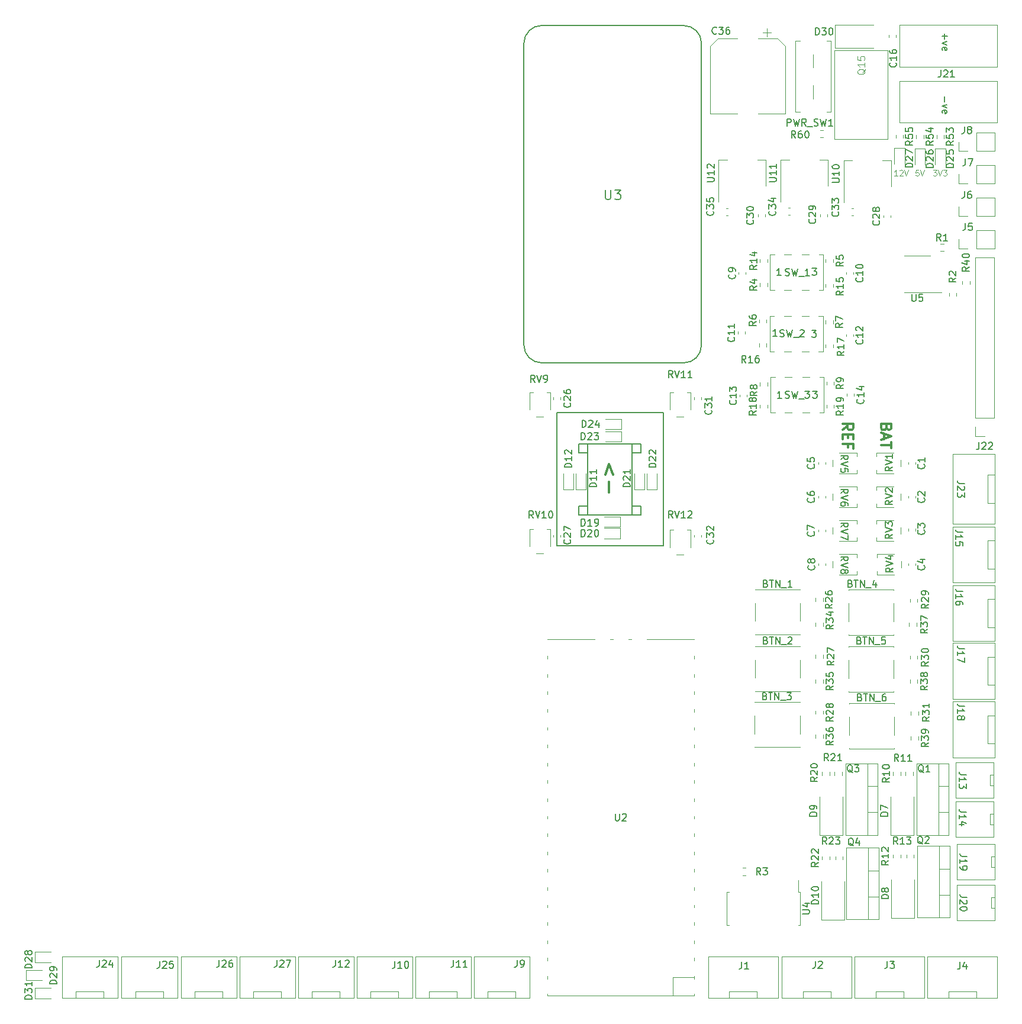
<source format=gbr>
%TF.GenerationSoftware,KiCad,Pcbnew,7.0.1-0*%
%TF.CreationDate,2023-04-25T11:16:22+01:00*%
%TF.ProjectId,Main-Craft-PCB,4d61696e-2d43-4726-9166-742d5043422e,rev?*%
%TF.SameCoordinates,Original*%
%TF.FileFunction,Legend,Top*%
%TF.FilePolarity,Positive*%
%FSLAX46Y46*%
G04 Gerber Fmt 4.6, Leading zero omitted, Abs format (unit mm)*
G04 Created by KiCad (PCBNEW 7.0.1-0) date 2023-04-25 11:16:22*
%MOMM*%
%LPD*%
G01*
G04 APERTURE LIST*
%ADD10C,0.200000*%
%ADD11C,0.300000*%
%ADD12C,0.125000*%
%ADD13C,0.150000*%
%ADD14C,0.100000*%
%ADD15C,0.120000*%
%ADD16C,0.127000*%
G04 APERTURE END LIST*
D10*
X140843000Y-74676000D02*
X156083000Y-74676000D01*
X156083000Y-93726000D01*
X140843000Y-93726000D01*
X140843000Y-74676000D01*
X144018000Y-79121000D02*
X145288000Y-79121000D01*
X145288000Y-80391000D01*
X144018000Y-80391000D01*
X144018000Y-79121000D01*
X145288000Y-79121000D02*
X151638000Y-79121000D01*
X151638000Y-89281000D01*
X145288000Y-89281000D01*
X145288000Y-79121000D01*
X144018000Y-88011000D02*
X145288000Y-88011000D01*
X145288000Y-89281000D01*
X144018000Y-89281000D01*
X144018000Y-88011000D01*
X151638000Y-88011000D02*
X152908000Y-88011000D01*
X152908000Y-89281000D01*
X151638000Y-89281000D01*
X151638000Y-88011000D01*
X151638000Y-79121000D02*
X152908000Y-79121000D01*
X152908000Y-80391000D01*
X151638000Y-80391000D01*
X151638000Y-79121000D01*
D11*
X188017285Y-76800142D02*
X187945857Y-77014428D01*
X187945857Y-77014428D02*
X187874428Y-77085857D01*
X187874428Y-77085857D02*
X187731571Y-77157285D01*
X187731571Y-77157285D02*
X187517285Y-77157285D01*
X187517285Y-77157285D02*
X187374428Y-77085857D01*
X187374428Y-77085857D02*
X187303000Y-77014428D01*
X187303000Y-77014428D02*
X187231571Y-76871571D01*
X187231571Y-76871571D02*
X187231571Y-76300142D01*
X187231571Y-76300142D02*
X188731571Y-76300142D01*
X188731571Y-76300142D02*
X188731571Y-76800142D01*
X188731571Y-76800142D02*
X188660142Y-76943000D01*
X188660142Y-76943000D02*
X188588714Y-77014428D01*
X188588714Y-77014428D02*
X188445857Y-77085857D01*
X188445857Y-77085857D02*
X188303000Y-77085857D01*
X188303000Y-77085857D02*
X188160142Y-77014428D01*
X188160142Y-77014428D02*
X188088714Y-76943000D01*
X188088714Y-76943000D02*
X188017285Y-76800142D01*
X188017285Y-76800142D02*
X188017285Y-76300142D01*
X187660142Y-77728714D02*
X187660142Y-78443000D01*
X187231571Y-77585857D02*
X188731571Y-78085857D01*
X188731571Y-78085857D02*
X187231571Y-78585857D01*
X188731571Y-78871571D02*
X188731571Y-79728714D01*
X187231571Y-79300142D02*
X188731571Y-79300142D01*
X148345333Y-86073999D02*
X148345333Y-84550190D01*
X147773904Y-83597809D02*
X148345333Y-82074000D01*
X148345333Y-82074000D02*
X148916761Y-83597809D01*
D12*
X194678285Y-39996095D02*
X195173523Y-39996095D01*
X195173523Y-39996095D02*
X194906857Y-40300857D01*
X194906857Y-40300857D02*
X195021142Y-40300857D01*
X195021142Y-40300857D02*
X195097333Y-40338952D01*
X195097333Y-40338952D02*
X195135428Y-40377047D01*
X195135428Y-40377047D02*
X195173523Y-40453238D01*
X195173523Y-40453238D02*
X195173523Y-40643714D01*
X195173523Y-40643714D02*
X195135428Y-40719904D01*
X195135428Y-40719904D02*
X195097333Y-40758000D01*
X195097333Y-40758000D02*
X195021142Y-40796095D01*
X195021142Y-40796095D02*
X194792571Y-40796095D01*
X194792571Y-40796095D02*
X194716380Y-40758000D01*
X194716380Y-40758000D02*
X194678285Y-40719904D01*
X195402095Y-39996095D02*
X195668762Y-40796095D01*
X195668762Y-40796095D02*
X195935428Y-39996095D01*
X196125904Y-39996095D02*
X196621142Y-39996095D01*
X196621142Y-39996095D02*
X196354476Y-40300857D01*
X196354476Y-40300857D02*
X196468761Y-40300857D01*
X196468761Y-40300857D02*
X196544952Y-40338952D01*
X196544952Y-40338952D02*
X196583047Y-40377047D01*
X196583047Y-40377047D02*
X196621142Y-40453238D01*
X196621142Y-40453238D02*
X196621142Y-40643714D01*
X196621142Y-40643714D02*
X196583047Y-40719904D01*
X196583047Y-40719904D02*
X196544952Y-40758000D01*
X196544952Y-40758000D02*
X196468761Y-40796095D01*
X196468761Y-40796095D02*
X196240190Y-40796095D01*
X196240190Y-40796095D02*
X196163999Y-40758000D01*
X196163999Y-40758000D02*
X196125904Y-40719904D01*
X192595428Y-39996095D02*
X192214476Y-39996095D01*
X192214476Y-39996095D02*
X192176380Y-40377047D01*
X192176380Y-40377047D02*
X192214476Y-40338952D01*
X192214476Y-40338952D02*
X192290666Y-40300857D01*
X192290666Y-40300857D02*
X192481142Y-40300857D01*
X192481142Y-40300857D02*
X192557333Y-40338952D01*
X192557333Y-40338952D02*
X192595428Y-40377047D01*
X192595428Y-40377047D02*
X192633523Y-40453238D01*
X192633523Y-40453238D02*
X192633523Y-40643714D01*
X192633523Y-40643714D02*
X192595428Y-40719904D01*
X192595428Y-40719904D02*
X192557333Y-40758000D01*
X192557333Y-40758000D02*
X192481142Y-40796095D01*
X192481142Y-40796095D02*
X192290666Y-40796095D01*
X192290666Y-40796095D02*
X192214476Y-40758000D01*
X192214476Y-40758000D02*
X192176380Y-40719904D01*
X192862095Y-39996095D02*
X193128762Y-40796095D01*
X193128762Y-40796095D02*
X193395428Y-39996095D01*
D11*
X181741571Y-77157285D02*
X182455857Y-76657285D01*
X181741571Y-76300142D02*
X183241571Y-76300142D01*
X183241571Y-76300142D02*
X183241571Y-76871571D01*
X183241571Y-76871571D02*
X183170142Y-77014428D01*
X183170142Y-77014428D02*
X183098714Y-77085857D01*
X183098714Y-77085857D02*
X182955857Y-77157285D01*
X182955857Y-77157285D02*
X182741571Y-77157285D01*
X182741571Y-77157285D02*
X182598714Y-77085857D01*
X182598714Y-77085857D02*
X182527285Y-77014428D01*
X182527285Y-77014428D02*
X182455857Y-76871571D01*
X182455857Y-76871571D02*
X182455857Y-76300142D01*
X182527285Y-77800142D02*
X182527285Y-78300142D01*
X181741571Y-78514428D02*
X181741571Y-77800142D01*
X181741571Y-77800142D02*
X183241571Y-77800142D01*
X183241571Y-77800142D02*
X183241571Y-78514428D01*
X182527285Y-79657285D02*
X182527285Y-79157285D01*
X181741571Y-79157285D02*
X183241571Y-79157285D01*
X183241571Y-79157285D02*
X183241571Y-79871571D01*
D12*
X189585523Y-40796095D02*
X189128380Y-40796095D01*
X189356952Y-40796095D02*
X189356952Y-39996095D01*
X189356952Y-39996095D02*
X189280761Y-40110380D01*
X189280761Y-40110380D02*
X189204571Y-40186571D01*
X189204571Y-40186571D02*
X189128380Y-40224666D01*
X189890285Y-40072285D02*
X189928381Y-40034190D01*
X189928381Y-40034190D02*
X190004571Y-39996095D01*
X190004571Y-39996095D02*
X190195047Y-39996095D01*
X190195047Y-39996095D02*
X190271238Y-40034190D01*
X190271238Y-40034190D02*
X190309333Y-40072285D01*
X190309333Y-40072285D02*
X190347428Y-40148476D01*
X190347428Y-40148476D02*
X190347428Y-40224666D01*
X190347428Y-40224666D02*
X190309333Y-40338952D01*
X190309333Y-40338952D02*
X189852190Y-40796095D01*
X189852190Y-40796095D02*
X190347428Y-40796095D01*
X190576000Y-39996095D02*
X190842667Y-40796095D01*
X190842667Y-40796095D02*
X191109333Y-39996095D01*
D13*
%TO.C,RV8*%
X181482380Y-95871261D02*
X181958571Y-95537928D01*
X181482380Y-95299833D02*
X182482380Y-95299833D01*
X182482380Y-95299833D02*
X182482380Y-95680785D01*
X182482380Y-95680785D02*
X182434761Y-95776023D01*
X182434761Y-95776023D02*
X182387142Y-95823642D01*
X182387142Y-95823642D02*
X182291904Y-95871261D01*
X182291904Y-95871261D02*
X182149047Y-95871261D01*
X182149047Y-95871261D02*
X182053809Y-95823642D01*
X182053809Y-95823642D02*
X182006190Y-95776023D01*
X182006190Y-95776023D02*
X181958571Y-95680785D01*
X181958571Y-95680785D02*
X181958571Y-95299833D01*
X182482380Y-96156976D02*
X181482380Y-96490309D01*
X181482380Y-96490309D02*
X182482380Y-96823642D01*
X182053809Y-97299833D02*
X182101428Y-97204595D01*
X182101428Y-97204595D02*
X182149047Y-97156976D01*
X182149047Y-97156976D02*
X182244285Y-97109357D01*
X182244285Y-97109357D02*
X182291904Y-97109357D01*
X182291904Y-97109357D02*
X182387142Y-97156976D01*
X182387142Y-97156976D02*
X182434761Y-97204595D01*
X182434761Y-97204595D02*
X182482380Y-97299833D01*
X182482380Y-97299833D02*
X182482380Y-97490309D01*
X182482380Y-97490309D02*
X182434761Y-97585547D01*
X182434761Y-97585547D02*
X182387142Y-97633166D01*
X182387142Y-97633166D02*
X182291904Y-97680785D01*
X182291904Y-97680785D02*
X182244285Y-97680785D01*
X182244285Y-97680785D02*
X182149047Y-97633166D01*
X182149047Y-97633166D02*
X182101428Y-97585547D01*
X182101428Y-97585547D02*
X182053809Y-97490309D01*
X182053809Y-97490309D02*
X182053809Y-97299833D01*
X182053809Y-97299833D02*
X182006190Y-97204595D01*
X182006190Y-97204595D02*
X181958571Y-97156976D01*
X181958571Y-97156976D02*
X181863333Y-97109357D01*
X181863333Y-97109357D02*
X181672857Y-97109357D01*
X181672857Y-97109357D02*
X181577619Y-97156976D01*
X181577619Y-97156976D02*
X181530000Y-97204595D01*
X181530000Y-97204595D02*
X181482380Y-97299833D01*
X181482380Y-97299833D02*
X181482380Y-97490309D01*
X181482380Y-97490309D02*
X181530000Y-97585547D01*
X181530000Y-97585547D02*
X181577619Y-97633166D01*
X181577619Y-97633166D02*
X181672857Y-97680785D01*
X181672857Y-97680785D02*
X181863333Y-97680785D01*
X181863333Y-97680785D02*
X181958571Y-97633166D01*
X181958571Y-97633166D02*
X182006190Y-97585547D01*
X182006190Y-97585547D02*
X182053809Y-97490309D01*
%TO.C,D20*%
X144327714Y-92410619D02*
X144327714Y-91410619D01*
X144327714Y-91410619D02*
X144565809Y-91410619D01*
X144565809Y-91410619D02*
X144708666Y-91458238D01*
X144708666Y-91458238D02*
X144803904Y-91553476D01*
X144803904Y-91553476D02*
X144851523Y-91648714D01*
X144851523Y-91648714D02*
X144899142Y-91839190D01*
X144899142Y-91839190D02*
X144899142Y-91982047D01*
X144899142Y-91982047D02*
X144851523Y-92172523D01*
X144851523Y-92172523D02*
X144803904Y-92267761D01*
X144803904Y-92267761D02*
X144708666Y-92363000D01*
X144708666Y-92363000D02*
X144565809Y-92410619D01*
X144565809Y-92410619D02*
X144327714Y-92410619D01*
X145280095Y-91505857D02*
X145327714Y-91458238D01*
X145327714Y-91458238D02*
X145422952Y-91410619D01*
X145422952Y-91410619D02*
X145661047Y-91410619D01*
X145661047Y-91410619D02*
X145756285Y-91458238D01*
X145756285Y-91458238D02*
X145803904Y-91505857D01*
X145803904Y-91505857D02*
X145851523Y-91601095D01*
X145851523Y-91601095D02*
X145851523Y-91696333D01*
X145851523Y-91696333D02*
X145803904Y-91839190D01*
X145803904Y-91839190D02*
X145232476Y-92410619D01*
X145232476Y-92410619D02*
X145851523Y-92410619D01*
X146470571Y-91410619D02*
X146565809Y-91410619D01*
X146565809Y-91410619D02*
X146661047Y-91458238D01*
X146661047Y-91458238D02*
X146708666Y-91505857D01*
X146708666Y-91505857D02*
X146756285Y-91601095D01*
X146756285Y-91601095D02*
X146803904Y-91791571D01*
X146803904Y-91791571D02*
X146803904Y-92029666D01*
X146803904Y-92029666D02*
X146756285Y-92220142D01*
X146756285Y-92220142D02*
X146708666Y-92315380D01*
X146708666Y-92315380D02*
X146661047Y-92363000D01*
X146661047Y-92363000D02*
X146565809Y-92410619D01*
X146565809Y-92410619D02*
X146470571Y-92410619D01*
X146470571Y-92410619D02*
X146375333Y-92363000D01*
X146375333Y-92363000D02*
X146327714Y-92315380D01*
X146327714Y-92315380D02*
X146280095Y-92220142D01*
X146280095Y-92220142D02*
X146232476Y-92029666D01*
X146232476Y-92029666D02*
X146232476Y-91791571D01*
X146232476Y-91791571D02*
X146280095Y-91601095D01*
X146280095Y-91601095D02*
X146327714Y-91505857D01*
X146327714Y-91505857D02*
X146375333Y-91458238D01*
X146375333Y-91458238D02*
X146470571Y-91410619D01*
%TO.C,R30*%
X194010619Y-110334857D02*
X193534428Y-110668190D01*
X194010619Y-110906285D02*
X193010619Y-110906285D01*
X193010619Y-110906285D02*
X193010619Y-110525333D01*
X193010619Y-110525333D02*
X193058238Y-110430095D01*
X193058238Y-110430095D02*
X193105857Y-110382476D01*
X193105857Y-110382476D02*
X193201095Y-110334857D01*
X193201095Y-110334857D02*
X193343952Y-110334857D01*
X193343952Y-110334857D02*
X193439190Y-110382476D01*
X193439190Y-110382476D02*
X193486809Y-110430095D01*
X193486809Y-110430095D02*
X193534428Y-110525333D01*
X193534428Y-110525333D02*
X193534428Y-110906285D01*
X193010619Y-110001523D02*
X193010619Y-109382476D01*
X193010619Y-109382476D02*
X193391571Y-109715809D01*
X193391571Y-109715809D02*
X193391571Y-109572952D01*
X193391571Y-109572952D02*
X193439190Y-109477714D01*
X193439190Y-109477714D02*
X193486809Y-109430095D01*
X193486809Y-109430095D02*
X193582047Y-109382476D01*
X193582047Y-109382476D02*
X193820142Y-109382476D01*
X193820142Y-109382476D02*
X193915380Y-109430095D01*
X193915380Y-109430095D02*
X193963000Y-109477714D01*
X193963000Y-109477714D02*
X194010619Y-109572952D01*
X194010619Y-109572952D02*
X194010619Y-109858666D01*
X194010619Y-109858666D02*
X193963000Y-109953904D01*
X193963000Y-109953904D02*
X193915380Y-110001523D01*
X193010619Y-108763428D02*
X193010619Y-108668190D01*
X193010619Y-108668190D02*
X193058238Y-108572952D01*
X193058238Y-108572952D02*
X193105857Y-108525333D01*
X193105857Y-108525333D02*
X193201095Y-108477714D01*
X193201095Y-108477714D02*
X193391571Y-108430095D01*
X193391571Y-108430095D02*
X193629666Y-108430095D01*
X193629666Y-108430095D02*
X193820142Y-108477714D01*
X193820142Y-108477714D02*
X193915380Y-108525333D01*
X193915380Y-108525333D02*
X193963000Y-108572952D01*
X193963000Y-108572952D02*
X194010619Y-108668190D01*
X194010619Y-108668190D02*
X194010619Y-108763428D01*
X194010619Y-108763428D02*
X193963000Y-108858666D01*
X193963000Y-108858666D02*
X193915380Y-108906285D01*
X193915380Y-108906285D02*
X193820142Y-108953904D01*
X193820142Y-108953904D02*
X193629666Y-109001523D01*
X193629666Y-109001523D02*
X193391571Y-109001523D01*
X193391571Y-109001523D02*
X193201095Y-108953904D01*
X193201095Y-108953904D02*
X193105857Y-108906285D01*
X193105857Y-108906285D02*
X193058238Y-108858666D01*
X193058238Y-108858666D02*
X193010619Y-108763428D01*
%TO.C,D9*%
X178048619Y-132373094D02*
X177048619Y-132373094D01*
X177048619Y-132373094D02*
X177048619Y-132134999D01*
X177048619Y-132134999D02*
X177096238Y-131992142D01*
X177096238Y-131992142D02*
X177191476Y-131896904D01*
X177191476Y-131896904D02*
X177286714Y-131849285D01*
X177286714Y-131849285D02*
X177477190Y-131801666D01*
X177477190Y-131801666D02*
X177620047Y-131801666D01*
X177620047Y-131801666D02*
X177810523Y-131849285D01*
X177810523Y-131849285D02*
X177905761Y-131896904D01*
X177905761Y-131896904D02*
X178001000Y-131992142D01*
X178001000Y-131992142D02*
X178048619Y-132134999D01*
X178048619Y-132134999D02*
X178048619Y-132373094D01*
X178048619Y-131325475D02*
X178048619Y-131134999D01*
X178048619Y-131134999D02*
X178001000Y-131039761D01*
X178001000Y-131039761D02*
X177953380Y-130992142D01*
X177953380Y-130992142D02*
X177810523Y-130896904D01*
X177810523Y-130896904D02*
X177620047Y-130849285D01*
X177620047Y-130849285D02*
X177239095Y-130849285D01*
X177239095Y-130849285D02*
X177143857Y-130896904D01*
X177143857Y-130896904D02*
X177096238Y-130944523D01*
X177096238Y-130944523D02*
X177048619Y-131039761D01*
X177048619Y-131039761D02*
X177048619Y-131230237D01*
X177048619Y-131230237D02*
X177096238Y-131325475D01*
X177096238Y-131325475D02*
X177143857Y-131373094D01*
X177143857Y-131373094D02*
X177239095Y-131420713D01*
X177239095Y-131420713D02*
X177477190Y-131420713D01*
X177477190Y-131420713D02*
X177572428Y-131373094D01*
X177572428Y-131373094D02*
X177620047Y-131325475D01*
X177620047Y-131325475D02*
X177667666Y-131230237D01*
X177667666Y-131230237D02*
X177667666Y-131039761D01*
X177667666Y-131039761D02*
X177620047Y-130944523D01*
X177620047Y-130944523D02*
X177572428Y-130896904D01*
X177572428Y-130896904D02*
X177477190Y-130849285D01*
%TO.C,C6*%
X177607380Y-86904666D02*
X177655000Y-86952285D01*
X177655000Y-86952285D02*
X177702619Y-87095142D01*
X177702619Y-87095142D02*
X177702619Y-87190380D01*
X177702619Y-87190380D02*
X177655000Y-87333237D01*
X177655000Y-87333237D02*
X177559761Y-87428475D01*
X177559761Y-87428475D02*
X177464523Y-87476094D01*
X177464523Y-87476094D02*
X177274047Y-87523713D01*
X177274047Y-87523713D02*
X177131190Y-87523713D01*
X177131190Y-87523713D02*
X176940714Y-87476094D01*
X176940714Y-87476094D02*
X176845476Y-87428475D01*
X176845476Y-87428475D02*
X176750238Y-87333237D01*
X176750238Y-87333237D02*
X176702619Y-87190380D01*
X176702619Y-87190380D02*
X176702619Y-87095142D01*
X176702619Y-87095142D02*
X176750238Y-86952285D01*
X176750238Y-86952285D02*
X176797857Y-86904666D01*
X176702619Y-86047523D02*
X176702619Y-86237999D01*
X176702619Y-86237999D02*
X176750238Y-86333237D01*
X176750238Y-86333237D02*
X176797857Y-86380856D01*
X176797857Y-86380856D02*
X176940714Y-86476094D01*
X176940714Y-86476094D02*
X177131190Y-86523713D01*
X177131190Y-86523713D02*
X177512142Y-86523713D01*
X177512142Y-86523713D02*
X177607380Y-86476094D01*
X177607380Y-86476094D02*
X177655000Y-86428475D01*
X177655000Y-86428475D02*
X177702619Y-86333237D01*
X177702619Y-86333237D02*
X177702619Y-86142761D01*
X177702619Y-86142761D02*
X177655000Y-86047523D01*
X177655000Y-86047523D02*
X177607380Y-85999904D01*
X177607380Y-85999904D02*
X177512142Y-85952285D01*
X177512142Y-85952285D02*
X177274047Y-85952285D01*
X177274047Y-85952285D02*
X177178809Y-85999904D01*
X177178809Y-85999904D02*
X177131190Y-86047523D01*
X177131190Y-86047523D02*
X177083571Y-86142761D01*
X177083571Y-86142761D02*
X177083571Y-86333237D01*
X177083571Y-86333237D02*
X177131190Y-86428475D01*
X177131190Y-86428475D02*
X177178809Y-86476094D01*
X177178809Y-86476094D02*
X177274047Y-86523713D01*
%TO.C,D22*%
X155021619Y-82494285D02*
X154021619Y-82494285D01*
X154021619Y-82494285D02*
X154021619Y-82256190D01*
X154021619Y-82256190D02*
X154069238Y-82113333D01*
X154069238Y-82113333D02*
X154164476Y-82018095D01*
X154164476Y-82018095D02*
X154259714Y-81970476D01*
X154259714Y-81970476D02*
X154450190Y-81922857D01*
X154450190Y-81922857D02*
X154593047Y-81922857D01*
X154593047Y-81922857D02*
X154783523Y-81970476D01*
X154783523Y-81970476D02*
X154878761Y-82018095D01*
X154878761Y-82018095D02*
X154974000Y-82113333D01*
X154974000Y-82113333D02*
X155021619Y-82256190D01*
X155021619Y-82256190D02*
X155021619Y-82494285D01*
X154116857Y-81541904D02*
X154069238Y-81494285D01*
X154069238Y-81494285D02*
X154021619Y-81399047D01*
X154021619Y-81399047D02*
X154021619Y-81160952D01*
X154021619Y-81160952D02*
X154069238Y-81065714D01*
X154069238Y-81065714D02*
X154116857Y-81018095D01*
X154116857Y-81018095D02*
X154212095Y-80970476D01*
X154212095Y-80970476D02*
X154307333Y-80970476D01*
X154307333Y-80970476D02*
X154450190Y-81018095D01*
X154450190Y-81018095D02*
X155021619Y-81589523D01*
X155021619Y-81589523D02*
X155021619Y-80970476D01*
X154116857Y-80589523D02*
X154069238Y-80541904D01*
X154069238Y-80541904D02*
X154021619Y-80446666D01*
X154021619Y-80446666D02*
X154021619Y-80208571D01*
X154021619Y-80208571D02*
X154069238Y-80113333D01*
X154069238Y-80113333D02*
X154116857Y-80065714D01*
X154116857Y-80065714D02*
X154212095Y-80018095D01*
X154212095Y-80018095D02*
X154307333Y-80018095D01*
X154307333Y-80018095D02*
X154450190Y-80065714D01*
X154450190Y-80065714D02*
X155021619Y-80637142D01*
X155021619Y-80637142D02*
X155021619Y-80018095D01*
%TO.C,C33*%
X181102380Y-45956857D02*
X181150000Y-46004476D01*
X181150000Y-46004476D02*
X181197619Y-46147333D01*
X181197619Y-46147333D02*
X181197619Y-46242571D01*
X181197619Y-46242571D02*
X181150000Y-46385428D01*
X181150000Y-46385428D02*
X181054761Y-46480666D01*
X181054761Y-46480666D02*
X180959523Y-46528285D01*
X180959523Y-46528285D02*
X180769047Y-46575904D01*
X180769047Y-46575904D02*
X180626190Y-46575904D01*
X180626190Y-46575904D02*
X180435714Y-46528285D01*
X180435714Y-46528285D02*
X180340476Y-46480666D01*
X180340476Y-46480666D02*
X180245238Y-46385428D01*
X180245238Y-46385428D02*
X180197619Y-46242571D01*
X180197619Y-46242571D02*
X180197619Y-46147333D01*
X180197619Y-46147333D02*
X180245238Y-46004476D01*
X180245238Y-46004476D02*
X180292857Y-45956857D01*
X180197619Y-45623523D02*
X180197619Y-45004476D01*
X180197619Y-45004476D02*
X180578571Y-45337809D01*
X180578571Y-45337809D02*
X180578571Y-45194952D01*
X180578571Y-45194952D02*
X180626190Y-45099714D01*
X180626190Y-45099714D02*
X180673809Y-45052095D01*
X180673809Y-45052095D02*
X180769047Y-45004476D01*
X180769047Y-45004476D02*
X181007142Y-45004476D01*
X181007142Y-45004476D02*
X181102380Y-45052095D01*
X181102380Y-45052095D02*
X181150000Y-45099714D01*
X181150000Y-45099714D02*
X181197619Y-45194952D01*
X181197619Y-45194952D02*
X181197619Y-45480666D01*
X181197619Y-45480666D02*
X181150000Y-45575904D01*
X181150000Y-45575904D02*
X181102380Y-45623523D01*
X180197619Y-44671142D02*
X180197619Y-44052095D01*
X180197619Y-44052095D02*
X180578571Y-44385428D01*
X180578571Y-44385428D02*
X180578571Y-44242571D01*
X180578571Y-44242571D02*
X180626190Y-44147333D01*
X180626190Y-44147333D02*
X180673809Y-44099714D01*
X180673809Y-44099714D02*
X180769047Y-44052095D01*
X180769047Y-44052095D02*
X181007142Y-44052095D01*
X181007142Y-44052095D02*
X181102380Y-44099714D01*
X181102380Y-44099714D02*
X181150000Y-44147333D01*
X181150000Y-44147333D02*
X181197619Y-44242571D01*
X181197619Y-44242571D02*
X181197619Y-44528285D01*
X181197619Y-44528285D02*
X181150000Y-44623523D01*
X181150000Y-44623523D02*
X181102380Y-44671142D01*
%TO.C,J7*%
X199305666Y-38324619D02*
X199305666Y-39038904D01*
X199305666Y-39038904D02*
X199258047Y-39181761D01*
X199258047Y-39181761D02*
X199162809Y-39277000D01*
X199162809Y-39277000D02*
X199019952Y-39324619D01*
X199019952Y-39324619D02*
X198924714Y-39324619D01*
X199686619Y-38324619D02*
X200353285Y-38324619D01*
X200353285Y-38324619D02*
X199924714Y-39324619D01*
%TO.C,C5*%
X177607380Y-82078666D02*
X177655000Y-82126285D01*
X177655000Y-82126285D02*
X177702619Y-82269142D01*
X177702619Y-82269142D02*
X177702619Y-82364380D01*
X177702619Y-82364380D02*
X177655000Y-82507237D01*
X177655000Y-82507237D02*
X177559761Y-82602475D01*
X177559761Y-82602475D02*
X177464523Y-82650094D01*
X177464523Y-82650094D02*
X177274047Y-82697713D01*
X177274047Y-82697713D02*
X177131190Y-82697713D01*
X177131190Y-82697713D02*
X176940714Y-82650094D01*
X176940714Y-82650094D02*
X176845476Y-82602475D01*
X176845476Y-82602475D02*
X176750238Y-82507237D01*
X176750238Y-82507237D02*
X176702619Y-82364380D01*
X176702619Y-82364380D02*
X176702619Y-82269142D01*
X176702619Y-82269142D02*
X176750238Y-82126285D01*
X176750238Y-82126285D02*
X176797857Y-82078666D01*
X176702619Y-81173904D02*
X176702619Y-81650094D01*
X176702619Y-81650094D02*
X177178809Y-81697713D01*
X177178809Y-81697713D02*
X177131190Y-81650094D01*
X177131190Y-81650094D02*
X177083571Y-81554856D01*
X177083571Y-81554856D02*
X177083571Y-81316761D01*
X177083571Y-81316761D02*
X177131190Y-81221523D01*
X177131190Y-81221523D02*
X177178809Y-81173904D01*
X177178809Y-81173904D02*
X177274047Y-81126285D01*
X177274047Y-81126285D02*
X177512142Y-81126285D01*
X177512142Y-81126285D02*
X177607380Y-81173904D01*
X177607380Y-81173904D02*
X177655000Y-81221523D01*
X177655000Y-81221523D02*
X177702619Y-81316761D01*
X177702619Y-81316761D02*
X177702619Y-81554856D01*
X177702619Y-81554856D02*
X177655000Y-81650094D01*
X177655000Y-81650094D02*
X177607380Y-81697713D01*
%TO.C,R54*%
X194678619Y-35847357D02*
X194202428Y-36180690D01*
X194678619Y-36418785D02*
X193678619Y-36418785D01*
X193678619Y-36418785D02*
X193678619Y-36037833D01*
X193678619Y-36037833D02*
X193726238Y-35942595D01*
X193726238Y-35942595D02*
X193773857Y-35894976D01*
X193773857Y-35894976D02*
X193869095Y-35847357D01*
X193869095Y-35847357D02*
X194011952Y-35847357D01*
X194011952Y-35847357D02*
X194107190Y-35894976D01*
X194107190Y-35894976D02*
X194154809Y-35942595D01*
X194154809Y-35942595D02*
X194202428Y-36037833D01*
X194202428Y-36037833D02*
X194202428Y-36418785D01*
X193678619Y-34942595D02*
X193678619Y-35418785D01*
X193678619Y-35418785D02*
X194154809Y-35466404D01*
X194154809Y-35466404D02*
X194107190Y-35418785D01*
X194107190Y-35418785D02*
X194059571Y-35323547D01*
X194059571Y-35323547D02*
X194059571Y-35085452D01*
X194059571Y-35085452D02*
X194107190Y-34990214D01*
X194107190Y-34990214D02*
X194154809Y-34942595D01*
X194154809Y-34942595D02*
X194250047Y-34894976D01*
X194250047Y-34894976D02*
X194488142Y-34894976D01*
X194488142Y-34894976D02*
X194583380Y-34942595D01*
X194583380Y-34942595D02*
X194631000Y-34990214D01*
X194631000Y-34990214D02*
X194678619Y-35085452D01*
X194678619Y-35085452D02*
X194678619Y-35323547D01*
X194678619Y-35323547D02*
X194631000Y-35418785D01*
X194631000Y-35418785D02*
X194583380Y-35466404D01*
X194011952Y-34037833D02*
X194678619Y-34037833D01*
X193631000Y-34275928D02*
X194345285Y-34514023D01*
X194345285Y-34514023D02*
X194345285Y-33894976D01*
%TO.C,D29*%
X69296619Y-156408285D02*
X68296619Y-156408285D01*
X68296619Y-156408285D02*
X68296619Y-156170190D01*
X68296619Y-156170190D02*
X68344238Y-156027333D01*
X68344238Y-156027333D02*
X68439476Y-155932095D01*
X68439476Y-155932095D02*
X68534714Y-155884476D01*
X68534714Y-155884476D02*
X68725190Y-155836857D01*
X68725190Y-155836857D02*
X68868047Y-155836857D01*
X68868047Y-155836857D02*
X69058523Y-155884476D01*
X69058523Y-155884476D02*
X69153761Y-155932095D01*
X69153761Y-155932095D02*
X69249000Y-156027333D01*
X69249000Y-156027333D02*
X69296619Y-156170190D01*
X69296619Y-156170190D02*
X69296619Y-156408285D01*
X68391857Y-155455904D02*
X68344238Y-155408285D01*
X68344238Y-155408285D02*
X68296619Y-155313047D01*
X68296619Y-155313047D02*
X68296619Y-155074952D01*
X68296619Y-155074952D02*
X68344238Y-154979714D01*
X68344238Y-154979714D02*
X68391857Y-154932095D01*
X68391857Y-154932095D02*
X68487095Y-154884476D01*
X68487095Y-154884476D02*
X68582333Y-154884476D01*
X68582333Y-154884476D02*
X68725190Y-154932095D01*
X68725190Y-154932095D02*
X69296619Y-155503523D01*
X69296619Y-155503523D02*
X69296619Y-154884476D01*
X69296619Y-154408285D02*
X69296619Y-154217809D01*
X69296619Y-154217809D02*
X69249000Y-154122571D01*
X69249000Y-154122571D02*
X69201380Y-154074952D01*
X69201380Y-154074952D02*
X69058523Y-153979714D01*
X69058523Y-153979714D02*
X68868047Y-153932095D01*
X68868047Y-153932095D02*
X68487095Y-153932095D01*
X68487095Y-153932095D02*
X68391857Y-153979714D01*
X68391857Y-153979714D02*
X68344238Y-154027333D01*
X68344238Y-154027333D02*
X68296619Y-154122571D01*
X68296619Y-154122571D02*
X68296619Y-154313047D01*
X68296619Y-154313047D02*
X68344238Y-154408285D01*
X68344238Y-154408285D02*
X68391857Y-154455904D01*
X68391857Y-154455904D02*
X68487095Y-154503523D01*
X68487095Y-154503523D02*
X68725190Y-154503523D01*
X68725190Y-154503523D02*
X68820428Y-154455904D01*
X68820428Y-154455904D02*
X68868047Y-154408285D01*
X68868047Y-154408285D02*
X68915666Y-154313047D01*
X68915666Y-154313047D02*
X68915666Y-154122571D01*
X68915666Y-154122571D02*
X68868047Y-154027333D01*
X68868047Y-154027333D02*
X68820428Y-153979714D01*
X68820428Y-153979714D02*
X68725190Y-153932095D01*
%TO.C,R17*%
X181945619Y-65920857D02*
X181469428Y-66254190D01*
X181945619Y-66492285D02*
X180945619Y-66492285D01*
X180945619Y-66492285D02*
X180945619Y-66111333D01*
X180945619Y-66111333D02*
X180993238Y-66016095D01*
X180993238Y-66016095D02*
X181040857Y-65968476D01*
X181040857Y-65968476D02*
X181136095Y-65920857D01*
X181136095Y-65920857D02*
X181278952Y-65920857D01*
X181278952Y-65920857D02*
X181374190Y-65968476D01*
X181374190Y-65968476D02*
X181421809Y-66016095D01*
X181421809Y-66016095D02*
X181469428Y-66111333D01*
X181469428Y-66111333D02*
X181469428Y-66492285D01*
X181945619Y-64968476D02*
X181945619Y-65539904D01*
X181945619Y-65254190D02*
X180945619Y-65254190D01*
X180945619Y-65254190D02*
X181088476Y-65349428D01*
X181088476Y-65349428D02*
X181183714Y-65444666D01*
X181183714Y-65444666D02*
X181231333Y-65539904D01*
X180945619Y-64635142D02*
X180945619Y-63968476D01*
X180945619Y-63968476D02*
X181945619Y-64397047D01*
%TO.C,R22*%
X178262619Y-139008857D02*
X177786428Y-139342190D01*
X178262619Y-139580285D02*
X177262619Y-139580285D01*
X177262619Y-139580285D02*
X177262619Y-139199333D01*
X177262619Y-139199333D02*
X177310238Y-139104095D01*
X177310238Y-139104095D02*
X177357857Y-139056476D01*
X177357857Y-139056476D02*
X177453095Y-139008857D01*
X177453095Y-139008857D02*
X177595952Y-139008857D01*
X177595952Y-139008857D02*
X177691190Y-139056476D01*
X177691190Y-139056476D02*
X177738809Y-139104095D01*
X177738809Y-139104095D02*
X177786428Y-139199333D01*
X177786428Y-139199333D02*
X177786428Y-139580285D01*
X177357857Y-138627904D02*
X177310238Y-138580285D01*
X177310238Y-138580285D02*
X177262619Y-138485047D01*
X177262619Y-138485047D02*
X177262619Y-138246952D01*
X177262619Y-138246952D02*
X177310238Y-138151714D01*
X177310238Y-138151714D02*
X177357857Y-138104095D01*
X177357857Y-138104095D02*
X177453095Y-138056476D01*
X177453095Y-138056476D02*
X177548333Y-138056476D01*
X177548333Y-138056476D02*
X177691190Y-138104095D01*
X177691190Y-138104095D02*
X178262619Y-138675523D01*
X178262619Y-138675523D02*
X178262619Y-138056476D01*
X177357857Y-137675523D02*
X177310238Y-137627904D01*
X177310238Y-137627904D02*
X177262619Y-137532666D01*
X177262619Y-137532666D02*
X177262619Y-137294571D01*
X177262619Y-137294571D02*
X177310238Y-137199333D01*
X177310238Y-137199333D02*
X177357857Y-137151714D01*
X177357857Y-137151714D02*
X177453095Y-137104095D01*
X177453095Y-137104095D02*
X177548333Y-137104095D01*
X177548333Y-137104095D02*
X177691190Y-137151714D01*
X177691190Y-137151714D02*
X178262619Y-137723142D01*
X178262619Y-137723142D02*
X178262619Y-137104095D01*
%TO.C,Q1*%
X193325761Y-126160857D02*
X193230523Y-126113238D01*
X193230523Y-126113238D02*
X193135285Y-126018000D01*
X193135285Y-126018000D02*
X192992428Y-125875142D01*
X192992428Y-125875142D02*
X192897190Y-125827523D01*
X192897190Y-125827523D02*
X192801952Y-125827523D01*
X192849571Y-126065619D02*
X192754333Y-126018000D01*
X192754333Y-126018000D02*
X192659095Y-125922761D01*
X192659095Y-125922761D02*
X192611476Y-125732285D01*
X192611476Y-125732285D02*
X192611476Y-125398952D01*
X192611476Y-125398952D02*
X192659095Y-125208476D01*
X192659095Y-125208476D02*
X192754333Y-125113238D01*
X192754333Y-125113238D02*
X192849571Y-125065619D01*
X192849571Y-125065619D02*
X193040047Y-125065619D01*
X193040047Y-125065619D02*
X193135285Y-125113238D01*
X193135285Y-125113238D02*
X193230523Y-125208476D01*
X193230523Y-125208476D02*
X193278142Y-125398952D01*
X193278142Y-125398952D02*
X193278142Y-125732285D01*
X193278142Y-125732285D02*
X193230523Y-125922761D01*
X193230523Y-125922761D02*
X193135285Y-126018000D01*
X193135285Y-126018000D02*
X193040047Y-126065619D01*
X193040047Y-126065619D02*
X192849571Y-126065619D01*
X194230523Y-126065619D02*
X193659095Y-126065619D01*
X193944809Y-126065619D02*
X193944809Y-125065619D01*
X193944809Y-125065619D02*
X193849571Y-125208476D01*
X193849571Y-125208476D02*
X193754333Y-125303714D01*
X193754333Y-125303714D02*
X193659095Y-125351333D01*
%TO.C,C32*%
X163181380Y-92844857D02*
X163229000Y-92892476D01*
X163229000Y-92892476D02*
X163276619Y-93035333D01*
X163276619Y-93035333D02*
X163276619Y-93130571D01*
X163276619Y-93130571D02*
X163229000Y-93273428D01*
X163229000Y-93273428D02*
X163133761Y-93368666D01*
X163133761Y-93368666D02*
X163038523Y-93416285D01*
X163038523Y-93416285D02*
X162848047Y-93463904D01*
X162848047Y-93463904D02*
X162705190Y-93463904D01*
X162705190Y-93463904D02*
X162514714Y-93416285D01*
X162514714Y-93416285D02*
X162419476Y-93368666D01*
X162419476Y-93368666D02*
X162324238Y-93273428D01*
X162324238Y-93273428D02*
X162276619Y-93130571D01*
X162276619Y-93130571D02*
X162276619Y-93035333D01*
X162276619Y-93035333D02*
X162324238Y-92892476D01*
X162324238Y-92892476D02*
X162371857Y-92844857D01*
X162276619Y-92511523D02*
X162276619Y-91892476D01*
X162276619Y-91892476D02*
X162657571Y-92225809D01*
X162657571Y-92225809D02*
X162657571Y-92082952D01*
X162657571Y-92082952D02*
X162705190Y-91987714D01*
X162705190Y-91987714D02*
X162752809Y-91940095D01*
X162752809Y-91940095D02*
X162848047Y-91892476D01*
X162848047Y-91892476D02*
X163086142Y-91892476D01*
X163086142Y-91892476D02*
X163181380Y-91940095D01*
X163181380Y-91940095D02*
X163229000Y-91987714D01*
X163229000Y-91987714D02*
X163276619Y-92082952D01*
X163276619Y-92082952D02*
X163276619Y-92368666D01*
X163276619Y-92368666D02*
X163229000Y-92463904D01*
X163229000Y-92463904D02*
X163181380Y-92511523D01*
X162371857Y-91511523D02*
X162324238Y-91463904D01*
X162324238Y-91463904D02*
X162276619Y-91368666D01*
X162276619Y-91368666D02*
X162276619Y-91130571D01*
X162276619Y-91130571D02*
X162324238Y-91035333D01*
X162324238Y-91035333D02*
X162371857Y-90987714D01*
X162371857Y-90987714D02*
X162467095Y-90940095D01*
X162467095Y-90940095D02*
X162562333Y-90940095D01*
X162562333Y-90940095D02*
X162705190Y-90987714D01*
X162705190Y-90987714D02*
X163276619Y-91559142D01*
X163276619Y-91559142D02*
X163276619Y-90940095D01*
%TO.C,R6*%
X169372619Y-61634666D02*
X168896428Y-61967999D01*
X169372619Y-62206094D02*
X168372619Y-62206094D01*
X168372619Y-62206094D02*
X168372619Y-61825142D01*
X168372619Y-61825142D02*
X168420238Y-61729904D01*
X168420238Y-61729904D02*
X168467857Y-61682285D01*
X168467857Y-61682285D02*
X168563095Y-61634666D01*
X168563095Y-61634666D02*
X168705952Y-61634666D01*
X168705952Y-61634666D02*
X168801190Y-61682285D01*
X168801190Y-61682285D02*
X168848809Y-61729904D01*
X168848809Y-61729904D02*
X168896428Y-61825142D01*
X168896428Y-61825142D02*
X168896428Y-62206094D01*
X168372619Y-60777523D02*
X168372619Y-60967999D01*
X168372619Y-60967999D02*
X168420238Y-61063237D01*
X168420238Y-61063237D02*
X168467857Y-61110856D01*
X168467857Y-61110856D02*
X168610714Y-61206094D01*
X168610714Y-61206094D02*
X168801190Y-61253713D01*
X168801190Y-61253713D02*
X169182142Y-61253713D01*
X169182142Y-61253713D02*
X169277380Y-61206094D01*
X169277380Y-61206094D02*
X169325000Y-61158475D01*
X169325000Y-61158475D02*
X169372619Y-61063237D01*
X169372619Y-61063237D02*
X169372619Y-60872761D01*
X169372619Y-60872761D02*
X169325000Y-60777523D01*
X169325000Y-60777523D02*
X169277380Y-60729904D01*
X169277380Y-60729904D02*
X169182142Y-60682285D01*
X169182142Y-60682285D02*
X168944047Y-60682285D01*
X168944047Y-60682285D02*
X168848809Y-60729904D01*
X168848809Y-60729904D02*
X168801190Y-60777523D01*
X168801190Y-60777523D02*
X168753571Y-60872761D01*
X168753571Y-60872761D02*
X168753571Y-61063237D01*
X168753571Y-61063237D02*
X168801190Y-61158475D01*
X168801190Y-61158475D02*
X168848809Y-61206094D01*
X168848809Y-61206094D02*
X168944047Y-61253713D01*
%TO.C,D31*%
X65740619Y-158567285D02*
X64740619Y-158567285D01*
X64740619Y-158567285D02*
X64740619Y-158329190D01*
X64740619Y-158329190D02*
X64788238Y-158186333D01*
X64788238Y-158186333D02*
X64883476Y-158091095D01*
X64883476Y-158091095D02*
X64978714Y-158043476D01*
X64978714Y-158043476D02*
X65169190Y-157995857D01*
X65169190Y-157995857D02*
X65312047Y-157995857D01*
X65312047Y-157995857D02*
X65502523Y-158043476D01*
X65502523Y-158043476D02*
X65597761Y-158091095D01*
X65597761Y-158091095D02*
X65693000Y-158186333D01*
X65693000Y-158186333D02*
X65740619Y-158329190D01*
X65740619Y-158329190D02*
X65740619Y-158567285D01*
X64740619Y-157662523D02*
X64740619Y-157043476D01*
X64740619Y-157043476D02*
X65121571Y-157376809D01*
X65121571Y-157376809D02*
X65121571Y-157233952D01*
X65121571Y-157233952D02*
X65169190Y-157138714D01*
X65169190Y-157138714D02*
X65216809Y-157091095D01*
X65216809Y-157091095D02*
X65312047Y-157043476D01*
X65312047Y-157043476D02*
X65550142Y-157043476D01*
X65550142Y-157043476D02*
X65645380Y-157091095D01*
X65645380Y-157091095D02*
X65693000Y-157138714D01*
X65693000Y-157138714D02*
X65740619Y-157233952D01*
X65740619Y-157233952D02*
X65740619Y-157519666D01*
X65740619Y-157519666D02*
X65693000Y-157614904D01*
X65693000Y-157614904D02*
X65645380Y-157662523D01*
X65740619Y-156091095D02*
X65740619Y-156662523D01*
X65740619Y-156376809D02*
X64740619Y-156376809D01*
X64740619Y-156376809D02*
X64883476Y-156472047D01*
X64883476Y-156472047D02*
X64978714Y-156567285D01*
X64978714Y-156567285D02*
X65026333Y-156662523D01*
%TO.C,R28*%
X180383619Y-118208857D02*
X179907428Y-118542190D01*
X180383619Y-118780285D02*
X179383619Y-118780285D01*
X179383619Y-118780285D02*
X179383619Y-118399333D01*
X179383619Y-118399333D02*
X179431238Y-118304095D01*
X179431238Y-118304095D02*
X179478857Y-118256476D01*
X179478857Y-118256476D02*
X179574095Y-118208857D01*
X179574095Y-118208857D02*
X179716952Y-118208857D01*
X179716952Y-118208857D02*
X179812190Y-118256476D01*
X179812190Y-118256476D02*
X179859809Y-118304095D01*
X179859809Y-118304095D02*
X179907428Y-118399333D01*
X179907428Y-118399333D02*
X179907428Y-118780285D01*
X179478857Y-117827904D02*
X179431238Y-117780285D01*
X179431238Y-117780285D02*
X179383619Y-117685047D01*
X179383619Y-117685047D02*
X179383619Y-117446952D01*
X179383619Y-117446952D02*
X179431238Y-117351714D01*
X179431238Y-117351714D02*
X179478857Y-117304095D01*
X179478857Y-117304095D02*
X179574095Y-117256476D01*
X179574095Y-117256476D02*
X179669333Y-117256476D01*
X179669333Y-117256476D02*
X179812190Y-117304095D01*
X179812190Y-117304095D02*
X180383619Y-117875523D01*
X180383619Y-117875523D02*
X180383619Y-117256476D01*
X179812190Y-116685047D02*
X179764571Y-116780285D01*
X179764571Y-116780285D02*
X179716952Y-116827904D01*
X179716952Y-116827904D02*
X179621714Y-116875523D01*
X179621714Y-116875523D02*
X179574095Y-116875523D01*
X179574095Y-116875523D02*
X179478857Y-116827904D01*
X179478857Y-116827904D02*
X179431238Y-116780285D01*
X179431238Y-116780285D02*
X179383619Y-116685047D01*
X179383619Y-116685047D02*
X179383619Y-116494571D01*
X179383619Y-116494571D02*
X179431238Y-116399333D01*
X179431238Y-116399333D02*
X179478857Y-116351714D01*
X179478857Y-116351714D02*
X179574095Y-116304095D01*
X179574095Y-116304095D02*
X179621714Y-116304095D01*
X179621714Y-116304095D02*
X179716952Y-116351714D01*
X179716952Y-116351714D02*
X179764571Y-116399333D01*
X179764571Y-116399333D02*
X179812190Y-116494571D01*
X179812190Y-116494571D02*
X179812190Y-116685047D01*
X179812190Y-116685047D02*
X179859809Y-116780285D01*
X179859809Y-116780285D02*
X179907428Y-116827904D01*
X179907428Y-116827904D02*
X180002666Y-116875523D01*
X180002666Y-116875523D02*
X180193142Y-116875523D01*
X180193142Y-116875523D02*
X180288380Y-116827904D01*
X180288380Y-116827904D02*
X180336000Y-116780285D01*
X180336000Y-116780285D02*
X180383619Y-116685047D01*
X180383619Y-116685047D02*
X180383619Y-116494571D01*
X180383619Y-116494571D02*
X180336000Y-116399333D01*
X180336000Y-116399333D02*
X180288380Y-116351714D01*
X180288380Y-116351714D02*
X180193142Y-116304095D01*
X180193142Y-116304095D02*
X180002666Y-116304095D01*
X180002666Y-116304095D02*
X179907428Y-116351714D01*
X179907428Y-116351714D02*
X179859809Y-116399333D01*
X179859809Y-116399333D02*
X179812190Y-116494571D01*
%TO.C,J4*%
X198548666Y-153275619D02*
X198548666Y-153989904D01*
X198548666Y-153989904D02*
X198501047Y-154132761D01*
X198501047Y-154132761D02*
X198405809Y-154228000D01*
X198405809Y-154228000D02*
X198262952Y-154275619D01*
X198262952Y-154275619D02*
X198167714Y-154275619D01*
X199453428Y-153608952D02*
X199453428Y-154275619D01*
X199215333Y-153228000D02*
X198977238Y-153942285D01*
X198977238Y-153942285D02*
X199596285Y-153942285D01*
%TO.C,R27*%
X180510619Y-110207857D02*
X180034428Y-110541190D01*
X180510619Y-110779285D02*
X179510619Y-110779285D01*
X179510619Y-110779285D02*
X179510619Y-110398333D01*
X179510619Y-110398333D02*
X179558238Y-110303095D01*
X179558238Y-110303095D02*
X179605857Y-110255476D01*
X179605857Y-110255476D02*
X179701095Y-110207857D01*
X179701095Y-110207857D02*
X179843952Y-110207857D01*
X179843952Y-110207857D02*
X179939190Y-110255476D01*
X179939190Y-110255476D02*
X179986809Y-110303095D01*
X179986809Y-110303095D02*
X180034428Y-110398333D01*
X180034428Y-110398333D02*
X180034428Y-110779285D01*
X179605857Y-109826904D02*
X179558238Y-109779285D01*
X179558238Y-109779285D02*
X179510619Y-109684047D01*
X179510619Y-109684047D02*
X179510619Y-109445952D01*
X179510619Y-109445952D02*
X179558238Y-109350714D01*
X179558238Y-109350714D02*
X179605857Y-109303095D01*
X179605857Y-109303095D02*
X179701095Y-109255476D01*
X179701095Y-109255476D02*
X179796333Y-109255476D01*
X179796333Y-109255476D02*
X179939190Y-109303095D01*
X179939190Y-109303095D02*
X180510619Y-109874523D01*
X180510619Y-109874523D02*
X180510619Y-109255476D01*
X179510619Y-108922142D02*
X179510619Y-108255476D01*
X179510619Y-108255476D02*
X180510619Y-108684047D01*
%TO.C,BTN_3*%
X170610523Y-115218809D02*
X170753380Y-115266428D01*
X170753380Y-115266428D02*
X170800999Y-115314047D01*
X170800999Y-115314047D02*
X170848618Y-115409285D01*
X170848618Y-115409285D02*
X170848618Y-115552142D01*
X170848618Y-115552142D02*
X170800999Y-115647380D01*
X170800999Y-115647380D02*
X170753380Y-115695000D01*
X170753380Y-115695000D02*
X170658142Y-115742619D01*
X170658142Y-115742619D02*
X170277190Y-115742619D01*
X170277190Y-115742619D02*
X170277190Y-114742619D01*
X170277190Y-114742619D02*
X170610523Y-114742619D01*
X170610523Y-114742619D02*
X170705761Y-114790238D01*
X170705761Y-114790238D02*
X170753380Y-114837857D01*
X170753380Y-114837857D02*
X170800999Y-114933095D01*
X170800999Y-114933095D02*
X170800999Y-115028333D01*
X170800999Y-115028333D02*
X170753380Y-115123571D01*
X170753380Y-115123571D02*
X170705761Y-115171190D01*
X170705761Y-115171190D02*
X170610523Y-115218809D01*
X170610523Y-115218809D02*
X170277190Y-115218809D01*
X171134333Y-114742619D02*
X171705761Y-114742619D01*
X171420047Y-115742619D02*
X171420047Y-114742619D01*
X172039095Y-115742619D02*
X172039095Y-114742619D01*
X172039095Y-114742619D02*
X172610523Y-115742619D01*
X172610523Y-115742619D02*
X172610523Y-114742619D01*
X172848619Y-115837857D02*
X173610523Y-115837857D01*
X173753381Y-114742619D02*
X174372428Y-114742619D01*
X174372428Y-114742619D02*
X174039095Y-115123571D01*
X174039095Y-115123571D02*
X174181952Y-115123571D01*
X174181952Y-115123571D02*
X174277190Y-115171190D01*
X174277190Y-115171190D02*
X174324809Y-115218809D01*
X174324809Y-115218809D02*
X174372428Y-115314047D01*
X174372428Y-115314047D02*
X174372428Y-115552142D01*
X174372428Y-115552142D02*
X174324809Y-115647380D01*
X174324809Y-115647380D02*
X174277190Y-115695000D01*
X174277190Y-115695000D02*
X174181952Y-115742619D01*
X174181952Y-115742619D02*
X173896238Y-115742619D01*
X173896238Y-115742619D02*
X173801000Y-115695000D01*
X173801000Y-115695000D02*
X173753381Y-115647380D01*
%TO.C,R37*%
X193883619Y-105635857D02*
X193407428Y-105969190D01*
X193883619Y-106207285D02*
X192883619Y-106207285D01*
X192883619Y-106207285D02*
X192883619Y-105826333D01*
X192883619Y-105826333D02*
X192931238Y-105731095D01*
X192931238Y-105731095D02*
X192978857Y-105683476D01*
X192978857Y-105683476D02*
X193074095Y-105635857D01*
X193074095Y-105635857D02*
X193216952Y-105635857D01*
X193216952Y-105635857D02*
X193312190Y-105683476D01*
X193312190Y-105683476D02*
X193359809Y-105731095D01*
X193359809Y-105731095D02*
X193407428Y-105826333D01*
X193407428Y-105826333D02*
X193407428Y-106207285D01*
X192883619Y-105302523D02*
X192883619Y-104683476D01*
X192883619Y-104683476D02*
X193264571Y-105016809D01*
X193264571Y-105016809D02*
X193264571Y-104873952D01*
X193264571Y-104873952D02*
X193312190Y-104778714D01*
X193312190Y-104778714D02*
X193359809Y-104731095D01*
X193359809Y-104731095D02*
X193455047Y-104683476D01*
X193455047Y-104683476D02*
X193693142Y-104683476D01*
X193693142Y-104683476D02*
X193788380Y-104731095D01*
X193788380Y-104731095D02*
X193836000Y-104778714D01*
X193836000Y-104778714D02*
X193883619Y-104873952D01*
X193883619Y-104873952D02*
X193883619Y-105159666D01*
X193883619Y-105159666D02*
X193836000Y-105254904D01*
X193836000Y-105254904D02*
X193788380Y-105302523D01*
X192883619Y-104350142D02*
X192883619Y-103683476D01*
X192883619Y-103683476D02*
X193883619Y-104112047D01*
%TO.C,U5*%
X191643095Y-57756619D02*
X191643095Y-58566142D01*
X191643095Y-58566142D02*
X191690714Y-58661380D01*
X191690714Y-58661380D02*
X191738333Y-58709000D01*
X191738333Y-58709000D02*
X191833571Y-58756619D01*
X191833571Y-58756619D02*
X192024047Y-58756619D01*
X192024047Y-58756619D02*
X192119285Y-58709000D01*
X192119285Y-58709000D02*
X192166904Y-58661380D01*
X192166904Y-58661380D02*
X192214523Y-58566142D01*
X192214523Y-58566142D02*
X192214523Y-57756619D01*
X193166904Y-57756619D02*
X192690714Y-57756619D01*
X192690714Y-57756619D02*
X192643095Y-58232809D01*
X192643095Y-58232809D02*
X192690714Y-58185190D01*
X192690714Y-58185190D02*
X192785952Y-58137571D01*
X192785952Y-58137571D02*
X193024047Y-58137571D01*
X193024047Y-58137571D02*
X193119285Y-58185190D01*
X193119285Y-58185190D02*
X193166904Y-58232809D01*
X193166904Y-58232809D02*
X193214523Y-58328047D01*
X193214523Y-58328047D02*
X193214523Y-58566142D01*
X193214523Y-58566142D02*
X193166904Y-58661380D01*
X193166904Y-58661380D02*
X193119285Y-58709000D01*
X193119285Y-58709000D02*
X193024047Y-58756619D01*
X193024047Y-58756619D02*
X192785952Y-58756619D01*
X192785952Y-58756619D02*
X192690714Y-58709000D01*
X192690714Y-58709000D02*
X192643095Y-58661380D01*
%TO.C,J25*%
X84026476Y-153132619D02*
X84026476Y-153846904D01*
X84026476Y-153846904D02*
X83978857Y-153989761D01*
X83978857Y-153989761D02*
X83883619Y-154085000D01*
X83883619Y-154085000D02*
X83740762Y-154132619D01*
X83740762Y-154132619D02*
X83645524Y-154132619D01*
X84455048Y-153227857D02*
X84502667Y-153180238D01*
X84502667Y-153180238D02*
X84597905Y-153132619D01*
X84597905Y-153132619D02*
X84836000Y-153132619D01*
X84836000Y-153132619D02*
X84931238Y-153180238D01*
X84931238Y-153180238D02*
X84978857Y-153227857D01*
X84978857Y-153227857D02*
X85026476Y-153323095D01*
X85026476Y-153323095D02*
X85026476Y-153418333D01*
X85026476Y-153418333D02*
X84978857Y-153561190D01*
X84978857Y-153561190D02*
X84407429Y-154132619D01*
X84407429Y-154132619D02*
X85026476Y-154132619D01*
X85931238Y-153132619D02*
X85455048Y-153132619D01*
X85455048Y-153132619D02*
X85407429Y-153608809D01*
X85407429Y-153608809D02*
X85455048Y-153561190D01*
X85455048Y-153561190D02*
X85550286Y-153513571D01*
X85550286Y-153513571D02*
X85788381Y-153513571D01*
X85788381Y-153513571D02*
X85883619Y-153561190D01*
X85883619Y-153561190D02*
X85931238Y-153608809D01*
X85931238Y-153608809D02*
X85978857Y-153704047D01*
X85978857Y-153704047D02*
X85978857Y-153942142D01*
X85978857Y-153942142D02*
X85931238Y-154037380D01*
X85931238Y-154037380D02*
X85883619Y-154085000D01*
X85883619Y-154085000D02*
X85788381Y-154132619D01*
X85788381Y-154132619D02*
X85550286Y-154132619D01*
X85550286Y-154132619D02*
X85455048Y-154085000D01*
X85455048Y-154085000D02*
X85407429Y-154037380D01*
%TO.C,U2*%
X149225095Y-132050619D02*
X149225095Y-132860142D01*
X149225095Y-132860142D02*
X149272714Y-132955380D01*
X149272714Y-132955380D02*
X149320333Y-133003000D01*
X149320333Y-133003000D02*
X149415571Y-133050619D01*
X149415571Y-133050619D02*
X149606047Y-133050619D01*
X149606047Y-133050619D02*
X149701285Y-133003000D01*
X149701285Y-133003000D02*
X149748904Y-132955380D01*
X149748904Y-132955380D02*
X149796523Y-132860142D01*
X149796523Y-132860142D02*
X149796523Y-132050619D01*
X150225095Y-132145857D02*
X150272714Y-132098238D01*
X150272714Y-132098238D02*
X150367952Y-132050619D01*
X150367952Y-132050619D02*
X150606047Y-132050619D01*
X150606047Y-132050619D02*
X150701285Y-132098238D01*
X150701285Y-132098238D02*
X150748904Y-132145857D01*
X150748904Y-132145857D02*
X150796523Y-132241095D01*
X150796523Y-132241095D02*
X150796523Y-132336333D01*
X150796523Y-132336333D02*
X150748904Y-132479190D01*
X150748904Y-132479190D02*
X150177476Y-133050619D01*
X150177476Y-133050619D02*
X150796523Y-133050619D01*
%TO.C,R36*%
X180383619Y-121637857D02*
X179907428Y-121971190D01*
X180383619Y-122209285D02*
X179383619Y-122209285D01*
X179383619Y-122209285D02*
X179383619Y-121828333D01*
X179383619Y-121828333D02*
X179431238Y-121733095D01*
X179431238Y-121733095D02*
X179478857Y-121685476D01*
X179478857Y-121685476D02*
X179574095Y-121637857D01*
X179574095Y-121637857D02*
X179716952Y-121637857D01*
X179716952Y-121637857D02*
X179812190Y-121685476D01*
X179812190Y-121685476D02*
X179859809Y-121733095D01*
X179859809Y-121733095D02*
X179907428Y-121828333D01*
X179907428Y-121828333D02*
X179907428Y-122209285D01*
X179383619Y-121304523D02*
X179383619Y-120685476D01*
X179383619Y-120685476D02*
X179764571Y-121018809D01*
X179764571Y-121018809D02*
X179764571Y-120875952D01*
X179764571Y-120875952D02*
X179812190Y-120780714D01*
X179812190Y-120780714D02*
X179859809Y-120733095D01*
X179859809Y-120733095D02*
X179955047Y-120685476D01*
X179955047Y-120685476D02*
X180193142Y-120685476D01*
X180193142Y-120685476D02*
X180288380Y-120733095D01*
X180288380Y-120733095D02*
X180336000Y-120780714D01*
X180336000Y-120780714D02*
X180383619Y-120875952D01*
X180383619Y-120875952D02*
X180383619Y-121161666D01*
X180383619Y-121161666D02*
X180336000Y-121256904D01*
X180336000Y-121256904D02*
X180288380Y-121304523D01*
X179383619Y-119828333D02*
X179383619Y-120018809D01*
X179383619Y-120018809D02*
X179431238Y-120114047D01*
X179431238Y-120114047D02*
X179478857Y-120161666D01*
X179478857Y-120161666D02*
X179621714Y-120256904D01*
X179621714Y-120256904D02*
X179812190Y-120304523D01*
X179812190Y-120304523D02*
X180193142Y-120304523D01*
X180193142Y-120304523D02*
X180288380Y-120256904D01*
X180288380Y-120256904D02*
X180336000Y-120209285D01*
X180336000Y-120209285D02*
X180383619Y-120114047D01*
X180383619Y-120114047D02*
X180383619Y-119923571D01*
X180383619Y-119923571D02*
X180336000Y-119828333D01*
X180336000Y-119828333D02*
X180288380Y-119780714D01*
X180288380Y-119780714D02*
X180193142Y-119733095D01*
X180193142Y-119733095D02*
X179955047Y-119733095D01*
X179955047Y-119733095D02*
X179859809Y-119780714D01*
X179859809Y-119780714D02*
X179812190Y-119828333D01*
X179812190Y-119828333D02*
X179764571Y-119923571D01*
X179764571Y-119923571D02*
X179764571Y-120114047D01*
X179764571Y-120114047D02*
X179812190Y-120209285D01*
X179812190Y-120209285D02*
X179859809Y-120256904D01*
X179859809Y-120256904D02*
X179955047Y-120304523D01*
%TO.C,J9*%
X135175666Y-153005619D02*
X135175666Y-153719904D01*
X135175666Y-153719904D02*
X135128047Y-153862761D01*
X135128047Y-153862761D02*
X135032809Y-153958000D01*
X135032809Y-153958000D02*
X134889952Y-154005619D01*
X134889952Y-154005619D02*
X134794714Y-154005619D01*
X135699476Y-154005619D02*
X135889952Y-154005619D01*
X135889952Y-154005619D02*
X135985190Y-153958000D01*
X135985190Y-153958000D02*
X136032809Y-153910380D01*
X136032809Y-153910380D02*
X136128047Y-153767523D01*
X136128047Y-153767523D02*
X136175666Y-153577047D01*
X136175666Y-153577047D02*
X136175666Y-153196095D01*
X136175666Y-153196095D02*
X136128047Y-153100857D01*
X136128047Y-153100857D02*
X136080428Y-153053238D01*
X136080428Y-153053238D02*
X135985190Y-153005619D01*
X135985190Y-153005619D02*
X135794714Y-153005619D01*
X135794714Y-153005619D02*
X135699476Y-153053238D01*
X135699476Y-153053238D02*
X135651857Y-153100857D01*
X135651857Y-153100857D02*
X135604238Y-153196095D01*
X135604238Y-153196095D02*
X135604238Y-153434190D01*
X135604238Y-153434190D02*
X135651857Y-153529428D01*
X135651857Y-153529428D02*
X135699476Y-153577047D01*
X135699476Y-153577047D02*
X135794714Y-153624666D01*
X135794714Y-153624666D02*
X135985190Y-153624666D01*
X135985190Y-153624666D02*
X136080428Y-153577047D01*
X136080428Y-153577047D02*
X136128047Y-153529428D01*
X136128047Y-153529428D02*
X136175666Y-153434190D01*
%TO.C,U4*%
X175996619Y-146355904D02*
X176806142Y-146355904D01*
X176806142Y-146355904D02*
X176901380Y-146308285D01*
X176901380Y-146308285D02*
X176949000Y-146260666D01*
X176949000Y-146260666D02*
X176996619Y-146165428D01*
X176996619Y-146165428D02*
X176996619Y-145974952D01*
X176996619Y-145974952D02*
X176949000Y-145879714D01*
X176949000Y-145879714D02*
X176901380Y-145832095D01*
X176901380Y-145832095D02*
X176806142Y-145784476D01*
X176806142Y-145784476D02*
X175996619Y-145784476D01*
X176329952Y-144879714D02*
X176996619Y-144879714D01*
X175949000Y-145117809D02*
X176663285Y-145355904D01*
X176663285Y-145355904D02*
X176663285Y-144736857D01*
%TO.C,Q4*%
X183292761Y-136637857D02*
X183197523Y-136590238D01*
X183197523Y-136590238D02*
X183102285Y-136495000D01*
X183102285Y-136495000D02*
X182959428Y-136352142D01*
X182959428Y-136352142D02*
X182864190Y-136304523D01*
X182864190Y-136304523D02*
X182768952Y-136304523D01*
X182816571Y-136542619D02*
X182721333Y-136495000D01*
X182721333Y-136495000D02*
X182626095Y-136399761D01*
X182626095Y-136399761D02*
X182578476Y-136209285D01*
X182578476Y-136209285D02*
X182578476Y-135875952D01*
X182578476Y-135875952D02*
X182626095Y-135685476D01*
X182626095Y-135685476D02*
X182721333Y-135590238D01*
X182721333Y-135590238D02*
X182816571Y-135542619D01*
X182816571Y-135542619D02*
X183007047Y-135542619D01*
X183007047Y-135542619D02*
X183102285Y-135590238D01*
X183102285Y-135590238D02*
X183197523Y-135685476D01*
X183197523Y-135685476D02*
X183245142Y-135875952D01*
X183245142Y-135875952D02*
X183245142Y-136209285D01*
X183245142Y-136209285D02*
X183197523Y-136399761D01*
X183197523Y-136399761D02*
X183102285Y-136495000D01*
X183102285Y-136495000D02*
X183007047Y-136542619D01*
X183007047Y-136542619D02*
X182816571Y-136542619D01*
X184102285Y-135875952D02*
X184102285Y-136542619D01*
X183864190Y-135495000D02*
X183626095Y-136209285D01*
X183626095Y-136209285D02*
X184245142Y-136209285D01*
%TO.C,SW_3*%
X173545714Y-72551000D02*
X173688571Y-72598619D01*
X173688571Y-72598619D02*
X173926666Y-72598619D01*
X173926666Y-72598619D02*
X174021904Y-72551000D01*
X174021904Y-72551000D02*
X174069523Y-72503380D01*
X174069523Y-72503380D02*
X174117142Y-72408142D01*
X174117142Y-72408142D02*
X174117142Y-72312904D01*
X174117142Y-72312904D02*
X174069523Y-72217666D01*
X174069523Y-72217666D02*
X174021904Y-72170047D01*
X174021904Y-72170047D02*
X173926666Y-72122428D01*
X173926666Y-72122428D02*
X173736190Y-72074809D01*
X173736190Y-72074809D02*
X173640952Y-72027190D01*
X173640952Y-72027190D02*
X173593333Y-71979571D01*
X173593333Y-71979571D02*
X173545714Y-71884333D01*
X173545714Y-71884333D02*
X173545714Y-71789095D01*
X173545714Y-71789095D02*
X173593333Y-71693857D01*
X173593333Y-71693857D02*
X173640952Y-71646238D01*
X173640952Y-71646238D02*
X173736190Y-71598619D01*
X173736190Y-71598619D02*
X173974285Y-71598619D01*
X173974285Y-71598619D02*
X174117142Y-71646238D01*
X174450476Y-71598619D02*
X174688571Y-72598619D01*
X174688571Y-72598619D02*
X174879047Y-71884333D01*
X174879047Y-71884333D02*
X175069523Y-72598619D01*
X175069523Y-72598619D02*
X175307619Y-71598619D01*
X175450476Y-72693857D02*
X176212380Y-72693857D01*
X176355238Y-71598619D02*
X176974285Y-71598619D01*
X176974285Y-71598619D02*
X176640952Y-71979571D01*
X176640952Y-71979571D02*
X176783809Y-71979571D01*
X176783809Y-71979571D02*
X176879047Y-72027190D01*
X176879047Y-72027190D02*
X176926666Y-72074809D01*
X176926666Y-72074809D02*
X176974285Y-72170047D01*
X176974285Y-72170047D02*
X176974285Y-72408142D01*
X176974285Y-72408142D02*
X176926666Y-72503380D01*
X176926666Y-72503380D02*
X176879047Y-72551000D01*
X176879047Y-72551000D02*
X176783809Y-72598619D01*
X176783809Y-72598619D02*
X176498095Y-72598619D01*
X176498095Y-72598619D02*
X176402857Y-72551000D01*
X176402857Y-72551000D02*
X176355238Y-72503380D01*
X177466667Y-71598619D02*
X178085714Y-71598619D01*
X178085714Y-71598619D02*
X177752381Y-71979571D01*
X177752381Y-71979571D02*
X177895238Y-71979571D01*
X177895238Y-71979571D02*
X177990476Y-72027190D01*
X177990476Y-72027190D02*
X178038095Y-72074809D01*
X178038095Y-72074809D02*
X178085714Y-72170047D01*
X178085714Y-72170047D02*
X178085714Y-72408142D01*
X178085714Y-72408142D02*
X178038095Y-72503380D01*
X178038095Y-72503380D02*
X177990476Y-72551000D01*
X177990476Y-72551000D02*
X177895238Y-72598619D01*
X177895238Y-72598619D02*
X177609524Y-72598619D01*
X177609524Y-72598619D02*
X177514286Y-72551000D01*
X177514286Y-72551000D02*
X177466667Y-72503380D01*
X173005714Y-72598619D02*
X172434286Y-72598619D01*
X172720000Y-72598619D02*
X172720000Y-71598619D01*
X172720000Y-71598619D02*
X172624762Y-71741476D01*
X172624762Y-71741476D02*
X172529524Y-71836714D01*
X172529524Y-71836714D02*
X172434286Y-71884333D01*
%TO.C,C12*%
X184550380Y-64256857D02*
X184598000Y-64304476D01*
X184598000Y-64304476D02*
X184645619Y-64447333D01*
X184645619Y-64447333D02*
X184645619Y-64542571D01*
X184645619Y-64542571D02*
X184598000Y-64685428D01*
X184598000Y-64685428D02*
X184502761Y-64780666D01*
X184502761Y-64780666D02*
X184407523Y-64828285D01*
X184407523Y-64828285D02*
X184217047Y-64875904D01*
X184217047Y-64875904D02*
X184074190Y-64875904D01*
X184074190Y-64875904D02*
X183883714Y-64828285D01*
X183883714Y-64828285D02*
X183788476Y-64780666D01*
X183788476Y-64780666D02*
X183693238Y-64685428D01*
X183693238Y-64685428D02*
X183645619Y-64542571D01*
X183645619Y-64542571D02*
X183645619Y-64447333D01*
X183645619Y-64447333D02*
X183693238Y-64304476D01*
X183693238Y-64304476D02*
X183740857Y-64256857D01*
X184645619Y-63304476D02*
X184645619Y-63875904D01*
X184645619Y-63590190D02*
X183645619Y-63590190D01*
X183645619Y-63590190D02*
X183788476Y-63685428D01*
X183788476Y-63685428D02*
X183883714Y-63780666D01*
X183883714Y-63780666D02*
X183931333Y-63875904D01*
X183740857Y-62923523D02*
X183693238Y-62875904D01*
X183693238Y-62875904D02*
X183645619Y-62780666D01*
X183645619Y-62780666D02*
X183645619Y-62542571D01*
X183645619Y-62542571D02*
X183693238Y-62447333D01*
X183693238Y-62447333D02*
X183740857Y-62399714D01*
X183740857Y-62399714D02*
X183836095Y-62352095D01*
X183836095Y-62352095D02*
X183931333Y-62352095D01*
X183931333Y-62352095D02*
X184074190Y-62399714D01*
X184074190Y-62399714D02*
X184645619Y-62971142D01*
X184645619Y-62971142D02*
X184645619Y-62352095D01*
%TO.C,J5*%
X199305666Y-47595619D02*
X199305666Y-48309904D01*
X199305666Y-48309904D02*
X199258047Y-48452761D01*
X199258047Y-48452761D02*
X199162809Y-48548000D01*
X199162809Y-48548000D02*
X199019952Y-48595619D01*
X199019952Y-48595619D02*
X198924714Y-48595619D01*
X200258047Y-47595619D02*
X199781857Y-47595619D01*
X199781857Y-47595619D02*
X199734238Y-48071809D01*
X199734238Y-48071809D02*
X199781857Y-48024190D01*
X199781857Y-48024190D02*
X199877095Y-47976571D01*
X199877095Y-47976571D02*
X200115190Y-47976571D01*
X200115190Y-47976571D02*
X200210428Y-48024190D01*
X200210428Y-48024190D02*
X200258047Y-48071809D01*
X200258047Y-48071809D02*
X200305666Y-48167047D01*
X200305666Y-48167047D02*
X200305666Y-48405142D01*
X200305666Y-48405142D02*
X200258047Y-48500380D01*
X200258047Y-48500380D02*
X200210428Y-48548000D01*
X200210428Y-48548000D02*
X200115190Y-48595619D01*
X200115190Y-48595619D02*
X199877095Y-48595619D01*
X199877095Y-48595619D02*
X199781857Y-48548000D01*
X199781857Y-48548000D02*
X199734238Y-48500380D01*
D14*
%TO.C,Q15*%
X184975857Y-25544428D02*
X184928238Y-25639666D01*
X184928238Y-25639666D02*
X184833000Y-25734904D01*
X184833000Y-25734904D02*
X184690142Y-25877761D01*
X184690142Y-25877761D02*
X184642523Y-25972999D01*
X184642523Y-25972999D02*
X184642523Y-26068237D01*
X184880619Y-26020618D02*
X184833000Y-26115856D01*
X184833000Y-26115856D02*
X184737761Y-26211094D01*
X184737761Y-26211094D02*
X184547285Y-26258713D01*
X184547285Y-26258713D02*
X184213952Y-26258713D01*
X184213952Y-26258713D02*
X184023476Y-26211094D01*
X184023476Y-26211094D02*
X183928238Y-26115856D01*
X183928238Y-26115856D02*
X183880619Y-26020618D01*
X183880619Y-26020618D02*
X183880619Y-25830142D01*
X183880619Y-25830142D02*
X183928238Y-25734904D01*
X183928238Y-25734904D02*
X184023476Y-25639666D01*
X184023476Y-25639666D02*
X184213952Y-25592047D01*
X184213952Y-25592047D02*
X184547285Y-25592047D01*
X184547285Y-25592047D02*
X184737761Y-25639666D01*
X184737761Y-25639666D02*
X184833000Y-25734904D01*
X184833000Y-25734904D02*
X184880619Y-25830142D01*
X184880619Y-25830142D02*
X184880619Y-26020618D01*
X184880619Y-24639666D02*
X184880619Y-25211094D01*
X184880619Y-24925380D02*
X183880619Y-24925380D01*
X183880619Y-24925380D02*
X184023476Y-25020618D01*
X184023476Y-25020618D02*
X184118714Y-25115856D01*
X184118714Y-25115856D02*
X184166333Y-25211094D01*
X183880619Y-23734904D02*
X183880619Y-24211094D01*
X183880619Y-24211094D02*
X184356809Y-24258713D01*
X184356809Y-24258713D02*
X184309190Y-24211094D01*
X184309190Y-24211094D02*
X184261571Y-24115856D01*
X184261571Y-24115856D02*
X184261571Y-23877761D01*
X184261571Y-23877761D02*
X184309190Y-23782523D01*
X184309190Y-23782523D02*
X184356809Y-23734904D01*
X184356809Y-23734904D02*
X184452047Y-23687285D01*
X184452047Y-23687285D02*
X184690142Y-23687285D01*
X184690142Y-23687285D02*
X184785380Y-23734904D01*
X184785380Y-23734904D02*
X184833000Y-23782523D01*
X184833000Y-23782523D02*
X184880619Y-23877761D01*
X184880619Y-23877761D02*
X184880619Y-24115856D01*
X184880619Y-24115856D02*
X184833000Y-24211094D01*
X184833000Y-24211094D02*
X184785380Y-24258713D01*
D13*
%TO.C,C26*%
X142734380Y-73286857D02*
X142782000Y-73334476D01*
X142782000Y-73334476D02*
X142829619Y-73477333D01*
X142829619Y-73477333D02*
X142829619Y-73572571D01*
X142829619Y-73572571D02*
X142782000Y-73715428D01*
X142782000Y-73715428D02*
X142686761Y-73810666D01*
X142686761Y-73810666D02*
X142591523Y-73858285D01*
X142591523Y-73858285D02*
X142401047Y-73905904D01*
X142401047Y-73905904D02*
X142258190Y-73905904D01*
X142258190Y-73905904D02*
X142067714Y-73858285D01*
X142067714Y-73858285D02*
X141972476Y-73810666D01*
X141972476Y-73810666D02*
X141877238Y-73715428D01*
X141877238Y-73715428D02*
X141829619Y-73572571D01*
X141829619Y-73572571D02*
X141829619Y-73477333D01*
X141829619Y-73477333D02*
X141877238Y-73334476D01*
X141877238Y-73334476D02*
X141924857Y-73286857D01*
X141924857Y-72905904D02*
X141877238Y-72858285D01*
X141877238Y-72858285D02*
X141829619Y-72763047D01*
X141829619Y-72763047D02*
X141829619Y-72524952D01*
X141829619Y-72524952D02*
X141877238Y-72429714D01*
X141877238Y-72429714D02*
X141924857Y-72382095D01*
X141924857Y-72382095D02*
X142020095Y-72334476D01*
X142020095Y-72334476D02*
X142115333Y-72334476D01*
X142115333Y-72334476D02*
X142258190Y-72382095D01*
X142258190Y-72382095D02*
X142829619Y-72953523D01*
X142829619Y-72953523D02*
X142829619Y-72334476D01*
X141829619Y-71477333D02*
X141829619Y-71667809D01*
X141829619Y-71667809D02*
X141877238Y-71763047D01*
X141877238Y-71763047D02*
X141924857Y-71810666D01*
X141924857Y-71810666D02*
X142067714Y-71905904D01*
X142067714Y-71905904D02*
X142258190Y-71953523D01*
X142258190Y-71953523D02*
X142639142Y-71953523D01*
X142639142Y-71953523D02*
X142734380Y-71905904D01*
X142734380Y-71905904D02*
X142782000Y-71858285D01*
X142782000Y-71858285D02*
X142829619Y-71763047D01*
X142829619Y-71763047D02*
X142829619Y-71572571D01*
X142829619Y-71572571D02*
X142782000Y-71477333D01*
X142782000Y-71477333D02*
X142734380Y-71429714D01*
X142734380Y-71429714D02*
X142639142Y-71382095D01*
X142639142Y-71382095D02*
X142401047Y-71382095D01*
X142401047Y-71382095D02*
X142305809Y-71429714D01*
X142305809Y-71429714D02*
X142258190Y-71477333D01*
X142258190Y-71477333D02*
X142210571Y-71572571D01*
X142210571Y-71572571D02*
X142210571Y-71763047D01*
X142210571Y-71763047D02*
X142258190Y-71858285D01*
X142258190Y-71858285D02*
X142305809Y-71905904D01*
X142305809Y-71905904D02*
X142401047Y-71953523D01*
%TO.C,RV7*%
X181482380Y-91045261D02*
X181958571Y-90711928D01*
X181482380Y-90473833D02*
X182482380Y-90473833D01*
X182482380Y-90473833D02*
X182482380Y-90854785D01*
X182482380Y-90854785D02*
X182434761Y-90950023D01*
X182434761Y-90950023D02*
X182387142Y-90997642D01*
X182387142Y-90997642D02*
X182291904Y-91045261D01*
X182291904Y-91045261D02*
X182149047Y-91045261D01*
X182149047Y-91045261D02*
X182053809Y-90997642D01*
X182053809Y-90997642D02*
X182006190Y-90950023D01*
X182006190Y-90950023D02*
X181958571Y-90854785D01*
X181958571Y-90854785D02*
X181958571Y-90473833D01*
X182482380Y-91330976D02*
X181482380Y-91664309D01*
X181482380Y-91664309D02*
X182482380Y-91997642D01*
X182482380Y-92235738D02*
X182482380Y-92902404D01*
X182482380Y-92902404D02*
X181482380Y-92473833D01*
%TO.C,R4*%
X169466619Y-56554666D02*
X168990428Y-56887999D01*
X169466619Y-57126094D02*
X168466619Y-57126094D01*
X168466619Y-57126094D02*
X168466619Y-56745142D01*
X168466619Y-56745142D02*
X168514238Y-56649904D01*
X168514238Y-56649904D02*
X168561857Y-56602285D01*
X168561857Y-56602285D02*
X168657095Y-56554666D01*
X168657095Y-56554666D02*
X168799952Y-56554666D01*
X168799952Y-56554666D02*
X168895190Y-56602285D01*
X168895190Y-56602285D02*
X168942809Y-56649904D01*
X168942809Y-56649904D02*
X168990428Y-56745142D01*
X168990428Y-56745142D02*
X168990428Y-57126094D01*
X168799952Y-55697523D02*
X169466619Y-55697523D01*
X168419000Y-55935618D02*
X169133285Y-56173713D01*
X169133285Y-56173713D02*
X169133285Y-55554666D01*
%TO.C,C8*%
X177659380Y-96556666D02*
X177707000Y-96604285D01*
X177707000Y-96604285D02*
X177754619Y-96747142D01*
X177754619Y-96747142D02*
X177754619Y-96842380D01*
X177754619Y-96842380D02*
X177707000Y-96985237D01*
X177707000Y-96985237D02*
X177611761Y-97080475D01*
X177611761Y-97080475D02*
X177516523Y-97128094D01*
X177516523Y-97128094D02*
X177326047Y-97175713D01*
X177326047Y-97175713D02*
X177183190Y-97175713D01*
X177183190Y-97175713D02*
X176992714Y-97128094D01*
X176992714Y-97128094D02*
X176897476Y-97080475D01*
X176897476Y-97080475D02*
X176802238Y-96985237D01*
X176802238Y-96985237D02*
X176754619Y-96842380D01*
X176754619Y-96842380D02*
X176754619Y-96747142D01*
X176754619Y-96747142D02*
X176802238Y-96604285D01*
X176802238Y-96604285D02*
X176849857Y-96556666D01*
X177183190Y-95985237D02*
X177135571Y-96080475D01*
X177135571Y-96080475D02*
X177087952Y-96128094D01*
X177087952Y-96128094D02*
X176992714Y-96175713D01*
X176992714Y-96175713D02*
X176945095Y-96175713D01*
X176945095Y-96175713D02*
X176849857Y-96128094D01*
X176849857Y-96128094D02*
X176802238Y-96080475D01*
X176802238Y-96080475D02*
X176754619Y-95985237D01*
X176754619Y-95985237D02*
X176754619Y-95794761D01*
X176754619Y-95794761D02*
X176802238Y-95699523D01*
X176802238Y-95699523D02*
X176849857Y-95651904D01*
X176849857Y-95651904D02*
X176945095Y-95604285D01*
X176945095Y-95604285D02*
X176992714Y-95604285D01*
X176992714Y-95604285D02*
X177087952Y-95651904D01*
X177087952Y-95651904D02*
X177135571Y-95699523D01*
X177135571Y-95699523D02*
X177183190Y-95794761D01*
X177183190Y-95794761D02*
X177183190Y-95985237D01*
X177183190Y-95985237D02*
X177230809Y-96080475D01*
X177230809Y-96080475D02*
X177278428Y-96128094D01*
X177278428Y-96128094D02*
X177373666Y-96175713D01*
X177373666Y-96175713D02*
X177564142Y-96175713D01*
X177564142Y-96175713D02*
X177659380Y-96128094D01*
X177659380Y-96128094D02*
X177707000Y-96080475D01*
X177707000Y-96080475D02*
X177754619Y-95985237D01*
X177754619Y-95985237D02*
X177754619Y-95794761D01*
X177754619Y-95794761D02*
X177707000Y-95699523D01*
X177707000Y-95699523D02*
X177659380Y-95651904D01*
X177659380Y-95651904D02*
X177564142Y-95604285D01*
X177564142Y-95604285D02*
X177373666Y-95604285D01*
X177373666Y-95604285D02*
X177278428Y-95651904D01*
X177278428Y-95651904D02*
X177230809Y-95699523D01*
X177230809Y-95699523D02*
X177183190Y-95794761D01*
%TO.C,RV6*%
X181482380Y-86219261D02*
X181958571Y-85885928D01*
X181482380Y-85647833D02*
X182482380Y-85647833D01*
X182482380Y-85647833D02*
X182482380Y-86028785D01*
X182482380Y-86028785D02*
X182434761Y-86124023D01*
X182434761Y-86124023D02*
X182387142Y-86171642D01*
X182387142Y-86171642D02*
X182291904Y-86219261D01*
X182291904Y-86219261D02*
X182149047Y-86219261D01*
X182149047Y-86219261D02*
X182053809Y-86171642D01*
X182053809Y-86171642D02*
X182006190Y-86124023D01*
X182006190Y-86124023D02*
X181958571Y-86028785D01*
X181958571Y-86028785D02*
X181958571Y-85647833D01*
X182482380Y-86504976D02*
X181482380Y-86838309D01*
X181482380Y-86838309D02*
X182482380Y-87171642D01*
X182482380Y-87933547D02*
X182482380Y-87743071D01*
X182482380Y-87743071D02*
X182434761Y-87647833D01*
X182434761Y-87647833D02*
X182387142Y-87600214D01*
X182387142Y-87600214D02*
X182244285Y-87504976D01*
X182244285Y-87504976D02*
X182053809Y-87457357D01*
X182053809Y-87457357D02*
X181672857Y-87457357D01*
X181672857Y-87457357D02*
X181577619Y-87504976D01*
X181577619Y-87504976D02*
X181530000Y-87552595D01*
X181530000Y-87552595D02*
X181482380Y-87647833D01*
X181482380Y-87647833D02*
X181482380Y-87838309D01*
X181482380Y-87838309D02*
X181530000Y-87933547D01*
X181530000Y-87933547D02*
X181577619Y-87981166D01*
X181577619Y-87981166D02*
X181672857Y-88028785D01*
X181672857Y-88028785D02*
X181910952Y-88028785D01*
X181910952Y-88028785D02*
X182006190Y-87981166D01*
X182006190Y-87981166D02*
X182053809Y-87933547D01*
X182053809Y-87933547D02*
X182101428Y-87838309D01*
X182101428Y-87838309D02*
X182101428Y-87647833D01*
X182101428Y-87647833D02*
X182053809Y-87552595D01*
X182053809Y-87552595D02*
X182006190Y-87504976D01*
X182006190Y-87504976D02*
X181910952Y-87457357D01*
%TO.C,R9*%
X181851619Y-70651666D02*
X181375428Y-70984999D01*
X181851619Y-71223094D02*
X180851619Y-71223094D01*
X180851619Y-71223094D02*
X180851619Y-70842142D01*
X180851619Y-70842142D02*
X180899238Y-70746904D01*
X180899238Y-70746904D02*
X180946857Y-70699285D01*
X180946857Y-70699285D02*
X181042095Y-70651666D01*
X181042095Y-70651666D02*
X181184952Y-70651666D01*
X181184952Y-70651666D02*
X181280190Y-70699285D01*
X181280190Y-70699285D02*
X181327809Y-70746904D01*
X181327809Y-70746904D02*
X181375428Y-70842142D01*
X181375428Y-70842142D02*
X181375428Y-71223094D01*
X181851619Y-70175475D02*
X181851619Y-69984999D01*
X181851619Y-69984999D02*
X181804000Y-69889761D01*
X181804000Y-69889761D02*
X181756380Y-69842142D01*
X181756380Y-69842142D02*
X181613523Y-69746904D01*
X181613523Y-69746904D02*
X181423047Y-69699285D01*
X181423047Y-69699285D02*
X181042095Y-69699285D01*
X181042095Y-69699285D02*
X180946857Y-69746904D01*
X180946857Y-69746904D02*
X180899238Y-69794523D01*
X180899238Y-69794523D02*
X180851619Y-69889761D01*
X180851619Y-69889761D02*
X180851619Y-70080237D01*
X180851619Y-70080237D02*
X180899238Y-70175475D01*
X180899238Y-70175475D02*
X180946857Y-70223094D01*
X180946857Y-70223094D02*
X181042095Y-70270713D01*
X181042095Y-70270713D02*
X181280190Y-70270713D01*
X181280190Y-70270713D02*
X181375428Y-70223094D01*
X181375428Y-70223094D02*
X181423047Y-70175475D01*
X181423047Y-70175475D02*
X181470666Y-70080237D01*
X181470666Y-70080237D02*
X181470666Y-69889761D01*
X181470666Y-69889761D02*
X181423047Y-69794523D01*
X181423047Y-69794523D02*
X181375428Y-69746904D01*
X181375428Y-69746904D02*
X181280190Y-69699285D01*
%TO.C,RV4*%
X188923619Y-96911738D02*
X188447428Y-97245071D01*
X188923619Y-97483166D02*
X187923619Y-97483166D01*
X187923619Y-97483166D02*
X187923619Y-97102214D01*
X187923619Y-97102214D02*
X187971238Y-97006976D01*
X187971238Y-97006976D02*
X188018857Y-96959357D01*
X188018857Y-96959357D02*
X188114095Y-96911738D01*
X188114095Y-96911738D02*
X188256952Y-96911738D01*
X188256952Y-96911738D02*
X188352190Y-96959357D01*
X188352190Y-96959357D02*
X188399809Y-97006976D01*
X188399809Y-97006976D02*
X188447428Y-97102214D01*
X188447428Y-97102214D02*
X188447428Y-97483166D01*
X187923619Y-96626023D02*
X188923619Y-96292690D01*
X188923619Y-96292690D02*
X187923619Y-95959357D01*
X188256952Y-95197452D02*
X188923619Y-95197452D01*
X187876000Y-95435547D02*
X188590285Y-95673642D01*
X188590285Y-95673642D02*
X188590285Y-95054595D01*
%TO.C,R13*%
X189603142Y-136415619D02*
X189269809Y-135939428D01*
X189031714Y-136415619D02*
X189031714Y-135415619D01*
X189031714Y-135415619D02*
X189412666Y-135415619D01*
X189412666Y-135415619D02*
X189507904Y-135463238D01*
X189507904Y-135463238D02*
X189555523Y-135510857D01*
X189555523Y-135510857D02*
X189603142Y-135606095D01*
X189603142Y-135606095D02*
X189603142Y-135748952D01*
X189603142Y-135748952D02*
X189555523Y-135844190D01*
X189555523Y-135844190D02*
X189507904Y-135891809D01*
X189507904Y-135891809D02*
X189412666Y-135939428D01*
X189412666Y-135939428D02*
X189031714Y-135939428D01*
X190555523Y-136415619D02*
X189984095Y-136415619D01*
X190269809Y-136415619D02*
X190269809Y-135415619D01*
X190269809Y-135415619D02*
X190174571Y-135558476D01*
X190174571Y-135558476D02*
X190079333Y-135653714D01*
X190079333Y-135653714D02*
X189984095Y-135701333D01*
X190888857Y-135415619D02*
X191507904Y-135415619D01*
X191507904Y-135415619D02*
X191174571Y-135796571D01*
X191174571Y-135796571D02*
X191317428Y-135796571D01*
X191317428Y-135796571D02*
X191412666Y-135844190D01*
X191412666Y-135844190D02*
X191460285Y-135891809D01*
X191460285Y-135891809D02*
X191507904Y-135987047D01*
X191507904Y-135987047D02*
X191507904Y-136225142D01*
X191507904Y-136225142D02*
X191460285Y-136320380D01*
X191460285Y-136320380D02*
X191412666Y-136368000D01*
X191412666Y-136368000D02*
X191317428Y-136415619D01*
X191317428Y-136415619D02*
X191031714Y-136415619D01*
X191031714Y-136415619D02*
X190936476Y-136368000D01*
X190936476Y-136368000D02*
X190888857Y-136320380D01*
%TO.C,D30*%
X177855714Y-20655619D02*
X177855714Y-19655619D01*
X177855714Y-19655619D02*
X178093809Y-19655619D01*
X178093809Y-19655619D02*
X178236666Y-19703238D01*
X178236666Y-19703238D02*
X178331904Y-19798476D01*
X178331904Y-19798476D02*
X178379523Y-19893714D01*
X178379523Y-19893714D02*
X178427142Y-20084190D01*
X178427142Y-20084190D02*
X178427142Y-20227047D01*
X178427142Y-20227047D02*
X178379523Y-20417523D01*
X178379523Y-20417523D02*
X178331904Y-20512761D01*
X178331904Y-20512761D02*
X178236666Y-20608000D01*
X178236666Y-20608000D02*
X178093809Y-20655619D01*
X178093809Y-20655619D02*
X177855714Y-20655619D01*
X178760476Y-19655619D02*
X179379523Y-19655619D01*
X179379523Y-19655619D02*
X179046190Y-20036571D01*
X179046190Y-20036571D02*
X179189047Y-20036571D01*
X179189047Y-20036571D02*
X179284285Y-20084190D01*
X179284285Y-20084190D02*
X179331904Y-20131809D01*
X179331904Y-20131809D02*
X179379523Y-20227047D01*
X179379523Y-20227047D02*
X179379523Y-20465142D01*
X179379523Y-20465142D02*
X179331904Y-20560380D01*
X179331904Y-20560380D02*
X179284285Y-20608000D01*
X179284285Y-20608000D02*
X179189047Y-20655619D01*
X179189047Y-20655619D02*
X178903333Y-20655619D01*
X178903333Y-20655619D02*
X178808095Y-20608000D01*
X178808095Y-20608000D02*
X178760476Y-20560380D01*
X179998571Y-19655619D02*
X180093809Y-19655619D01*
X180093809Y-19655619D02*
X180189047Y-19703238D01*
X180189047Y-19703238D02*
X180236666Y-19750857D01*
X180236666Y-19750857D02*
X180284285Y-19846095D01*
X180284285Y-19846095D02*
X180331904Y-20036571D01*
X180331904Y-20036571D02*
X180331904Y-20274666D01*
X180331904Y-20274666D02*
X180284285Y-20465142D01*
X180284285Y-20465142D02*
X180236666Y-20560380D01*
X180236666Y-20560380D02*
X180189047Y-20608000D01*
X180189047Y-20608000D02*
X180093809Y-20655619D01*
X180093809Y-20655619D02*
X179998571Y-20655619D01*
X179998571Y-20655619D02*
X179903333Y-20608000D01*
X179903333Y-20608000D02*
X179855714Y-20560380D01*
X179855714Y-20560380D02*
X179808095Y-20465142D01*
X179808095Y-20465142D02*
X179760476Y-20274666D01*
X179760476Y-20274666D02*
X179760476Y-20036571D01*
X179760476Y-20036571D02*
X179808095Y-19846095D01*
X179808095Y-19846095D02*
X179855714Y-19750857D01*
X179855714Y-19750857D02*
X179903333Y-19703238D01*
X179903333Y-19703238D02*
X179998571Y-19655619D01*
%TO.C,J15*%
X198911380Y-91773476D02*
X198197095Y-91773476D01*
X198197095Y-91773476D02*
X198054238Y-91725857D01*
X198054238Y-91725857D02*
X197959000Y-91630619D01*
X197959000Y-91630619D02*
X197911380Y-91487762D01*
X197911380Y-91487762D02*
X197911380Y-91392524D01*
X197911380Y-92773476D02*
X197911380Y-92202048D01*
X197911380Y-92487762D02*
X198911380Y-92487762D01*
X198911380Y-92487762D02*
X198768523Y-92392524D01*
X198768523Y-92392524D02*
X198673285Y-92297286D01*
X198673285Y-92297286D02*
X198625666Y-92202048D01*
X198911380Y-93678238D02*
X198911380Y-93202048D01*
X198911380Y-93202048D02*
X198435190Y-93154429D01*
X198435190Y-93154429D02*
X198482809Y-93202048D01*
X198482809Y-93202048D02*
X198530428Y-93297286D01*
X198530428Y-93297286D02*
X198530428Y-93535381D01*
X198530428Y-93535381D02*
X198482809Y-93630619D01*
X198482809Y-93630619D02*
X198435190Y-93678238D01*
X198435190Y-93678238D02*
X198339952Y-93725857D01*
X198339952Y-93725857D02*
X198101857Y-93725857D01*
X198101857Y-93725857D02*
X198006619Y-93678238D01*
X198006619Y-93678238D02*
X197959000Y-93630619D01*
X197959000Y-93630619D02*
X197911380Y-93535381D01*
X197911380Y-93535381D02*
X197911380Y-93297286D01*
X197911380Y-93297286D02*
X197959000Y-93202048D01*
X197959000Y-93202048D02*
X198006619Y-93154429D01*
%TO.C,R18*%
X169372619Y-74429857D02*
X168896428Y-74763190D01*
X169372619Y-75001285D02*
X168372619Y-75001285D01*
X168372619Y-75001285D02*
X168372619Y-74620333D01*
X168372619Y-74620333D02*
X168420238Y-74525095D01*
X168420238Y-74525095D02*
X168467857Y-74477476D01*
X168467857Y-74477476D02*
X168563095Y-74429857D01*
X168563095Y-74429857D02*
X168705952Y-74429857D01*
X168705952Y-74429857D02*
X168801190Y-74477476D01*
X168801190Y-74477476D02*
X168848809Y-74525095D01*
X168848809Y-74525095D02*
X168896428Y-74620333D01*
X168896428Y-74620333D02*
X168896428Y-75001285D01*
X169372619Y-73477476D02*
X169372619Y-74048904D01*
X169372619Y-73763190D02*
X168372619Y-73763190D01*
X168372619Y-73763190D02*
X168515476Y-73858428D01*
X168515476Y-73858428D02*
X168610714Y-73953666D01*
X168610714Y-73953666D02*
X168658333Y-74048904D01*
X168801190Y-72906047D02*
X168753571Y-73001285D01*
X168753571Y-73001285D02*
X168705952Y-73048904D01*
X168705952Y-73048904D02*
X168610714Y-73096523D01*
X168610714Y-73096523D02*
X168563095Y-73096523D01*
X168563095Y-73096523D02*
X168467857Y-73048904D01*
X168467857Y-73048904D02*
X168420238Y-73001285D01*
X168420238Y-73001285D02*
X168372619Y-72906047D01*
X168372619Y-72906047D02*
X168372619Y-72715571D01*
X168372619Y-72715571D02*
X168420238Y-72620333D01*
X168420238Y-72620333D02*
X168467857Y-72572714D01*
X168467857Y-72572714D02*
X168563095Y-72525095D01*
X168563095Y-72525095D02*
X168610714Y-72525095D01*
X168610714Y-72525095D02*
X168705952Y-72572714D01*
X168705952Y-72572714D02*
X168753571Y-72620333D01*
X168753571Y-72620333D02*
X168801190Y-72715571D01*
X168801190Y-72715571D02*
X168801190Y-72906047D01*
X168801190Y-72906047D02*
X168848809Y-73001285D01*
X168848809Y-73001285D02*
X168896428Y-73048904D01*
X168896428Y-73048904D02*
X168991666Y-73096523D01*
X168991666Y-73096523D02*
X169182142Y-73096523D01*
X169182142Y-73096523D02*
X169277380Y-73048904D01*
X169277380Y-73048904D02*
X169325000Y-73001285D01*
X169325000Y-73001285D02*
X169372619Y-72906047D01*
X169372619Y-72906047D02*
X169372619Y-72715571D01*
X169372619Y-72715571D02*
X169325000Y-72620333D01*
X169325000Y-72620333D02*
X169277380Y-72572714D01*
X169277380Y-72572714D02*
X169182142Y-72525095D01*
X169182142Y-72525095D02*
X168991666Y-72525095D01*
X168991666Y-72525095D02*
X168896428Y-72572714D01*
X168896428Y-72572714D02*
X168848809Y-72620333D01*
X168848809Y-72620333D02*
X168801190Y-72715571D01*
%TO.C,RV12*%
X157424571Y-89741619D02*
X157091238Y-89265428D01*
X156853143Y-89741619D02*
X156853143Y-88741619D01*
X156853143Y-88741619D02*
X157234095Y-88741619D01*
X157234095Y-88741619D02*
X157329333Y-88789238D01*
X157329333Y-88789238D02*
X157376952Y-88836857D01*
X157376952Y-88836857D02*
X157424571Y-88932095D01*
X157424571Y-88932095D02*
X157424571Y-89074952D01*
X157424571Y-89074952D02*
X157376952Y-89170190D01*
X157376952Y-89170190D02*
X157329333Y-89217809D01*
X157329333Y-89217809D02*
X157234095Y-89265428D01*
X157234095Y-89265428D02*
X156853143Y-89265428D01*
X157710286Y-88741619D02*
X158043619Y-89741619D01*
X158043619Y-89741619D02*
X158376952Y-88741619D01*
X159234095Y-89741619D02*
X158662667Y-89741619D01*
X158948381Y-89741619D02*
X158948381Y-88741619D01*
X158948381Y-88741619D02*
X158853143Y-88884476D01*
X158853143Y-88884476D02*
X158757905Y-88979714D01*
X158757905Y-88979714D02*
X158662667Y-89027333D01*
X159615048Y-88836857D02*
X159662667Y-88789238D01*
X159662667Y-88789238D02*
X159757905Y-88741619D01*
X159757905Y-88741619D02*
X159996000Y-88741619D01*
X159996000Y-88741619D02*
X160091238Y-88789238D01*
X160091238Y-88789238D02*
X160138857Y-88836857D01*
X160138857Y-88836857D02*
X160186476Y-88932095D01*
X160186476Y-88932095D02*
X160186476Y-89027333D01*
X160186476Y-89027333D02*
X160138857Y-89170190D01*
X160138857Y-89170190D02*
X159567429Y-89741619D01*
X159567429Y-89741619D02*
X160186476Y-89741619D01*
%TO.C,BTN_5*%
X184110523Y-107267809D02*
X184253380Y-107315428D01*
X184253380Y-107315428D02*
X184300999Y-107363047D01*
X184300999Y-107363047D02*
X184348618Y-107458285D01*
X184348618Y-107458285D02*
X184348618Y-107601142D01*
X184348618Y-107601142D02*
X184300999Y-107696380D01*
X184300999Y-107696380D02*
X184253380Y-107744000D01*
X184253380Y-107744000D02*
X184158142Y-107791619D01*
X184158142Y-107791619D02*
X183777190Y-107791619D01*
X183777190Y-107791619D02*
X183777190Y-106791619D01*
X183777190Y-106791619D02*
X184110523Y-106791619D01*
X184110523Y-106791619D02*
X184205761Y-106839238D01*
X184205761Y-106839238D02*
X184253380Y-106886857D01*
X184253380Y-106886857D02*
X184300999Y-106982095D01*
X184300999Y-106982095D02*
X184300999Y-107077333D01*
X184300999Y-107077333D02*
X184253380Y-107172571D01*
X184253380Y-107172571D02*
X184205761Y-107220190D01*
X184205761Y-107220190D02*
X184110523Y-107267809D01*
X184110523Y-107267809D02*
X183777190Y-107267809D01*
X184634333Y-106791619D02*
X185205761Y-106791619D01*
X184920047Y-107791619D02*
X184920047Y-106791619D01*
X185539095Y-107791619D02*
X185539095Y-106791619D01*
X185539095Y-106791619D02*
X186110523Y-107791619D01*
X186110523Y-107791619D02*
X186110523Y-106791619D01*
X186348619Y-107886857D02*
X187110523Y-107886857D01*
X187824809Y-106791619D02*
X187348619Y-106791619D01*
X187348619Y-106791619D02*
X187301000Y-107267809D01*
X187301000Y-107267809D02*
X187348619Y-107220190D01*
X187348619Y-107220190D02*
X187443857Y-107172571D01*
X187443857Y-107172571D02*
X187681952Y-107172571D01*
X187681952Y-107172571D02*
X187777190Y-107220190D01*
X187777190Y-107220190D02*
X187824809Y-107267809D01*
X187824809Y-107267809D02*
X187872428Y-107363047D01*
X187872428Y-107363047D02*
X187872428Y-107601142D01*
X187872428Y-107601142D02*
X187824809Y-107696380D01*
X187824809Y-107696380D02*
X187777190Y-107744000D01*
X187777190Y-107744000D02*
X187681952Y-107791619D01*
X187681952Y-107791619D02*
X187443857Y-107791619D01*
X187443857Y-107791619D02*
X187348619Y-107744000D01*
X187348619Y-107744000D02*
X187301000Y-107696380D01*
%TO.C,D28*%
X65740619Y-154122285D02*
X64740619Y-154122285D01*
X64740619Y-154122285D02*
X64740619Y-153884190D01*
X64740619Y-153884190D02*
X64788238Y-153741333D01*
X64788238Y-153741333D02*
X64883476Y-153646095D01*
X64883476Y-153646095D02*
X64978714Y-153598476D01*
X64978714Y-153598476D02*
X65169190Y-153550857D01*
X65169190Y-153550857D02*
X65312047Y-153550857D01*
X65312047Y-153550857D02*
X65502523Y-153598476D01*
X65502523Y-153598476D02*
X65597761Y-153646095D01*
X65597761Y-153646095D02*
X65693000Y-153741333D01*
X65693000Y-153741333D02*
X65740619Y-153884190D01*
X65740619Y-153884190D02*
X65740619Y-154122285D01*
X64835857Y-153169904D02*
X64788238Y-153122285D01*
X64788238Y-153122285D02*
X64740619Y-153027047D01*
X64740619Y-153027047D02*
X64740619Y-152788952D01*
X64740619Y-152788952D02*
X64788238Y-152693714D01*
X64788238Y-152693714D02*
X64835857Y-152646095D01*
X64835857Y-152646095D02*
X64931095Y-152598476D01*
X64931095Y-152598476D02*
X65026333Y-152598476D01*
X65026333Y-152598476D02*
X65169190Y-152646095D01*
X65169190Y-152646095D02*
X65740619Y-153217523D01*
X65740619Y-153217523D02*
X65740619Y-152598476D01*
X65169190Y-152027047D02*
X65121571Y-152122285D01*
X65121571Y-152122285D02*
X65073952Y-152169904D01*
X65073952Y-152169904D02*
X64978714Y-152217523D01*
X64978714Y-152217523D02*
X64931095Y-152217523D01*
X64931095Y-152217523D02*
X64835857Y-152169904D01*
X64835857Y-152169904D02*
X64788238Y-152122285D01*
X64788238Y-152122285D02*
X64740619Y-152027047D01*
X64740619Y-152027047D02*
X64740619Y-151836571D01*
X64740619Y-151836571D02*
X64788238Y-151741333D01*
X64788238Y-151741333D02*
X64835857Y-151693714D01*
X64835857Y-151693714D02*
X64931095Y-151646095D01*
X64931095Y-151646095D02*
X64978714Y-151646095D01*
X64978714Y-151646095D02*
X65073952Y-151693714D01*
X65073952Y-151693714D02*
X65121571Y-151741333D01*
X65121571Y-151741333D02*
X65169190Y-151836571D01*
X65169190Y-151836571D02*
X65169190Y-152027047D01*
X65169190Y-152027047D02*
X65216809Y-152122285D01*
X65216809Y-152122285D02*
X65264428Y-152169904D01*
X65264428Y-152169904D02*
X65359666Y-152217523D01*
X65359666Y-152217523D02*
X65550142Y-152217523D01*
X65550142Y-152217523D02*
X65645380Y-152169904D01*
X65645380Y-152169904D02*
X65693000Y-152122285D01*
X65693000Y-152122285D02*
X65740619Y-152027047D01*
X65740619Y-152027047D02*
X65740619Y-151836571D01*
X65740619Y-151836571D02*
X65693000Y-151741333D01*
X65693000Y-151741333D02*
X65645380Y-151693714D01*
X65645380Y-151693714D02*
X65550142Y-151646095D01*
X65550142Y-151646095D02*
X65359666Y-151646095D01*
X65359666Y-151646095D02*
X65264428Y-151693714D01*
X65264428Y-151693714D02*
X65216809Y-151741333D01*
X65216809Y-151741333D02*
X65169190Y-151836571D01*
%TO.C,R14*%
X169466619Y-53601857D02*
X168990428Y-53935190D01*
X169466619Y-54173285D02*
X168466619Y-54173285D01*
X168466619Y-54173285D02*
X168466619Y-53792333D01*
X168466619Y-53792333D02*
X168514238Y-53697095D01*
X168514238Y-53697095D02*
X168561857Y-53649476D01*
X168561857Y-53649476D02*
X168657095Y-53601857D01*
X168657095Y-53601857D02*
X168799952Y-53601857D01*
X168799952Y-53601857D02*
X168895190Y-53649476D01*
X168895190Y-53649476D02*
X168942809Y-53697095D01*
X168942809Y-53697095D02*
X168990428Y-53792333D01*
X168990428Y-53792333D02*
X168990428Y-54173285D01*
X169466619Y-52649476D02*
X169466619Y-53220904D01*
X169466619Y-52935190D02*
X168466619Y-52935190D01*
X168466619Y-52935190D02*
X168609476Y-53030428D01*
X168609476Y-53030428D02*
X168704714Y-53125666D01*
X168704714Y-53125666D02*
X168752333Y-53220904D01*
X168799952Y-51792333D02*
X169466619Y-51792333D01*
X168419000Y-52030428D02*
X169133285Y-52268523D01*
X169133285Y-52268523D02*
X169133285Y-51649476D01*
%TO.C,R1*%
X195794333Y-50086619D02*
X195461000Y-49610428D01*
X195222905Y-50086619D02*
X195222905Y-49086619D01*
X195222905Y-49086619D02*
X195603857Y-49086619D01*
X195603857Y-49086619D02*
X195699095Y-49134238D01*
X195699095Y-49134238D02*
X195746714Y-49181857D01*
X195746714Y-49181857D02*
X195794333Y-49277095D01*
X195794333Y-49277095D02*
X195794333Y-49419952D01*
X195794333Y-49419952D02*
X195746714Y-49515190D01*
X195746714Y-49515190D02*
X195699095Y-49562809D01*
X195699095Y-49562809D02*
X195603857Y-49610428D01*
X195603857Y-49610428D02*
X195222905Y-49610428D01*
X196746714Y-50086619D02*
X196175286Y-50086619D01*
X196461000Y-50086619D02*
X196461000Y-49086619D01*
X196461000Y-49086619D02*
X196365762Y-49229476D01*
X196365762Y-49229476D02*
X196270524Y-49324714D01*
X196270524Y-49324714D02*
X196175286Y-49372333D01*
%TO.C,D12*%
X142956619Y-82494285D02*
X141956619Y-82494285D01*
X141956619Y-82494285D02*
X141956619Y-82256190D01*
X141956619Y-82256190D02*
X142004238Y-82113333D01*
X142004238Y-82113333D02*
X142099476Y-82018095D01*
X142099476Y-82018095D02*
X142194714Y-81970476D01*
X142194714Y-81970476D02*
X142385190Y-81922857D01*
X142385190Y-81922857D02*
X142528047Y-81922857D01*
X142528047Y-81922857D02*
X142718523Y-81970476D01*
X142718523Y-81970476D02*
X142813761Y-82018095D01*
X142813761Y-82018095D02*
X142909000Y-82113333D01*
X142909000Y-82113333D02*
X142956619Y-82256190D01*
X142956619Y-82256190D02*
X142956619Y-82494285D01*
X142956619Y-80970476D02*
X142956619Y-81541904D01*
X142956619Y-81256190D02*
X141956619Y-81256190D01*
X141956619Y-81256190D02*
X142099476Y-81351428D01*
X142099476Y-81351428D02*
X142194714Y-81446666D01*
X142194714Y-81446666D02*
X142242333Y-81541904D01*
X142051857Y-80589523D02*
X142004238Y-80541904D01*
X142004238Y-80541904D02*
X141956619Y-80446666D01*
X141956619Y-80446666D02*
X141956619Y-80208571D01*
X141956619Y-80208571D02*
X142004238Y-80113333D01*
X142004238Y-80113333D02*
X142051857Y-80065714D01*
X142051857Y-80065714D02*
X142147095Y-80018095D01*
X142147095Y-80018095D02*
X142242333Y-80018095D01*
X142242333Y-80018095D02*
X142385190Y-80065714D01*
X142385190Y-80065714D02*
X142956619Y-80637142D01*
X142956619Y-80637142D02*
X142956619Y-80018095D01*
%TO.C,D11*%
X146512619Y-85288285D02*
X145512619Y-85288285D01*
X145512619Y-85288285D02*
X145512619Y-85050190D01*
X145512619Y-85050190D02*
X145560238Y-84907333D01*
X145560238Y-84907333D02*
X145655476Y-84812095D01*
X145655476Y-84812095D02*
X145750714Y-84764476D01*
X145750714Y-84764476D02*
X145941190Y-84716857D01*
X145941190Y-84716857D02*
X146084047Y-84716857D01*
X146084047Y-84716857D02*
X146274523Y-84764476D01*
X146274523Y-84764476D02*
X146369761Y-84812095D01*
X146369761Y-84812095D02*
X146465000Y-84907333D01*
X146465000Y-84907333D02*
X146512619Y-85050190D01*
X146512619Y-85050190D02*
X146512619Y-85288285D01*
X146512619Y-83764476D02*
X146512619Y-84335904D01*
X146512619Y-84050190D02*
X145512619Y-84050190D01*
X145512619Y-84050190D02*
X145655476Y-84145428D01*
X145655476Y-84145428D02*
X145750714Y-84240666D01*
X145750714Y-84240666D02*
X145798333Y-84335904D01*
X146512619Y-82812095D02*
X146512619Y-83383523D01*
X146512619Y-83097809D02*
X145512619Y-83097809D01*
X145512619Y-83097809D02*
X145655476Y-83193047D01*
X145655476Y-83193047D02*
X145750714Y-83288285D01*
X145750714Y-83288285D02*
X145798333Y-83383523D01*
%TO.C,J2*%
X177847666Y-153132619D02*
X177847666Y-153846904D01*
X177847666Y-153846904D02*
X177800047Y-153989761D01*
X177800047Y-153989761D02*
X177704809Y-154085000D01*
X177704809Y-154085000D02*
X177561952Y-154132619D01*
X177561952Y-154132619D02*
X177466714Y-154132619D01*
X178276238Y-153227857D02*
X178323857Y-153180238D01*
X178323857Y-153180238D02*
X178419095Y-153132619D01*
X178419095Y-153132619D02*
X178657190Y-153132619D01*
X178657190Y-153132619D02*
X178752428Y-153180238D01*
X178752428Y-153180238D02*
X178800047Y-153227857D01*
X178800047Y-153227857D02*
X178847666Y-153323095D01*
X178847666Y-153323095D02*
X178847666Y-153418333D01*
X178847666Y-153418333D02*
X178800047Y-153561190D01*
X178800047Y-153561190D02*
X178228619Y-154132619D01*
X178228619Y-154132619D02*
X178847666Y-154132619D01*
%TO.C,D25*%
X197599619Y-39593785D02*
X196599619Y-39593785D01*
X196599619Y-39593785D02*
X196599619Y-39355690D01*
X196599619Y-39355690D02*
X196647238Y-39212833D01*
X196647238Y-39212833D02*
X196742476Y-39117595D01*
X196742476Y-39117595D02*
X196837714Y-39069976D01*
X196837714Y-39069976D02*
X197028190Y-39022357D01*
X197028190Y-39022357D02*
X197171047Y-39022357D01*
X197171047Y-39022357D02*
X197361523Y-39069976D01*
X197361523Y-39069976D02*
X197456761Y-39117595D01*
X197456761Y-39117595D02*
X197552000Y-39212833D01*
X197552000Y-39212833D02*
X197599619Y-39355690D01*
X197599619Y-39355690D02*
X197599619Y-39593785D01*
X196694857Y-38641404D02*
X196647238Y-38593785D01*
X196647238Y-38593785D02*
X196599619Y-38498547D01*
X196599619Y-38498547D02*
X196599619Y-38260452D01*
X196599619Y-38260452D02*
X196647238Y-38165214D01*
X196647238Y-38165214D02*
X196694857Y-38117595D01*
X196694857Y-38117595D02*
X196790095Y-38069976D01*
X196790095Y-38069976D02*
X196885333Y-38069976D01*
X196885333Y-38069976D02*
X197028190Y-38117595D01*
X197028190Y-38117595D02*
X197599619Y-38689023D01*
X197599619Y-38689023D02*
X197599619Y-38069976D01*
X196599619Y-37165214D02*
X196599619Y-37641404D01*
X196599619Y-37641404D02*
X197075809Y-37689023D01*
X197075809Y-37689023D02*
X197028190Y-37641404D01*
X197028190Y-37641404D02*
X196980571Y-37546166D01*
X196980571Y-37546166D02*
X196980571Y-37308071D01*
X196980571Y-37308071D02*
X197028190Y-37212833D01*
X197028190Y-37212833D02*
X197075809Y-37165214D01*
X197075809Y-37165214D02*
X197171047Y-37117595D01*
X197171047Y-37117595D02*
X197409142Y-37117595D01*
X197409142Y-37117595D02*
X197504380Y-37165214D01*
X197504380Y-37165214D02*
X197552000Y-37212833D01*
X197552000Y-37212833D02*
X197599619Y-37308071D01*
X197599619Y-37308071D02*
X197599619Y-37546166D01*
X197599619Y-37546166D02*
X197552000Y-37641404D01*
X197552000Y-37641404D02*
X197504380Y-37689023D01*
%TO.C,D26*%
X194678619Y-39593785D02*
X193678619Y-39593785D01*
X193678619Y-39593785D02*
X193678619Y-39355690D01*
X193678619Y-39355690D02*
X193726238Y-39212833D01*
X193726238Y-39212833D02*
X193821476Y-39117595D01*
X193821476Y-39117595D02*
X193916714Y-39069976D01*
X193916714Y-39069976D02*
X194107190Y-39022357D01*
X194107190Y-39022357D02*
X194250047Y-39022357D01*
X194250047Y-39022357D02*
X194440523Y-39069976D01*
X194440523Y-39069976D02*
X194535761Y-39117595D01*
X194535761Y-39117595D02*
X194631000Y-39212833D01*
X194631000Y-39212833D02*
X194678619Y-39355690D01*
X194678619Y-39355690D02*
X194678619Y-39593785D01*
X193773857Y-38641404D02*
X193726238Y-38593785D01*
X193726238Y-38593785D02*
X193678619Y-38498547D01*
X193678619Y-38498547D02*
X193678619Y-38260452D01*
X193678619Y-38260452D02*
X193726238Y-38165214D01*
X193726238Y-38165214D02*
X193773857Y-38117595D01*
X193773857Y-38117595D02*
X193869095Y-38069976D01*
X193869095Y-38069976D02*
X193964333Y-38069976D01*
X193964333Y-38069976D02*
X194107190Y-38117595D01*
X194107190Y-38117595D02*
X194678619Y-38689023D01*
X194678619Y-38689023D02*
X194678619Y-38069976D01*
X193678619Y-37212833D02*
X193678619Y-37403309D01*
X193678619Y-37403309D02*
X193726238Y-37498547D01*
X193726238Y-37498547D02*
X193773857Y-37546166D01*
X193773857Y-37546166D02*
X193916714Y-37641404D01*
X193916714Y-37641404D02*
X194107190Y-37689023D01*
X194107190Y-37689023D02*
X194488142Y-37689023D01*
X194488142Y-37689023D02*
X194583380Y-37641404D01*
X194583380Y-37641404D02*
X194631000Y-37593785D01*
X194631000Y-37593785D02*
X194678619Y-37498547D01*
X194678619Y-37498547D02*
X194678619Y-37308071D01*
X194678619Y-37308071D02*
X194631000Y-37212833D01*
X194631000Y-37212833D02*
X194583380Y-37165214D01*
X194583380Y-37165214D02*
X194488142Y-37117595D01*
X194488142Y-37117595D02*
X194250047Y-37117595D01*
X194250047Y-37117595D02*
X194154809Y-37165214D01*
X194154809Y-37165214D02*
X194107190Y-37212833D01*
X194107190Y-37212833D02*
X194059571Y-37308071D01*
X194059571Y-37308071D02*
X194059571Y-37498547D01*
X194059571Y-37498547D02*
X194107190Y-37593785D01*
X194107190Y-37593785D02*
X194154809Y-37641404D01*
X194154809Y-37641404D02*
X194250047Y-37689023D01*
%TO.C,J19*%
X199546380Y-138128476D02*
X198832095Y-138128476D01*
X198832095Y-138128476D02*
X198689238Y-138080857D01*
X198689238Y-138080857D02*
X198594000Y-137985619D01*
X198594000Y-137985619D02*
X198546380Y-137842762D01*
X198546380Y-137842762D02*
X198546380Y-137747524D01*
X198546380Y-139128476D02*
X198546380Y-138557048D01*
X198546380Y-138842762D02*
X199546380Y-138842762D01*
X199546380Y-138842762D02*
X199403523Y-138747524D01*
X199403523Y-138747524D02*
X199308285Y-138652286D01*
X199308285Y-138652286D02*
X199260666Y-138557048D01*
X198546380Y-139604667D02*
X198546380Y-139795143D01*
X198546380Y-139795143D02*
X198594000Y-139890381D01*
X198594000Y-139890381D02*
X198641619Y-139938000D01*
X198641619Y-139938000D02*
X198784476Y-140033238D01*
X198784476Y-140033238D02*
X198974952Y-140080857D01*
X198974952Y-140080857D02*
X199355904Y-140080857D01*
X199355904Y-140080857D02*
X199451142Y-140033238D01*
X199451142Y-140033238D02*
X199498761Y-139985619D01*
X199498761Y-139985619D02*
X199546380Y-139890381D01*
X199546380Y-139890381D02*
X199546380Y-139699905D01*
X199546380Y-139699905D02*
X199498761Y-139604667D01*
X199498761Y-139604667D02*
X199451142Y-139557048D01*
X199451142Y-139557048D02*
X199355904Y-139509429D01*
X199355904Y-139509429D02*
X199117809Y-139509429D01*
X199117809Y-139509429D02*
X199022571Y-139557048D01*
X199022571Y-139557048D02*
X198974952Y-139604667D01*
X198974952Y-139604667D02*
X198927333Y-139699905D01*
X198927333Y-139699905D02*
X198927333Y-139890381D01*
X198927333Y-139890381D02*
X198974952Y-139985619D01*
X198974952Y-139985619D02*
X199022571Y-140033238D01*
X199022571Y-140033238D02*
X199117809Y-140080857D01*
%TO.C,RV1*%
X188848619Y-82430738D02*
X188372428Y-82764071D01*
X188848619Y-83002166D02*
X187848619Y-83002166D01*
X187848619Y-83002166D02*
X187848619Y-82621214D01*
X187848619Y-82621214D02*
X187896238Y-82525976D01*
X187896238Y-82525976D02*
X187943857Y-82478357D01*
X187943857Y-82478357D02*
X188039095Y-82430738D01*
X188039095Y-82430738D02*
X188181952Y-82430738D01*
X188181952Y-82430738D02*
X188277190Y-82478357D01*
X188277190Y-82478357D02*
X188324809Y-82525976D01*
X188324809Y-82525976D02*
X188372428Y-82621214D01*
X188372428Y-82621214D02*
X188372428Y-83002166D01*
X187848619Y-82145023D02*
X188848619Y-81811690D01*
X188848619Y-81811690D02*
X187848619Y-81478357D01*
X188848619Y-80621214D02*
X188848619Y-81192642D01*
X188848619Y-80906928D02*
X187848619Y-80906928D01*
X187848619Y-80906928D02*
X187991476Y-81002166D01*
X187991476Y-81002166D02*
X188086714Y-81097404D01*
X188086714Y-81097404D02*
X188134333Y-81192642D01*
%TO.C,C2*%
X193384380Y-86904666D02*
X193432000Y-86952285D01*
X193432000Y-86952285D02*
X193479619Y-87095142D01*
X193479619Y-87095142D02*
X193479619Y-87190380D01*
X193479619Y-87190380D02*
X193432000Y-87333237D01*
X193432000Y-87333237D02*
X193336761Y-87428475D01*
X193336761Y-87428475D02*
X193241523Y-87476094D01*
X193241523Y-87476094D02*
X193051047Y-87523713D01*
X193051047Y-87523713D02*
X192908190Y-87523713D01*
X192908190Y-87523713D02*
X192717714Y-87476094D01*
X192717714Y-87476094D02*
X192622476Y-87428475D01*
X192622476Y-87428475D02*
X192527238Y-87333237D01*
X192527238Y-87333237D02*
X192479619Y-87190380D01*
X192479619Y-87190380D02*
X192479619Y-87095142D01*
X192479619Y-87095142D02*
X192527238Y-86952285D01*
X192527238Y-86952285D02*
X192574857Y-86904666D01*
X192574857Y-86523713D02*
X192527238Y-86476094D01*
X192527238Y-86476094D02*
X192479619Y-86380856D01*
X192479619Y-86380856D02*
X192479619Y-86142761D01*
X192479619Y-86142761D02*
X192527238Y-86047523D01*
X192527238Y-86047523D02*
X192574857Y-85999904D01*
X192574857Y-85999904D02*
X192670095Y-85952285D01*
X192670095Y-85952285D02*
X192765333Y-85952285D01*
X192765333Y-85952285D02*
X192908190Y-85999904D01*
X192908190Y-85999904D02*
X193479619Y-86571332D01*
X193479619Y-86571332D02*
X193479619Y-85952285D01*
%TO.C,R35*%
X180383619Y-113763857D02*
X179907428Y-114097190D01*
X180383619Y-114335285D02*
X179383619Y-114335285D01*
X179383619Y-114335285D02*
X179383619Y-113954333D01*
X179383619Y-113954333D02*
X179431238Y-113859095D01*
X179431238Y-113859095D02*
X179478857Y-113811476D01*
X179478857Y-113811476D02*
X179574095Y-113763857D01*
X179574095Y-113763857D02*
X179716952Y-113763857D01*
X179716952Y-113763857D02*
X179812190Y-113811476D01*
X179812190Y-113811476D02*
X179859809Y-113859095D01*
X179859809Y-113859095D02*
X179907428Y-113954333D01*
X179907428Y-113954333D02*
X179907428Y-114335285D01*
X179383619Y-113430523D02*
X179383619Y-112811476D01*
X179383619Y-112811476D02*
X179764571Y-113144809D01*
X179764571Y-113144809D02*
X179764571Y-113001952D01*
X179764571Y-113001952D02*
X179812190Y-112906714D01*
X179812190Y-112906714D02*
X179859809Y-112859095D01*
X179859809Y-112859095D02*
X179955047Y-112811476D01*
X179955047Y-112811476D02*
X180193142Y-112811476D01*
X180193142Y-112811476D02*
X180288380Y-112859095D01*
X180288380Y-112859095D02*
X180336000Y-112906714D01*
X180336000Y-112906714D02*
X180383619Y-113001952D01*
X180383619Y-113001952D02*
X180383619Y-113287666D01*
X180383619Y-113287666D02*
X180336000Y-113382904D01*
X180336000Y-113382904D02*
X180288380Y-113430523D01*
X179383619Y-111906714D02*
X179383619Y-112382904D01*
X179383619Y-112382904D02*
X179859809Y-112430523D01*
X179859809Y-112430523D02*
X179812190Y-112382904D01*
X179812190Y-112382904D02*
X179764571Y-112287666D01*
X179764571Y-112287666D02*
X179764571Y-112049571D01*
X179764571Y-112049571D02*
X179812190Y-111954333D01*
X179812190Y-111954333D02*
X179859809Y-111906714D01*
X179859809Y-111906714D02*
X179955047Y-111859095D01*
X179955047Y-111859095D02*
X180193142Y-111859095D01*
X180193142Y-111859095D02*
X180288380Y-111906714D01*
X180288380Y-111906714D02*
X180336000Y-111954333D01*
X180336000Y-111954333D02*
X180383619Y-112049571D01*
X180383619Y-112049571D02*
X180383619Y-112287666D01*
X180383619Y-112287666D02*
X180336000Y-112382904D01*
X180336000Y-112382904D02*
X180288380Y-112430523D01*
%TO.C,R11*%
X189730142Y-124541619D02*
X189396809Y-124065428D01*
X189158714Y-124541619D02*
X189158714Y-123541619D01*
X189158714Y-123541619D02*
X189539666Y-123541619D01*
X189539666Y-123541619D02*
X189634904Y-123589238D01*
X189634904Y-123589238D02*
X189682523Y-123636857D01*
X189682523Y-123636857D02*
X189730142Y-123732095D01*
X189730142Y-123732095D02*
X189730142Y-123874952D01*
X189730142Y-123874952D02*
X189682523Y-123970190D01*
X189682523Y-123970190D02*
X189634904Y-124017809D01*
X189634904Y-124017809D02*
X189539666Y-124065428D01*
X189539666Y-124065428D02*
X189158714Y-124065428D01*
X190682523Y-124541619D02*
X190111095Y-124541619D01*
X190396809Y-124541619D02*
X190396809Y-123541619D01*
X190396809Y-123541619D02*
X190301571Y-123684476D01*
X190301571Y-123684476D02*
X190206333Y-123779714D01*
X190206333Y-123779714D02*
X190111095Y-123827333D01*
X191634904Y-124541619D02*
X191063476Y-124541619D01*
X191349190Y-124541619D02*
X191349190Y-123541619D01*
X191349190Y-123541619D02*
X191253952Y-123684476D01*
X191253952Y-123684476D02*
X191158714Y-123779714D01*
X191158714Y-123779714D02*
X191063476Y-123827333D01*
%TO.C,R19*%
X181851619Y-74429857D02*
X181375428Y-74763190D01*
X181851619Y-75001285D02*
X180851619Y-75001285D01*
X180851619Y-75001285D02*
X180851619Y-74620333D01*
X180851619Y-74620333D02*
X180899238Y-74525095D01*
X180899238Y-74525095D02*
X180946857Y-74477476D01*
X180946857Y-74477476D02*
X181042095Y-74429857D01*
X181042095Y-74429857D02*
X181184952Y-74429857D01*
X181184952Y-74429857D02*
X181280190Y-74477476D01*
X181280190Y-74477476D02*
X181327809Y-74525095D01*
X181327809Y-74525095D02*
X181375428Y-74620333D01*
X181375428Y-74620333D02*
X181375428Y-75001285D01*
X181851619Y-73477476D02*
X181851619Y-74048904D01*
X181851619Y-73763190D02*
X180851619Y-73763190D01*
X180851619Y-73763190D02*
X180994476Y-73858428D01*
X180994476Y-73858428D02*
X181089714Y-73953666D01*
X181089714Y-73953666D02*
X181137333Y-74048904D01*
X181851619Y-73001285D02*
X181851619Y-72810809D01*
X181851619Y-72810809D02*
X181804000Y-72715571D01*
X181804000Y-72715571D02*
X181756380Y-72667952D01*
X181756380Y-72667952D02*
X181613523Y-72572714D01*
X181613523Y-72572714D02*
X181423047Y-72525095D01*
X181423047Y-72525095D02*
X181042095Y-72525095D01*
X181042095Y-72525095D02*
X180946857Y-72572714D01*
X180946857Y-72572714D02*
X180899238Y-72620333D01*
X180899238Y-72620333D02*
X180851619Y-72715571D01*
X180851619Y-72715571D02*
X180851619Y-72906047D01*
X180851619Y-72906047D02*
X180899238Y-73001285D01*
X180899238Y-73001285D02*
X180946857Y-73048904D01*
X180946857Y-73048904D02*
X181042095Y-73096523D01*
X181042095Y-73096523D02*
X181280190Y-73096523D01*
X181280190Y-73096523D02*
X181375428Y-73048904D01*
X181375428Y-73048904D02*
X181423047Y-73001285D01*
X181423047Y-73001285D02*
X181470666Y-72906047D01*
X181470666Y-72906047D02*
X181470666Y-72715571D01*
X181470666Y-72715571D02*
X181423047Y-72620333D01*
X181423047Y-72620333D02*
X181375428Y-72572714D01*
X181375428Y-72572714D02*
X181280190Y-72525095D01*
%TO.C,J12*%
X109172476Y-153005619D02*
X109172476Y-153719904D01*
X109172476Y-153719904D02*
X109124857Y-153862761D01*
X109124857Y-153862761D02*
X109029619Y-153958000D01*
X109029619Y-153958000D02*
X108886762Y-154005619D01*
X108886762Y-154005619D02*
X108791524Y-154005619D01*
X110172476Y-154005619D02*
X109601048Y-154005619D01*
X109886762Y-154005619D02*
X109886762Y-153005619D01*
X109886762Y-153005619D02*
X109791524Y-153148476D01*
X109791524Y-153148476D02*
X109696286Y-153243714D01*
X109696286Y-153243714D02*
X109601048Y-153291333D01*
X110553429Y-153100857D02*
X110601048Y-153053238D01*
X110601048Y-153053238D02*
X110696286Y-153005619D01*
X110696286Y-153005619D02*
X110934381Y-153005619D01*
X110934381Y-153005619D02*
X111029619Y-153053238D01*
X111029619Y-153053238D02*
X111077238Y-153100857D01*
X111077238Y-153100857D02*
X111124857Y-153196095D01*
X111124857Y-153196095D02*
X111124857Y-153291333D01*
X111124857Y-153291333D02*
X111077238Y-153434190D01*
X111077238Y-153434190D02*
X110505810Y-154005619D01*
X110505810Y-154005619D02*
X111124857Y-154005619D01*
%TO.C,RV5*%
X181482380Y-81393261D02*
X181958571Y-81059928D01*
X181482380Y-80821833D02*
X182482380Y-80821833D01*
X182482380Y-80821833D02*
X182482380Y-81202785D01*
X182482380Y-81202785D02*
X182434761Y-81298023D01*
X182434761Y-81298023D02*
X182387142Y-81345642D01*
X182387142Y-81345642D02*
X182291904Y-81393261D01*
X182291904Y-81393261D02*
X182149047Y-81393261D01*
X182149047Y-81393261D02*
X182053809Y-81345642D01*
X182053809Y-81345642D02*
X182006190Y-81298023D01*
X182006190Y-81298023D02*
X181958571Y-81202785D01*
X181958571Y-81202785D02*
X181958571Y-80821833D01*
X182482380Y-81678976D02*
X181482380Y-82012309D01*
X181482380Y-82012309D02*
X182482380Y-82345642D01*
X182482380Y-83155166D02*
X182482380Y-82678976D01*
X182482380Y-82678976D02*
X182006190Y-82631357D01*
X182006190Y-82631357D02*
X182053809Y-82678976D01*
X182053809Y-82678976D02*
X182101428Y-82774214D01*
X182101428Y-82774214D02*
X182101428Y-83012309D01*
X182101428Y-83012309D02*
X182053809Y-83107547D01*
X182053809Y-83107547D02*
X182006190Y-83155166D01*
X182006190Y-83155166D02*
X181910952Y-83202785D01*
X181910952Y-83202785D02*
X181672857Y-83202785D01*
X181672857Y-83202785D02*
X181577619Y-83155166D01*
X181577619Y-83155166D02*
X181530000Y-83107547D01*
X181530000Y-83107547D02*
X181482380Y-83012309D01*
X181482380Y-83012309D02*
X181482380Y-82774214D01*
X181482380Y-82774214D02*
X181530000Y-82678976D01*
X181530000Y-82678976D02*
X181577619Y-82631357D01*
%TO.C,RV9*%
X137703761Y-70310619D02*
X137370428Y-69834428D01*
X137132333Y-70310619D02*
X137132333Y-69310619D01*
X137132333Y-69310619D02*
X137513285Y-69310619D01*
X137513285Y-69310619D02*
X137608523Y-69358238D01*
X137608523Y-69358238D02*
X137656142Y-69405857D01*
X137656142Y-69405857D02*
X137703761Y-69501095D01*
X137703761Y-69501095D02*
X137703761Y-69643952D01*
X137703761Y-69643952D02*
X137656142Y-69739190D01*
X137656142Y-69739190D02*
X137608523Y-69786809D01*
X137608523Y-69786809D02*
X137513285Y-69834428D01*
X137513285Y-69834428D02*
X137132333Y-69834428D01*
X137989476Y-69310619D02*
X138322809Y-70310619D01*
X138322809Y-70310619D02*
X138656142Y-69310619D01*
X139037095Y-70310619D02*
X139227571Y-70310619D01*
X139227571Y-70310619D02*
X139322809Y-70263000D01*
X139322809Y-70263000D02*
X139370428Y-70215380D01*
X139370428Y-70215380D02*
X139465666Y-70072523D01*
X139465666Y-70072523D02*
X139513285Y-69882047D01*
X139513285Y-69882047D02*
X139513285Y-69501095D01*
X139513285Y-69501095D02*
X139465666Y-69405857D01*
X139465666Y-69405857D02*
X139418047Y-69358238D01*
X139418047Y-69358238D02*
X139322809Y-69310619D01*
X139322809Y-69310619D02*
X139132333Y-69310619D01*
X139132333Y-69310619D02*
X139037095Y-69358238D01*
X139037095Y-69358238D02*
X138989476Y-69405857D01*
X138989476Y-69405857D02*
X138941857Y-69501095D01*
X138941857Y-69501095D02*
X138941857Y-69739190D01*
X138941857Y-69739190D02*
X138989476Y-69834428D01*
X138989476Y-69834428D02*
X139037095Y-69882047D01*
X139037095Y-69882047D02*
X139132333Y-69929666D01*
X139132333Y-69929666D02*
X139322809Y-69929666D01*
X139322809Y-69929666D02*
X139418047Y-69882047D01*
X139418047Y-69882047D02*
X139465666Y-69834428D01*
X139465666Y-69834428D02*
X139513285Y-69739190D01*
%TO.C,R55*%
X191757619Y-35808857D02*
X191281428Y-36142190D01*
X191757619Y-36380285D02*
X190757619Y-36380285D01*
X190757619Y-36380285D02*
X190757619Y-35999333D01*
X190757619Y-35999333D02*
X190805238Y-35904095D01*
X190805238Y-35904095D02*
X190852857Y-35856476D01*
X190852857Y-35856476D02*
X190948095Y-35808857D01*
X190948095Y-35808857D02*
X191090952Y-35808857D01*
X191090952Y-35808857D02*
X191186190Y-35856476D01*
X191186190Y-35856476D02*
X191233809Y-35904095D01*
X191233809Y-35904095D02*
X191281428Y-35999333D01*
X191281428Y-35999333D02*
X191281428Y-36380285D01*
X190757619Y-34904095D02*
X190757619Y-35380285D01*
X190757619Y-35380285D02*
X191233809Y-35427904D01*
X191233809Y-35427904D02*
X191186190Y-35380285D01*
X191186190Y-35380285D02*
X191138571Y-35285047D01*
X191138571Y-35285047D02*
X191138571Y-35046952D01*
X191138571Y-35046952D02*
X191186190Y-34951714D01*
X191186190Y-34951714D02*
X191233809Y-34904095D01*
X191233809Y-34904095D02*
X191329047Y-34856476D01*
X191329047Y-34856476D02*
X191567142Y-34856476D01*
X191567142Y-34856476D02*
X191662380Y-34904095D01*
X191662380Y-34904095D02*
X191710000Y-34951714D01*
X191710000Y-34951714D02*
X191757619Y-35046952D01*
X191757619Y-35046952D02*
X191757619Y-35285047D01*
X191757619Y-35285047D02*
X191710000Y-35380285D01*
X191710000Y-35380285D02*
X191662380Y-35427904D01*
X190757619Y-33951714D02*
X190757619Y-34427904D01*
X190757619Y-34427904D02*
X191233809Y-34475523D01*
X191233809Y-34475523D02*
X191186190Y-34427904D01*
X191186190Y-34427904D02*
X191138571Y-34332666D01*
X191138571Y-34332666D02*
X191138571Y-34094571D01*
X191138571Y-34094571D02*
X191186190Y-33999333D01*
X191186190Y-33999333D02*
X191233809Y-33951714D01*
X191233809Y-33951714D02*
X191329047Y-33904095D01*
X191329047Y-33904095D02*
X191567142Y-33904095D01*
X191567142Y-33904095D02*
X191662380Y-33951714D01*
X191662380Y-33951714D02*
X191710000Y-33999333D01*
X191710000Y-33999333D02*
X191757619Y-34094571D01*
X191757619Y-34094571D02*
X191757619Y-34332666D01*
X191757619Y-34332666D02*
X191710000Y-34427904D01*
X191710000Y-34427904D02*
X191662380Y-34475523D01*
%TO.C,J8*%
X199178666Y-33752619D02*
X199178666Y-34466904D01*
X199178666Y-34466904D02*
X199131047Y-34609761D01*
X199131047Y-34609761D02*
X199035809Y-34705000D01*
X199035809Y-34705000D02*
X198892952Y-34752619D01*
X198892952Y-34752619D02*
X198797714Y-34752619D01*
X199797714Y-34181190D02*
X199702476Y-34133571D01*
X199702476Y-34133571D02*
X199654857Y-34085952D01*
X199654857Y-34085952D02*
X199607238Y-33990714D01*
X199607238Y-33990714D02*
X199607238Y-33943095D01*
X199607238Y-33943095D02*
X199654857Y-33847857D01*
X199654857Y-33847857D02*
X199702476Y-33800238D01*
X199702476Y-33800238D02*
X199797714Y-33752619D01*
X199797714Y-33752619D02*
X199988190Y-33752619D01*
X199988190Y-33752619D02*
X200083428Y-33800238D01*
X200083428Y-33800238D02*
X200131047Y-33847857D01*
X200131047Y-33847857D02*
X200178666Y-33943095D01*
X200178666Y-33943095D02*
X200178666Y-33990714D01*
X200178666Y-33990714D02*
X200131047Y-34085952D01*
X200131047Y-34085952D02*
X200083428Y-34133571D01*
X200083428Y-34133571D02*
X199988190Y-34181190D01*
X199988190Y-34181190D02*
X199797714Y-34181190D01*
X199797714Y-34181190D02*
X199702476Y-34228809D01*
X199702476Y-34228809D02*
X199654857Y-34276428D01*
X199654857Y-34276428D02*
X199607238Y-34371666D01*
X199607238Y-34371666D02*
X199607238Y-34562142D01*
X199607238Y-34562142D02*
X199654857Y-34657380D01*
X199654857Y-34657380D02*
X199702476Y-34705000D01*
X199702476Y-34705000D02*
X199797714Y-34752619D01*
X199797714Y-34752619D02*
X199988190Y-34752619D01*
X199988190Y-34752619D02*
X200083428Y-34705000D01*
X200083428Y-34705000D02*
X200131047Y-34657380D01*
X200131047Y-34657380D02*
X200178666Y-34562142D01*
X200178666Y-34562142D02*
X200178666Y-34371666D01*
X200178666Y-34371666D02*
X200131047Y-34276428D01*
X200131047Y-34276428D02*
X200083428Y-34228809D01*
X200083428Y-34228809D02*
X199988190Y-34181190D01*
%TO.C,D10*%
X178302619Y-144946285D02*
X177302619Y-144946285D01*
X177302619Y-144946285D02*
X177302619Y-144708190D01*
X177302619Y-144708190D02*
X177350238Y-144565333D01*
X177350238Y-144565333D02*
X177445476Y-144470095D01*
X177445476Y-144470095D02*
X177540714Y-144422476D01*
X177540714Y-144422476D02*
X177731190Y-144374857D01*
X177731190Y-144374857D02*
X177874047Y-144374857D01*
X177874047Y-144374857D02*
X178064523Y-144422476D01*
X178064523Y-144422476D02*
X178159761Y-144470095D01*
X178159761Y-144470095D02*
X178255000Y-144565333D01*
X178255000Y-144565333D02*
X178302619Y-144708190D01*
X178302619Y-144708190D02*
X178302619Y-144946285D01*
X178302619Y-143422476D02*
X178302619Y-143993904D01*
X178302619Y-143708190D02*
X177302619Y-143708190D01*
X177302619Y-143708190D02*
X177445476Y-143803428D01*
X177445476Y-143803428D02*
X177540714Y-143898666D01*
X177540714Y-143898666D02*
X177588333Y-143993904D01*
X177302619Y-142803428D02*
X177302619Y-142708190D01*
X177302619Y-142708190D02*
X177350238Y-142612952D01*
X177350238Y-142612952D02*
X177397857Y-142565333D01*
X177397857Y-142565333D02*
X177493095Y-142517714D01*
X177493095Y-142517714D02*
X177683571Y-142470095D01*
X177683571Y-142470095D02*
X177921666Y-142470095D01*
X177921666Y-142470095D02*
X178112142Y-142517714D01*
X178112142Y-142517714D02*
X178207380Y-142565333D01*
X178207380Y-142565333D02*
X178255000Y-142612952D01*
X178255000Y-142612952D02*
X178302619Y-142708190D01*
X178302619Y-142708190D02*
X178302619Y-142803428D01*
X178302619Y-142803428D02*
X178255000Y-142898666D01*
X178255000Y-142898666D02*
X178207380Y-142946285D01*
X178207380Y-142946285D02*
X178112142Y-142993904D01*
X178112142Y-142993904D02*
X177921666Y-143041523D01*
X177921666Y-143041523D02*
X177683571Y-143041523D01*
X177683571Y-143041523D02*
X177493095Y-142993904D01*
X177493095Y-142993904D02*
X177397857Y-142946285D01*
X177397857Y-142946285D02*
X177350238Y-142898666D01*
X177350238Y-142898666D02*
X177302619Y-142803428D01*
%TO.C,C13*%
X166450380Y-72905857D02*
X166498000Y-72953476D01*
X166498000Y-72953476D02*
X166545619Y-73096333D01*
X166545619Y-73096333D02*
X166545619Y-73191571D01*
X166545619Y-73191571D02*
X166498000Y-73334428D01*
X166498000Y-73334428D02*
X166402761Y-73429666D01*
X166402761Y-73429666D02*
X166307523Y-73477285D01*
X166307523Y-73477285D02*
X166117047Y-73524904D01*
X166117047Y-73524904D02*
X165974190Y-73524904D01*
X165974190Y-73524904D02*
X165783714Y-73477285D01*
X165783714Y-73477285D02*
X165688476Y-73429666D01*
X165688476Y-73429666D02*
X165593238Y-73334428D01*
X165593238Y-73334428D02*
X165545619Y-73191571D01*
X165545619Y-73191571D02*
X165545619Y-73096333D01*
X165545619Y-73096333D02*
X165593238Y-72953476D01*
X165593238Y-72953476D02*
X165640857Y-72905857D01*
X166545619Y-71953476D02*
X166545619Y-72524904D01*
X166545619Y-72239190D02*
X165545619Y-72239190D01*
X165545619Y-72239190D02*
X165688476Y-72334428D01*
X165688476Y-72334428D02*
X165783714Y-72429666D01*
X165783714Y-72429666D02*
X165831333Y-72524904D01*
X165545619Y-71620142D02*
X165545619Y-71001095D01*
X165545619Y-71001095D02*
X165926571Y-71334428D01*
X165926571Y-71334428D02*
X165926571Y-71191571D01*
X165926571Y-71191571D02*
X165974190Y-71096333D01*
X165974190Y-71096333D02*
X166021809Y-71048714D01*
X166021809Y-71048714D02*
X166117047Y-71001095D01*
X166117047Y-71001095D02*
X166355142Y-71001095D01*
X166355142Y-71001095D02*
X166450380Y-71048714D01*
X166450380Y-71048714D02*
X166498000Y-71096333D01*
X166498000Y-71096333D02*
X166545619Y-71191571D01*
X166545619Y-71191571D02*
X166545619Y-71477285D01*
X166545619Y-71477285D02*
X166498000Y-71572523D01*
X166498000Y-71572523D02*
X166450380Y-71620142D01*
%TO.C,SW_1*%
X173545714Y-55025000D02*
X173688571Y-55072619D01*
X173688571Y-55072619D02*
X173926666Y-55072619D01*
X173926666Y-55072619D02*
X174021904Y-55025000D01*
X174021904Y-55025000D02*
X174069523Y-54977380D01*
X174069523Y-54977380D02*
X174117142Y-54882142D01*
X174117142Y-54882142D02*
X174117142Y-54786904D01*
X174117142Y-54786904D02*
X174069523Y-54691666D01*
X174069523Y-54691666D02*
X174021904Y-54644047D01*
X174021904Y-54644047D02*
X173926666Y-54596428D01*
X173926666Y-54596428D02*
X173736190Y-54548809D01*
X173736190Y-54548809D02*
X173640952Y-54501190D01*
X173640952Y-54501190D02*
X173593333Y-54453571D01*
X173593333Y-54453571D02*
X173545714Y-54358333D01*
X173545714Y-54358333D02*
X173545714Y-54263095D01*
X173545714Y-54263095D02*
X173593333Y-54167857D01*
X173593333Y-54167857D02*
X173640952Y-54120238D01*
X173640952Y-54120238D02*
X173736190Y-54072619D01*
X173736190Y-54072619D02*
X173974285Y-54072619D01*
X173974285Y-54072619D02*
X174117142Y-54120238D01*
X174450476Y-54072619D02*
X174688571Y-55072619D01*
X174688571Y-55072619D02*
X174879047Y-54358333D01*
X174879047Y-54358333D02*
X175069523Y-55072619D01*
X175069523Y-55072619D02*
X175307619Y-54072619D01*
X175450476Y-55167857D02*
X176212380Y-55167857D01*
X176974285Y-55072619D02*
X176402857Y-55072619D01*
X176688571Y-55072619D02*
X176688571Y-54072619D01*
X176688571Y-54072619D02*
X176593333Y-54215476D01*
X176593333Y-54215476D02*
X176498095Y-54310714D01*
X176498095Y-54310714D02*
X176402857Y-54358333D01*
X177379667Y-54028619D02*
X177998714Y-54028619D01*
X177998714Y-54028619D02*
X177665381Y-54409571D01*
X177665381Y-54409571D02*
X177808238Y-54409571D01*
X177808238Y-54409571D02*
X177903476Y-54457190D01*
X177903476Y-54457190D02*
X177951095Y-54504809D01*
X177951095Y-54504809D02*
X177998714Y-54600047D01*
X177998714Y-54600047D02*
X177998714Y-54838142D01*
X177998714Y-54838142D02*
X177951095Y-54933380D01*
X177951095Y-54933380D02*
X177903476Y-54981000D01*
X177903476Y-54981000D02*
X177808238Y-55028619D01*
X177808238Y-55028619D02*
X177522524Y-55028619D01*
X177522524Y-55028619D02*
X177427286Y-54981000D01*
X177427286Y-54981000D02*
X177379667Y-54933380D01*
X172918714Y-55028619D02*
X172347286Y-55028619D01*
X172633000Y-55028619D02*
X172633000Y-54028619D01*
X172633000Y-54028619D02*
X172537762Y-54171476D01*
X172537762Y-54171476D02*
X172442524Y-54266714D01*
X172442524Y-54266714D02*
X172347286Y-54314333D01*
%TO.C,C9*%
X166323380Y-54903666D02*
X166371000Y-54951285D01*
X166371000Y-54951285D02*
X166418619Y-55094142D01*
X166418619Y-55094142D02*
X166418619Y-55189380D01*
X166418619Y-55189380D02*
X166371000Y-55332237D01*
X166371000Y-55332237D02*
X166275761Y-55427475D01*
X166275761Y-55427475D02*
X166180523Y-55475094D01*
X166180523Y-55475094D02*
X165990047Y-55522713D01*
X165990047Y-55522713D02*
X165847190Y-55522713D01*
X165847190Y-55522713D02*
X165656714Y-55475094D01*
X165656714Y-55475094D02*
X165561476Y-55427475D01*
X165561476Y-55427475D02*
X165466238Y-55332237D01*
X165466238Y-55332237D02*
X165418619Y-55189380D01*
X165418619Y-55189380D02*
X165418619Y-55094142D01*
X165418619Y-55094142D02*
X165466238Y-54951285D01*
X165466238Y-54951285D02*
X165513857Y-54903666D01*
X166418619Y-54427475D02*
X166418619Y-54236999D01*
X166418619Y-54236999D02*
X166371000Y-54141761D01*
X166371000Y-54141761D02*
X166323380Y-54094142D01*
X166323380Y-54094142D02*
X166180523Y-53998904D01*
X166180523Y-53998904D02*
X165990047Y-53951285D01*
X165990047Y-53951285D02*
X165609095Y-53951285D01*
X165609095Y-53951285D02*
X165513857Y-53998904D01*
X165513857Y-53998904D02*
X165466238Y-54046523D01*
X165466238Y-54046523D02*
X165418619Y-54141761D01*
X165418619Y-54141761D02*
X165418619Y-54332237D01*
X165418619Y-54332237D02*
X165466238Y-54427475D01*
X165466238Y-54427475D02*
X165513857Y-54475094D01*
X165513857Y-54475094D02*
X165609095Y-54522713D01*
X165609095Y-54522713D02*
X165847190Y-54522713D01*
X165847190Y-54522713D02*
X165942428Y-54475094D01*
X165942428Y-54475094D02*
X165990047Y-54427475D01*
X165990047Y-54427475D02*
X166037666Y-54332237D01*
X166037666Y-54332237D02*
X166037666Y-54141761D01*
X166037666Y-54141761D02*
X165990047Y-54046523D01*
X165990047Y-54046523D02*
X165942428Y-53998904D01*
X165942428Y-53998904D02*
X165847190Y-53951285D01*
%TO.C,C11*%
X166196380Y-63888857D02*
X166244000Y-63936476D01*
X166244000Y-63936476D02*
X166291619Y-64079333D01*
X166291619Y-64079333D02*
X166291619Y-64174571D01*
X166291619Y-64174571D02*
X166244000Y-64317428D01*
X166244000Y-64317428D02*
X166148761Y-64412666D01*
X166148761Y-64412666D02*
X166053523Y-64460285D01*
X166053523Y-64460285D02*
X165863047Y-64507904D01*
X165863047Y-64507904D02*
X165720190Y-64507904D01*
X165720190Y-64507904D02*
X165529714Y-64460285D01*
X165529714Y-64460285D02*
X165434476Y-64412666D01*
X165434476Y-64412666D02*
X165339238Y-64317428D01*
X165339238Y-64317428D02*
X165291619Y-64174571D01*
X165291619Y-64174571D02*
X165291619Y-64079333D01*
X165291619Y-64079333D02*
X165339238Y-63936476D01*
X165339238Y-63936476D02*
X165386857Y-63888857D01*
X166291619Y-62936476D02*
X166291619Y-63507904D01*
X166291619Y-63222190D02*
X165291619Y-63222190D01*
X165291619Y-63222190D02*
X165434476Y-63317428D01*
X165434476Y-63317428D02*
X165529714Y-63412666D01*
X165529714Y-63412666D02*
X165577333Y-63507904D01*
X166291619Y-61984095D02*
X166291619Y-62555523D01*
X166291619Y-62269809D02*
X165291619Y-62269809D01*
X165291619Y-62269809D02*
X165434476Y-62365047D01*
X165434476Y-62365047D02*
X165529714Y-62460285D01*
X165529714Y-62460285D02*
X165577333Y-62555523D01*
%TO.C,J1*%
X167306666Y-153251619D02*
X167306666Y-153965904D01*
X167306666Y-153965904D02*
X167259047Y-154108761D01*
X167259047Y-154108761D02*
X167163809Y-154204000D01*
X167163809Y-154204000D02*
X167020952Y-154251619D01*
X167020952Y-154251619D02*
X166925714Y-154251619D01*
X168306666Y-154251619D02*
X167735238Y-154251619D01*
X168020952Y-154251619D02*
X168020952Y-153251619D01*
X168020952Y-153251619D02*
X167925714Y-153394476D01*
X167925714Y-153394476D02*
X167830476Y-153489714D01*
X167830476Y-153489714D02*
X167735238Y-153537333D01*
%TO.C,R15*%
X181818619Y-57284857D02*
X181342428Y-57618190D01*
X181818619Y-57856285D02*
X180818619Y-57856285D01*
X180818619Y-57856285D02*
X180818619Y-57475333D01*
X180818619Y-57475333D02*
X180866238Y-57380095D01*
X180866238Y-57380095D02*
X180913857Y-57332476D01*
X180913857Y-57332476D02*
X181009095Y-57284857D01*
X181009095Y-57284857D02*
X181151952Y-57284857D01*
X181151952Y-57284857D02*
X181247190Y-57332476D01*
X181247190Y-57332476D02*
X181294809Y-57380095D01*
X181294809Y-57380095D02*
X181342428Y-57475333D01*
X181342428Y-57475333D02*
X181342428Y-57856285D01*
X181818619Y-56332476D02*
X181818619Y-56903904D01*
X181818619Y-56618190D02*
X180818619Y-56618190D01*
X180818619Y-56618190D02*
X180961476Y-56713428D01*
X180961476Y-56713428D02*
X181056714Y-56808666D01*
X181056714Y-56808666D02*
X181104333Y-56903904D01*
X180818619Y-55427714D02*
X180818619Y-55903904D01*
X180818619Y-55903904D02*
X181294809Y-55951523D01*
X181294809Y-55951523D02*
X181247190Y-55903904D01*
X181247190Y-55903904D02*
X181199571Y-55808666D01*
X181199571Y-55808666D02*
X181199571Y-55570571D01*
X181199571Y-55570571D02*
X181247190Y-55475333D01*
X181247190Y-55475333D02*
X181294809Y-55427714D01*
X181294809Y-55427714D02*
X181390047Y-55380095D01*
X181390047Y-55380095D02*
X181628142Y-55380095D01*
X181628142Y-55380095D02*
X181723380Y-55427714D01*
X181723380Y-55427714D02*
X181771000Y-55475333D01*
X181771000Y-55475333D02*
X181818619Y-55570571D01*
X181818619Y-55570571D02*
X181818619Y-55808666D01*
X181818619Y-55808666D02*
X181771000Y-55903904D01*
X181771000Y-55903904D02*
X181723380Y-55951523D01*
%TO.C,D19*%
X144327714Y-90886619D02*
X144327714Y-89886619D01*
X144327714Y-89886619D02*
X144565809Y-89886619D01*
X144565809Y-89886619D02*
X144708666Y-89934238D01*
X144708666Y-89934238D02*
X144803904Y-90029476D01*
X144803904Y-90029476D02*
X144851523Y-90124714D01*
X144851523Y-90124714D02*
X144899142Y-90315190D01*
X144899142Y-90315190D02*
X144899142Y-90458047D01*
X144899142Y-90458047D02*
X144851523Y-90648523D01*
X144851523Y-90648523D02*
X144803904Y-90743761D01*
X144803904Y-90743761D02*
X144708666Y-90839000D01*
X144708666Y-90839000D02*
X144565809Y-90886619D01*
X144565809Y-90886619D02*
X144327714Y-90886619D01*
X145851523Y-90886619D02*
X145280095Y-90886619D01*
X145565809Y-90886619D02*
X145565809Y-89886619D01*
X145565809Y-89886619D02*
X145470571Y-90029476D01*
X145470571Y-90029476D02*
X145375333Y-90124714D01*
X145375333Y-90124714D02*
X145280095Y-90172333D01*
X146327714Y-90886619D02*
X146518190Y-90886619D01*
X146518190Y-90886619D02*
X146613428Y-90839000D01*
X146613428Y-90839000D02*
X146661047Y-90791380D01*
X146661047Y-90791380D02*
X146756285Y-90648523D01*
X146756285Y-90648523D02*
X146803904Y-90458047D01*
X146803904Y-90458047D02*
X146803904Y-90077095D01*
X146803904Y-90077095D02*
X146756285Y-89981857D01*
X146756285Y-89981857D02*
X146708666Y-89934238D01*
X146708666Y-89934238D02*
X146613428Y-89886619D01*
X146613428Y-89886619D02*
X146422952Y-89886619D01*
X146422952Y-89886619D02*
X146327714Y-89934238D01*
X146327714Y-89934238D02*
X146280095Y-89981857D01*
X146280095Y-89981857D02*
X146232476Y-90077095D01*
X146232476Y-90077095D02*
X146232476Y-90315190D01*
X146232476Y-90315190D02*
X146280095Y-90410428D01*
X146280095Y-90410428D02*
X146327714Y-90458047D01*
X146327714Y-90458047D02*
X146422952Y-90505666D01*
X146422952Y-90505666D02*
X146613428Y-90505666D01*
X146613428Y-90505666D02*
X146708666Y-90458047D01*
X146708666Y-90458047D02*
X146756285Y-90410428D01*
X146756285Y-90410428D02*
X146803904Y-90315190D01*
%TO.C,R34*%
X180383619Y-105036857D02*
X179907428Y-105370190D01*
X180383619Y-105608285D02*
X179383619Y-105608285D01*
X179383619Y-105608285D02*
X179383619Y-105227333D01*
X179383619Y-105227333D02*
X179431238Y-105132095D01*
X179431238Y-105132095D02*
X179478857Y-105084476D01*
X179478857Y-105084476D02*
X179574095Y-105036857D01*
X179574095Y-105036857D02*
X179716952Y-105036857D01*
X179716952Y-105036857D02*
X179812190Y-105084476D01*
X179812190Y-105084476D02*
X179859809Y-105132095D01*
X179859809Y-105132095D02*
X179907428Y-105227333D01*
X179907428Y-105227333D02*
X179907428Y-105608285D01*
X179383619Y-104703523D02*
X179383619Y-104084476D01*
X179383619Y-104084476D02*
X179764571Y-104417809D01*
X179764571Y-104417809D02*
X179764571Y-104274952D01*
X179764571Y-104274952D02*
X179812190Y-104179714D01*
X179812190Y-104179714D02*
X179859809Y-104132095D01*
X179859809Y-104132095D02*
X179955047Y-104084476D01*
X179955047Y-104084476D02*
X180193142Y-104084476D01*
X180193142Y-104084476D02*
X180288380Y-104132095D01*
X180288380Y-104132095D02*
X180336000Y-104179714D01*
X180336000Y-104179714D02*
X180383619Y-104274952D01*
X180383619Y-104274952D02*
X180383619Y-104560666D01*
X180383619Y-104560666D02*
X180336000Y-104655904D01*
X180336000Y-104655904D02*
X180288380Y-104703523D01*
X179716952Y-103227333D02*
X180383619Y-103227333D01*
X179336000Y-103465428D02*
X180050285Y-103703523D01*
X180050285Y-103703523D02*
X180050285Y-103084476D01*
%TO.C,R2*%
X197947619Y-55411666D02*
X197471428Y-55744999D01*
X197947619Y-55983094D02*
X196947619Y-55983094D01*
X196947619Y-55983094D02*
X196947619Y-55602142D01*
X196947619Y-55602142D02*
X196995238Y-55506904D01*
X196995238Y-55506904D02*
X197042857Y-55459285D01*
X197042857Y-55459285D02*
X197138095Y-55411666D01*
X197138095Y-55411666D02*
X197280952Y-55411666D01*
X197280952Y-55411666D02*
X197376190Y-55459285D01*
X197376190Y-55459285D02*
X197423809Y-55506904D01*
X197423809Y-55506904D02*
X197471428Y-55602142D01*
X197471428Y-55602142D02*
X197471428Y-55983094D01*
X197042857Y-55030713D02*
X196995238Y-54983094D01*
X196995238Y-54983094D02*
X196947619Y-54887856D01*
X196947619Y-54887856D02*
X196947619Y-54649761D01*
X196947619Y-54649761D02*
X196995238Y-54554523D01*
X196995238Y-54554523D02*
X197042857Y-54506904D01*
X197042857Y-54506904D02*
X197138095Y-54459285D01*
X197138095Y-54459285D02*
X197233333Y-54459285D01*
X197233333Y-54459285D02*
X197376190Y-54506904D01*
X197376190Y-54506904D02*
X197947619Y-55078332D01*
X197947619Y-55078332D02*
X197947619Y-54459285D01*
%TO.C,C31*%
X162927380Y-74302857D02*
X162975000Y-74350476D01*
X162975000Y-74350476D02*
X163022619Y-74493333D01*
X163022619Y-74493333D02*
X163022619Y-74588571D01*
X163022619Y-74588571D02*
X162975000Y-74731428D01*
X162975000Y-74731428D02*
X162879761Y-74826666D01*
X162879761Y-74826666D02*
X162784523Y-74874285D01*
X162784523Y-74874285D02*
X162594047Y-74921904D01*
X162594047Y-74921904D02*
X162451190Y-74921904D01*
X162451190Y-74921904D02*
X162260714Y-74874285D01*
X162260714Y-74874285D02*
X162165476Y-74826666D01*
X162165476Y-74826666D02*
X162070238Y-74731428D01*
X162070238Y-74731428D02*
X162022619Y-74588571D01*
X162022619Y-74588571D02*
X162022619Y-74493333D01*
X162022619Y-74493333D02*
X162070238Y-74350476D01*
X162070238Y-74350476D02*
X162117857Y-74302857D01*
X162022619Y-73969523D02*
X162022619Y-73350476D01*
X162022619Y-73350476D02*
X162403571Y-73683809D01*
X162403571Y-73683809D02*
X162403571Y-73540952D01*
X162403571Y-73540952D02*
X162451190Y-73445714D01*
X162451190Y-73445714D02*
X162498809Y-73398095D01*
X162498809Y-73398095D02*
X162594047Y-73350476D01*
X162594047Y-73350476D02*
X162832142Y-73350476D01*
X162832142Y-73350476D02*
X162927380Y-73398095D01*
X162927380Y-73398095D02*
X162975000Y-73445714D01*
X162975000Y-73445714D02*
X163022619Y-73540952D01*
X163022619Y-73540952D02*
X163022619Y-73826666D01*
X163022619Y-73826666D02*
X162975000Y-73921904D01*
X162975000Y-73921904D02*
X162927380Y-73969523D01*
X163022619Y-72398095D02*
X163022619Y-72969523D01*
X163022619Y-72683809D02*
X162022619Y-72683809D01*
X162022619Y-72683809D02*
X162165476Y-72779047D01*
X162165476Y-72779047D02*
X162260714Y-72874285D01*
X162260714Y-72874285D02*
X162308333Y-72969523D01*
%TO.C,J10*%
X117681476Y-153132619D02*
X117681476Y-153846904D01*
X117681476Y-153846904D02*
X117633857Y-153989761D01*
X117633857Y-153989761D02*
X117538619Y-154085000D01*
X117538619Y-154085000D02*
X117395762Y-154132619D01*
X117395762Y-154132619D02*
X117300524Y-154132619D01*
X118681476Y-154132619D02*
X118110048Y-154132619D01*
X118395762Y-154132619D02*
X118395762Y-153132619D01*
X118395762Y-153132619D02*
X118300524Y-153275476D01*
X118300524Y-153275476D02*
X118205286Y-153370714D01*
X118205286Y-153370714D02*
X118110048Y-153418333D01*
X119300524Y-153132619D02*
X119395762Y-153132619D01*
X119395762Y-153132619D02*
X119491000Y-153180238D01*
X119491000Y-153180238D02*
X119538619Y-153227857D01*
X119538619Y-153227857D02*
X119586238Y-153323095D01*
X119586238Y-153323095D02*
X119633857Y-153513571D01*
X119633857Y-153513571D02*
X119633857Y-153751666D01*
X119633857Y-153751666D02*
X119586238Y-153942142D01*
X119586238Y-153942142D02*
X119538619Y-154037380D01*
X119538619Y-154037380D02*
X119491000Y-154085000D01*
X119491000Y-154085000D02*
X119395762Y-154132619D01*
X119395762Y-154132619D02*
X119300524Y-154132619D01*
X119300524Y-154132619D02*
X119205286Y-154085000D01*
X119205286Y-154085000D02*
X119157667Y-154037380D01*
X119157667Y-154037380D02*
X119110048Y-153942142D01*
X119110048Y-153942142D02*
X119062429Y-153751666D01*
X119062429Y-153751666D02*
X119062429Y-153513571D01*
X119062429Y-153513571D02*
X119110048Y-153323095D01*
X119110048Y-153323095D02*
X119157667Y-153227857D01*
X119157667Y-153227857D02*
X119205286Y-153180238D01*
X119205286Y-153180238D02*
X119300524Y-153132619D01*
%TO.C,J18*%
X199165380Y-116665476D02*
X198451095Y-116665476D01*
X198451095Y-116665476D02*
X198308238Y-116617857D01*
X198308238Y-116617857D02*
X198213000Y-116522619D01*
X198213000Y-116522619D02*
X198165380Y-116379762D01*
X198165380Y-116379762D02*
X198165380Y-116284524D01*
X198165380Y-117665476D02*
X198165380Y-117094048D01*
X198165380Y-117379762D02*
X199165380Y-117379762D01*
X199165380Y-117379762D02*
X199022523Y-117284524D01*
X199022523Y-117284524D02*
X198927285Y-117189286D01*
X198927285Y-117189286D02*
X198879666Y-117094048D01*
X198736809Y-118236905D02*
X198784428Y-118141667D01*
X198784428Y-118141667D02*
X198832047Y-118094048D01*
X198832047Y-118094048D02*
X198927285Y-118046429D01*
X198927285Y-118046429D02*
X198974904Y-118046429D01*
X198974904Y-118046429D02*
X199070142Y-118094048D01*
X199070142Y-118094048D02*
X199117761Y-118141667D01*
X199117761Y-118141667D02*
X199165380Y-118236905D01*
X199165380Y-118236905D02*
X199165380Y-118427381D01*
X199165380Y-118427381D02*
X199117761Y-118522619D01*
X199117761Y-118522619D02*
X199070142Y-118570238D01*
X199070142Y-118570238D02*
X198974904Y-118617857D01*
X198974904Y-118617857D02*
X198927285Y-118617857D01*
X198927285Y-118617857D02*
X198832047Y-118570238D01*
X198832047Y-118570238D02*
X198784428Y-118522619D01*
X198784428Y-118522619D02*
X198736809Y-118427381D01*
X198736809Y-118427381D02*
X198736809Y-118236905D01*
X198736809Y-118236905D02*
X198689190Y-118141667D01*
X198689190Y-118141667D02*
X198641571Y-118094048D01*
X198641571Y-118094048D02*
X198546333Y-118046429D01*
X198546333Y-118046429D02*
X198355857Y-118046429D01*
X198355857Y-118046429D02*
X198260619Y-118094048D01*
X198260619Y-118094048D02*
X198213000Y-118141667D01*
X198213000Y-118141667D02*
X198165380Y-118236905D01*
X198165380Y-118236905D02*
X198165380Y-118427381D01*
X198165380Y-118427381D02*
X198213000Y-118522619D01*
X198213000Y-118522619D02*
X198260619Y-118570238D01*
X198260619Y-118570238D02*
X198355857Y-118617857D01*
X198355857Y-118617857D02*
X198546333Y-118617857D01*
X198546333Y-118617857D02*
X198641571Y-118570238D01*
X198641571Y-118570238D02*
X198689190Y-118522619D01*
X198689190Y-118522619D02*
X198736809Y-118427381D01*
%TO.C,R21*%
X179697142Y-124477619D02*
X179363809Y-124001428D01*
X179125714Y-124477619D02*
X179125714Y-123477619D01*
X179125714Y-123477619D02*
X179506666Y-123477619D01*
X179506666Y-123477619D02*
X179601904Y-123525238D01*
X179601904Y-123525238D02*
X179649523Y-123572857D01*
X179649523Y-123572857D02*
X179697142Y-123668095D01*
X179697142Y-123668095D02*
X179697142Y-123810952D01*
X179697142Y-123810952D02*
X179649523Y-123906190D01*
X179649523Y-123906190D02*
X179601904Y-123953809D01*
X179601904Y-123953809D02*
X179506666Y-124001428D01*
X179506666Y-124001428D02*
X179125714Y-124001428D01*
X180078095Y-123572857D02*
X180125714Y-123525238D01*
X180125714Y-123525238D02*
X180220952Y-123477619D01*
X180220952Y-123477619D02*
X180459047Y-123477619D01*
X180459047Y-123477619D02*
X180554285Y-123525238D01*
X180554285Y-123525238D02*
X180601904Y-123572857D01*
X180601904Y-123572857D02*
X180649523Y-123668095D01*
X180649523Y-123668095D02*
X180649523Y-123763333D01*
X180649523Y-123763333D02*
X180601904Y-123906190D01*
X180601904Y-123906190D02*
X180030476Y-124477619D01*
X180030476Y-124477619D02*
X180649523Y-124477619D01*
X181601904Y-124477619D02*
X181030476Y-124477619D01*
X181316190Y-124477619D02*
X181316190Y-123477619D01*
X181316190Y-123477619D02*
X181220952Y-123620476D01*
X181220952Y-123620476D02*
X181125714Y-123715714D01*
X181125714Y-123715714D02*
X181030476Y-123763333D01*
%TO.C,C27*%
X142734380Y-92844857D02*
X142782000Y-92892476D01*
X142782000Y-92892476D02*
X142829619Y-93035333D01*
X142829619Y-93035333D02*
X142829619Y-93130571D01*
X142829619Y-93130571D02*
X142782000Y-93273428D01*
X142782000Y-93273428D02*
X142686761Y-93368666D01*
X142686761Y-93368666D02*
X142591523Y-93416285D01*
X142591523Y-93416285D02*
X142401047Y-93463904D01*
X142401047Y-93463904D02*
X142258190Y-93463904D01*
X142258190Y-93463904D02*
X142067714Y-93416285D01*
X142067714Y-93416285D02*
X141972476Y-93368666D01*
X141972476Y-93368666D02*
X141877238Y-93273428D01*
X141877238Y-93273428D02*
X141829619Y-93130571D01*
X141829619Y-93130571D02*
X141829619Y-93035333D01*
X141829619Y-93035333D02*
X141877238Y-92892476D01*
X141877238Y-92892476D02*
X141924857Y-92844857D01*
X141924857Y-92463904D02*
X141877238Y-92416285D01*
X141877238Y-92416285D02*
X141829619Y-92321047D01*
X141829619Y-92321047D02*
X141829619Y-92082952D01*
X141829619Y-92082952D02*
X141877238Y-91987714D01*
X141877238Y-91987714D02*
X141924857Y-91940095D01*
X141924857Y-91940095D02*
X142020095Y-91892476D01*
X142020095Y-91892476D02*
X142115333Y-91892476D01*
X142115333Y-91892476D02*
X142258190Y-91940095D01*
X142258190Y-91940095D02*
X142829619Y-92511523D01*
X142829619Y-92511523D02*
X142829619Y-91892476D01*
X141829619Y-91559142D02*
X141829619Y-90892476D01*
X141829619Y-90892476D02*
X142829619Y-91321047D01*
%TO.C,D23*%
X144327714Y-78567619D02*
X144327714Y-77567619D01*
X144327714Y-77567619D02*
X144565809Y-77567619D01*
X144565809Y-77567619D02*
X144708666Y-77615238D01*
X144708666Y-77615238D02*
X144803904Y-77710476D01*
X144803904Y-77710476D02*
X144851523Y-77805714D01*
X144851523Y-77805714D02*
X144899142Y-77996190D01*
X144899142Y-77996190D02*
X144899142Y-78139047D01*
X144899142Y-78139047D02*
X144851523Y-78329523D01*
X144851523Y-78329523D02*
X144803904Y-78424761D01*
X144803904Y-78424761D02*
X144708666Y-78520000D01*
X144708666Y-78520000D02*
X144565809Y-78567619D01*
X144565809Y-78567619D02*
X144327714Y-78567619D01*
X145280095Y-77662857D02*
X145327714Y-77615238D01*
X145327714Y-77615238D02*
X145422952Y-77567619D01*
X145422952Y-77567619D02*
X145661047Y-77567619D01*
X145661047Y-77567619D02*
X145756285Y-77615238D01*
X145756285Y-77615238D02*
X145803904Y-77662857D01*
X145803904Y-77662857D02*
X145851523Y-77758095D01*
X145851523Y-77758095D02*
X145851523Y-77853333D01*
X145851523Y-77853333D02*
X145803904Y-77996190D01*
X145803904Y-77996190D02*
X145232476Y-78567619D01*
X145232476Y-78567619D02*
X145851523Y-78567619D01*
X146184857Y-77567619D02*
X146803904Y-77567619D01*
X146803904Y-77567619D02*
X146470571Y-77948571D01*
X146470571Y-77948571D02*
X146613428Y-77948571D01*
X146613428Y-77948571D02*
X146708666Y-77996190D01*
X146708666Y-77996190D02*
X146756285Y-78043809D01*
X146756285Y-78043809D02*
X146803904Y-78139047D01*
X146803904Y-78139047D02*
X146803904Y-78377142D01*
X146803904Y-78377142D02*
X146756285Y-78472380D01*
X146756285Y-78472380D02*
X146708666Y-78520000D01*
X146708666Y-78520000D02*
X146613428Y-78567619D01*
X146613428Y-78567619D02*
X146327714Y-78567619D01*
X146327714Y-78567619D02*
X146232476Y-78520000D01*
X146232476Y-78520000D02*
X146184857Y-78472380D01*
%TO.C,J23*%
X199165380Y-84788476D02*
X198451095Y-84788476D01*
X198451095Y-84788476D02*
X198308238Y-84740857D01*
X198308238Y-84740857D02*
X198213000Y-84645619D01*
X198213000Y-84645619D02*
X198165380Y-84502762D01*
X198165380Y-84502762D02*
X198165380Y-84407524D01*
X199070142Y-85217048D02*
X199117761Y-85264667D01*
X199117761Y-85264667D02*
X199165380Y-85359905D01*
X199165380Y-85359905D02*
X199165380Y-85598000D01*
X199165380Y-85598000D02*
X199117761Y-85693238D01*
X199117761Y-85693238D02*
X199070142Y-85740857D01*
X199070142Y-85740857D02*
X198974904Y-85788476D01*
X198974904Y-85788476D02*
X198879666Y-85788476D01*
X198879666Y-85788476D02*
X198736809Y-85740857D01*
X198736809Y-85740857D02*
X198165380Y-85169429D01*
X198165380Y-85169429D02*
X198165380Y-85788476D01*
X199165380Y-86121810D02*
X199165380Y-86740857D01*
X199165380Y-86740857D02*
X198784428Y-86407524D01*
X198784428Y-86407524D02*
X198784428Y-86550381D01*
X198784428Y-86550381D02*
X198736809Y-86645619D01*
X198736809Y-86645619D02*
X198689190Y-86693238D01*
X198689190Y-86693238D02*
X198593952Y-86740857D01*
X198593952Y-86740857D02*
X198355857Y-86740857D01*
X198355857Y-86740857D02*
X198260619Y-86693238D01*
X198260619Y-86693238D02*
X198213000Y-86645619D01*
X198213000Y-86645619D02*
X198165380Y-86550381D01*
X198165380Y-86550381D02*
X198165380Y-86264667D01*
X198165380Y-86264667D02*
X198213000Y-86169429D01*
X198213000Y-86169429D02*
X198260619Y-86121810D01*
%TO.C,J16*%
X198919380Y-100258476D02*
X198205095Y-100258476D01*
X198205095Y-100258476D02*
X198062238Y-100210857D01*
X198062238Y-100210857D02*
X197967000Y-100115619D01*
X197967000Y-100115619D02*
X197919380Y-99972762D01*
X197919380Y-99972762D02*
X197919380Y-99877524D01*
X197919380Y-101258476D02*
X197919380Y-100687048D01*
X197919380Y-100972762D02*
X198919380Y-100972762D01*
X198919380Y-100972762D02*
X198776523Y-100877524D01*
X198776523Y-100877524D02*
X198681285Y-100782286D01*
X198681285Y-100782286D02*
X198633666Y-100687048D01*
X198919380Y-102115619D02*
X198919380Y-101925143D01*
X198919380Y-101925143D02*
X198871761Y-101829905D01*
X198871761Y-101829905D02*
X198824142Y-101782286D01*
X198824142Y-101782286D02*
X198681285Y-101687048D01*
X198681285Y-101687048D02*
X198490809Y-101639429D01*
X198490809Y-101639429D02*
X198109857Y-101639429D01*
X198109857Y-101639429D02*
X198014619Y-101687048D01*
X198014619Y-101687048D02*
X197967000Y-101734667D01*
X197967000Y-101734667D02*
X197919380Y-101829905D01*
X197919380Y-101829905D02*
X197919380Y-102020381D01*
X197919380Y-102020381D02*
X197967000Y-102115619D01*
X197967000Y-102115619D02*
X198014619Y-102163238D01*
X198014619Y-102163238D02*
X198109857Y-102210857D01*
X198109857Y-102210857D02*
X198347952Y-102210857D01*
X198347952Y-102210857D02*
X198443190Y-102163238D01*
X198443190Y-102163238D02*
X198490809Y-102115619D01*
X198490809Y-102115619D02*
X198538428Y-102020381D01*
X198538428Y-102020381D02*
X198538428Y-101829905D01*
X198538428Y-101829905D02*
X198490809Y-101734667D01*
X198490809Y-101734667D02*
X198443190Y-101687048D01*
X198443190Y-101687048D02*
X198347952Y-101639429D01*
%TO.C,C10*%
X184550380Y-55379857D02*
X184598000Y-55427476D01*
X184598000Y-55427476D02*
X184645619Y-55570333D01*
X184645619Y-55570333D02*
X184645619Y-55665571D01*
X184645619Y-55665571D02*
X184598000Y-55808428D01*
X184598000Y-55808428D02*
X184502761Y-55903666D01*
X184502761Y-55903666D02*
X184407523Y-55951285D01*
X184407523Y-55951285D02*
X184217047Y-55998904D01*
X184217047Y-55998904D02*
X184074190Y-55998904D01*
X184074190Y-55998904D02*
X183883714Y-55951285D01*
X183883714Y-55951285D02*
X183788476Y-55903666D01*
X183788476Y-55903666D02*
X183693238Y-55808428D01*
X183693238Y-55808428D02*
X183645619Y-55665571D01*
X183645619Y-55665571D02*
X183645619Y-55570333D01*
X183645619Y-55570333D02*
X183693238Y-55427476D01*
X183693238Y-55427476D02*
X183740857Y-55379857D01*
X184645619Y-54427476D02*
X184645619Y-54998904D01*
X184645619Y-54713190D02*
X183645619Y-54713190D01*
X183645619Y-54713190D02*
X183788476Y-54808428D01*
X183788476Y-54808428D02*
X183883714Y-54903666D01*
X183883714Y-54903666D02*
X183931333Y-54998904D01*
X183645619Y-53808428D02*
X183645619Y-53713190D01*
X183645619Y-53713190D02*
X183693238Y-53617952D01*
X183693238Y-53617952D02*
X183740857Y-53570333D01*
X183740857Y-53570333D02*
X183836095Y-53522714D01*
X183836095Y-53522714D02*
X184026571Y-53475095D01*
X184026571Y-53475095D02*
X184264666Y-53475095D01*
X184264666Y-53475095D02*
X184455142Y-53522714D01*
X184455142Y-53522714D02*
X184550380Y-53570333D01*
X184550380Y-53570333D02*
X184598000Y-53617952D01*
X184598000Y-53617952D02*
X184645619Y-53713190D01*
X184645619Y-53713190D02*
X184645619Y-53808428D01*
X184645619Y-53808428D02*
X184598000Y-53903666D01*
X184598000Y-53903666D02*
X184550380Y-53951285D01*
X184550380Y-53951285D02*
X184455142Y-53998904D01*
X184455142Y-53998904D02*
X184264666Y-54046523D01*
X184264666Y-54046523D02*
X184026571Y-54046523D01*
X184026571Y-54046523D02*
X183836095Y-53998904D01*
X183836095Y-53998904D02*
X183740857Y-53951285D01*
X183740857Y-53951285D02*
X183693238Y-53903666D01*
X183693238Y-53903666D02*
X183645619Y-53808428D01*
%TO.C,R31*%
X194137619Y-118208857D02*
X193661428Y-118542190D01*
X194137619Y-118780285D02*
X193137619Y-118780285D01*
X193137619Y-118780285D02*
X193137619Y-118399333D01*
X193137619Y-118399333D02*
X193185238Y-118304095D01*
X193185238Y-118304095D02*
X193232857Y-118256476D01*
X193232857Y-118256476D02*
X193328095Y-118208857D01*
X193328095Y-118208857D02*
X193470952Y-118208857D01*
X193470952Y-118208857D02*
X193566190Y-118256476D01*
X193566190Y-118256476D02*
X193613809Y-118304095D01*
X193613809Y-118304095D02*
X193661428Y-118399333D01*
X193661428Y-118399333D02*
X193661428Y-118780285D01*
X193137619Y-117875523D02*
X193137619Y-117256476D01*
X193137619Y-117256476D02*
X193518571Y-117589809D01*
X193518571Y-117589809D02*
X193518571Y-117446952D01*
X193518571Y-117446952D02*
X193566190Y-117351714D01*
X193566190Y-117351714D02*
X193613809Y-117304095D01*
X193613809Y-117304095D02*
X193709047Y-117256476D01*
X193709047Y-117256476D02*
X193947142Y-117256476D01*
X193947142Y-117256476D02*
X194042380Y-117304095D01*
X194042380Y-117304095D02*
X194090000Y-117351714D01*
X194090000Y-117351714D02*
X194137619Y-117446952D01*
X194137619Y-117446952D02*
X194137619Y-117732666D01*
X194137619Y-117732666D02*
X194090000Y-117827904D01*
X194090000Y-117827904D02*
X194042380Y-117875523D01*
X194137619Y-116304095D02*
X194137619Y-116875523D01*
X194137619Y-116589809D02*
X193137619Y-116589809D01*
X193137619Y-116589809D02*
X193280476Y-116685047D01*
X193280476Y-116685047D02*
X193375714Y-116780285D01*
X193375714Y-116780285D02*
X193423333Y-116875523D01*
%TO.C,R60*%
X174998142Y-35387619D02*
X174664809Y-34911428D01*
X174426714Y-35387619D02*
X174426714Y-34387619D01*
X174426714Y-34387619D02*
X174807666Y-34387619D01*
X174807666Y-34387619D02*
X174902904Y-34435238D01*
X174902904Y-34435238D02*
X174950523Y-34482857D01*
X174950523Y-34482857D02*
X174998142Y-34578095D01*
X174998142Y-34578095D02*
X174998142Y-34720952D01*
X174998142Y-34720952D02*
X174950523Y-34816190D01*
X174950523Y-34816190D02*
X174902904Y-34863809D01*
X174902904Y-34863809D02*
X174807666Y-34911428D01*
X174807666Y-34911428D02*
X174426714Y-34911428D01*
X175855285Y-34387619D02*
X175664809Y-34387619D01*
X175664809Y-34387619D02*
X175569571Y-34435238D01*
X175569571Y-34435238D02*
X175521952Y-34482857D01*
X175521952Y-34482857D02*
X175426714Y-34625714D01*
X175426714Y-34625714D02*
X175379095Y-34816190D01*
X175379095Y-34816190D02*
X175379095Y-35197142D01*
X175379095Y-35197142D02*
X175426714Y-35292380D01*
X175426714Y-35292380D02*
X175474333Y-35340000D01*
X175474333Y-35340000D02*
X175569571Y-35387619D01*
X175569571Y-35387619D02*
X175760047Y-35387619D01*
X175760047Y-35387619D02*
X175855285Y-35340000D01*
X175855285Y-35340000D02*
X175902904Y-35292380D01*
X175902904Y-35292380D02*
X175950523Y-35197142D01*
X175950523Y-35197142D02*
X175950523Y-34959047D01*
X175950523Y-34959047D02*
X175902904Y-34863809D01*
X175902904Y-34863809D02*
X175855285Y-34816190D01*
X175855285Y-34816190D02*
X175760047Y-34768571D01*
X175760047Y-34768571D02*
X175569571Y-34768571D01*
X175569571Y-34768571D02*
X175474333Y-34816190D01*
X175474333Y-34816190D02*
X175426714Y-34863809D01*
X175426714Y-34863809D02*
X175379095Y-34959047D01*
X176569571Y-34387619D02*
X176664809Y-34387619D01*
X176664809Y-34387619D02*
X176760047Y-34435238D01*
X176760047Y-34435238D02*
X176807666Y-34482857D01*
X176807666Y-34482857D02*
X176855285Y-34578095D01*
X176855285Y-34578095D02*
X176902904Y-34768571D01*
X176902904Y-34768571D02*
X176902904Y-35006666D01*
X176902904Y-35006666D02*
X176855285Y-35197142D01*
X176855285Y-35197142D02*
X176807666Y-35292380D01*
X176807666Y-35292380D02*
X176760047Y-35340000D01*
X176760047Y-35340000D02*
X176664809Y-35387619D01*
X176664809Y-35387619D02*
X176569571Y-35387619D01*
X176569571Y-35387619D02*
X176474333Y-35340000D01*
X176474333Y-35340000D02*
X176426714Y-35292380D01*
X176426714Y-35292380D02*
X176379095Y-35197142D01*
X176379095Y-35197142D02*
X176331476Y-35006666D01*
X176331476Y-35006666D02*
X176331476Y-34768571D01*
X176331476Y-34768571D02*
X176379095Y-34578095D01*
X176379095Y-34578095D02*
X176426714Y-34482857D01*
X176426714Y-34482857D02*
X176474333Y-34435238D01*
X176474333Y-34435238D02*
X176569571Y-34387619D01*
%TO.C,RV11*%
X157424571Y-69675619D02*
X157091238Y-69199428D01*
X156853143Y-69675619D02*
X156853143Y-68675619D01*
X156853143Y-68675619D02*
X157234095Y-68675619D01*
X157234095Y-68675619D02*
X157329333Y-68723238D01*
X157329333Y-68723238D02*
X157376952Y-68770857D01*
X157376952Y-68770857D02*
X157424571Y-68866095D01*
X157424571Y-68866095D02*
X157424571Y-69008952D01*
X157424571Y-69008952D02*
X157376952Y-69104190D01*
X157376952Y-69104190D02*
X157329333Y-69151809D01*
X157329333Y-69151809D02*
X157234095Y-69199428D01*
X157234095Y-69199428D02*
X156853143Y-69199428D01*
X157710286Y-68675619D02*
X158043619Y-69675619D01*
X158043619Y-69675619D02*
X158376952Y-68675619D01*
X159234095Y-69675619D02*
X158662667Y-69675619D01*
X158948381Y-69675619D02*
X158948381Y-68675619D01*
X158948381Y-68675619D02*
X158853143Y-68818476D01*
X158853143Y-68818476D02*
X158757905Y-68913714D01*
X158757905Y-68913714D02*
X158662667Y-68961333D01*
X160186476Y-69675619D02*
X159615048Y-69675619D01*
X159900762Y-69675619D02*
X159900762Y-68675619D01*
X159900762Y-68675619D02*
X159805524Y-68818476D01*
X159805524Y-68818476D02*
X159710286Y-68913714D01*
X159710286Y-68913714D02*
X159615048Y-68961333D01*
%TO.C,C4*%
X193384380Y-96556666D02*
X193432000Y-96604285D01*
X193432000Y-96604285D02*
X193479619Y-96747142D01*
X193479619Y-96747142D02*
X193479619Y-96842380D01*
X193479619Y-96842380D02*
X193432000Y-96985237D01*
X193432000Y-96985237D02*
X193336761Y-97080475D01*
X193336761Y-97080475D02*
X193241523Y-97128094D01*
X193241523Y-97128094D02*
X193051047Y-97175713D01*
X193051047Y-97175713D02*
X192908190Y-97175713D01*
X192908190Y-97175713D02*
X192717714Y-97128094D01*
X192717714Y-97128094D02*
X192622476Y-97080475D01*
X192622476Y-97080475D02*
X192527238Y-96985237D01*
X192527238Y-96985237D02*
X192479619Y-96842380D01*
X192479619Y-96842380D02*
X192479619Y-96747142D01*
X192479619Y-96747142D02*
X192527238Y-96604285D01*
X192527238Y-96604285D02*
X192574857Y-96556666D01*
X192812952Y-95699523D02*
X193479619Y-95699523D01*
X192432000Y-95937618D02*
X193146285Y-96175713D01*
X193146285Y-96175713D02*
X193146285Y-95556666D01*
%TO.C,D24*%
X144454714Y-76789619D02*
X144454714Y-75789619D01*
X144454714Y-75789619D02*
X144692809Y-75789619D01*
X144692809Y-75789619D02*
X144835666Y-75837238D01*
X144835666Y-75837238D02*
X144930904Y-75932476D01*
X144930904Y-75932476D02*
X144978523Y-76027714D01*
X144978523Y-76027714D02*
X145026142Y-76218190D01*
X145026142Y-76218190D02*
X145026142Y-76361047D01*
X145026142Y-76361047D02*
X144978523Y-76551523D01*
X144978523Y-76551523D02*
X144930904Y-76646761D01*
X144930904Y-76646761D02*
X144835666Y-76742000D01*
X144835666Y-76742000D02*
X144692809Y-76789619D01*
X144692809Y-76789619D02*
X144454714Y-76789619D01*
X145407095Y-75884857D02*
X145454714Y-75837238D01*
X145454714Y-75837238D02*
X145549952Y-75789619D01*
X145549952Y-75789619D02*
X145788047Y-75789619D01*
X145788047Y-75789619D02*
X145883285Y-75837238D01*
X145883285Y-75837238D02*
X145930904Y-75884857D01*
X145930904Y-75884857D02*
X145978523Y-75980095D01*
X145978523Y-75980095D02*
X145978523Y-76075333D01*
X145978523Y-76075333D02*
X145930904Y-76218190D01*
X145930904Y-76218190D02*
X145359476Y-76789619D01*
X145359476Y-76789619D02*
X145978523Y-76789619D01*
X146835666Y-76122952D02*
X146835666Y-76789619D01*
X146597571Y-75742000D02*
X146359476Y-76456285D01*
X146359476Y-76456285D02*
X146978523Y-76456285D01*
%TO.C,RV3*%
X188848619Y-92082738D02*
X188372428Y-92416071D01*
X188848619Y-92654166D02*
X187848619Y-92654166D01*
X187848619Y-92654166D02*
X187848619Y-92273214D01*
X187848619Y-92273214D02*
X187896238Y-92177976D01*
X187896238Y-92177976D02*
X187943857Y-92130357D01*
X187943857Y-92130357D02*
X188039095Y-92082738D01*
X188039095Y-92082738D02*
X188181952Y-92082738D01*
X188181952Y-92082738D02*
X188277190Y-92130357D01*
X188277190Y-92130357D02*
X188324809Y-92177976D01*
X188324809Y-92177976D02*
X188372428Y-92273214D01*
X188372428Y-92273214D02*
X188372428Y-92654166D01*
X187848619Y-91797023D02*
X188848619Y-91463690D01*
X188848619Y-91463690D02*
X187848619Y-91130357D01*
X187848619Y-90892261D02*
X187848619Y-90273214D01*
X187848619Y-90273214D02*
X188229571Y-90606547D01*
X188229571Y-90606547D02*
X188229571Y-90463690D01*
X188229571Y-90463690D02*
X188277190Y-90368452D01*
X188277190Y-90368452D02*
X188324809Y-90320833D01*
X188324809Y-90320833D02*
X188420047Y-90273214D01*
X188420047Y-90273214D02*
X188658142Y-90273214D01*
X188658142Y-90273214D02*
X188753380Y-90320833D01*
X188753380Y-90320833D02*
X188801000Y-90368452D01*
X188801000Y-90368452D02*
X188848619Y-90463690D01*
X188848619Y-90463690D02*
X188848619Y-90749404D01*
X188848619Y-90749404D02*
X188801000Y-90844642D01*
X188801000Y-90844642D02*
X188753380Y-90892261D01*
%TO.C,C28*%
X186944380Y-47226857D02*
X186992000Y-47274476D01*
X186992000Y-47274476D02*
X187039619Y-47417333D01*
X187039619Y-47417333D02*
X187039619Y-47512571D01*
X187039619Y-47512571D02*
X186992000Y-47655428D01*
X186992000Y-47655428D02*
X186896761Y-47750666D01*
X186896761Y-47750666D02*
X186801523Y-47798285D01*
X186801523Y-47798285D02*
X186611047Y-47845904D01*
X186611047Y-47845904D02*
X186468190Y-47845904D01*
X186468190Y-47845904D02*
X186277714Y-47798285D01*
X186277714Y-47798285D02*
X186182476Y-47750666D01*
X186182476Y-47750666D02*
X186087238Y-47655428D01*
X186087238Y-47655428D02*
X186039619Y-47512571D01*
X186039619Y-47512571D02*
X186039619Y-47417333D01*
X186039619Y-47417333D02*
X186087238Y-47274476D01*
X186087238Y-47274476D02*
X186134857Y-47226857D01*
X186134857Y-46845904D02*
X186087238Y-46798285D01*
X186087238Y-46798285D02*
X186039619Y-46703047D01*
X186039619Y-46703047D02*
X186039619Y-46464952D01*
X186039619Y-46464952D02*
X186087238Y-46369714D01*
X186087238Y-46369714D02*
X186134857Y-46322095D01*
X186134857Y-46322095D02*
X186230095Y-46274476D01*
X186230095Y-46274476D02*
X186325333Y-46274476D01*
X186325333Y-46274476D02*
X186468190Y-46322095D01*
X186468190Y-46322095D02*
X187039619Y-46893523D01*
X187039619Y-46893523D02*
X187039619Y-46274476D01*
X186468190Y-45703047D02*
X186420571Y-45798285D01*
X186420571Y-45798285D02*
X186372952Y-45845904D01*
X186372952Y-45845904D02*
X186277714Y-45893523D01*
X186277714Y-45893523D02*
X186230095Y-45893523D01*
X186230095Y-45893523D02*
X186134857Y-45845904D01*
X186134857Y-45845904D02*
X186087238Y-45798285D01*
X186087238Y-45798285D02*
X186039619Y-45703047D01*
X186039619Y-45703047D02*
X186039619Y-45512571D01*
X186039619Y-45512571D02*
X186087238Y-45417333D01*
X186087238Y-45417333D02*
X186134857Y-45369714D01*
X186134857Y-45369714D02*
X186230095Y-45322095D01*
X186230095Y-45322095D02*
X186277714Y-45322095D01*
X186277714Y-45322095D02*
X186372952Y-45369714D01*
X186372952Y-45369714D02*
X186420571Y-45417333D01*
X186420571Y-45417333D02*
X186468190Y-45512571D01*
X186468190Y-45512571D02*
X186468190Y-45703047D01*
X186468190Y-45703047D02*
X186515809Y-45798285D01*
X186515809Y-45798285D02*
X186563428Y-45845904D01*
X186563428Y-45845904D02*
X186658666Y-45893523D01*
X186658666Y-45893523D02*
X186849142Y-45893523D01*
X186849142Y-45893523D02*
X186944380Y-45845904D01*
X186944380Y-45845904D02*
X186992000Y-45798285D01*
X186992000Y-45798285D02*
X187039619Y-45703047D01*
X187039619Y-45703047D02*
X187039619Y-45512571D01*
X187039619Y-45512571D02*
X186992000Y-45417333D01*
X186992000Y-45417333D02*
X186944380Y-45369714D01*
X186944380Y-45369714D02*
X186849142Y-45322095D01*
X186849142Y-45322095D02*
X186658666Y-45322095D01*
X186658666Y-45322095D02*
X186563428Y-45369714D01*
X186563428Y-45369714D02*
X186515809Y-45417333D01*
X186515809Y-45417333D02*
X186468190Y-45512571D01*
%TO.C,C16*%
X189343380Y-24645857D02*
X189391000Y-24693476D01*
X189391000Y-24693476D02*
X189438619Y-24836333D01*
X189438619Y-24836333D02*
X189438619Y-24931571D01*
X189438619Y-24931571D02*
X189391000Y-25074428D01*
X189391000Y-25074428D02*
X189295761Y-25169666D01*
X189295761Y-25169666D02*
X189200523Y-25217285D01*
X189200523Y-25217285D02*
X189010047Y-25264904D01*
X189010047Y-25264904D02*
X188867190Y-25264904D01*
X188867190Y-25264904D02*
X188676714Y-25217285D01*
X188676714Y-25217285D02*
X188581476Y-25169666D01*
X188581476Y-25169666D02*
X188486238Y-25074428D01*
X188486238Y-25074428D02*
X188438619Y-24931571D01*
X188438619Y-24931571D02*
X188438619Y-24836333D01*
X188438619Y-24836333D02*
X188486238Y-24693476D01*
X188486238Y-24693476D02*
X188533857Y-24645857D01*
X189438619Y-23693476D02*
X189438619Y-24264904D01*
X189438619Y-23979190D02*
X188438619Y-23979190D01*
X188438619Y-23979190D02*
X188581476Y-24074428D01*
X188581476Y-24074428D02*
X188676714Y-24169666D01*
X188676714Y-24169666D02*
X188724333Y-24264904D01*
X188438619Y-22836333D02*
X188438619Y-23026809D01*
X188438619Y-23026809D02*
X188486238Y-23122047D01*
X188486238Y-23122047D02*
X188533857Y-23169666D01*
X188533857Y-23169666D02*
X188676714Y-23264904D01*
X188676714Y-23264904D02*
X188867190Y-23312523D01*
X188867190Y-23312523D02*
X189248142Y-23312523D01*
X189248142Y-23312523D02*
X189343380Y-23264904D01*
X189343380Y-23264904D02*
X189391000Y-23217285D01*
X189391000Y-23217285D02*
X189438619Y-23122047D01*
X189438619Y-23122047D02*
X189438619Y-22931571D01*
X189438619Y-22931571D02*
X189391000Y-22836333D01*
X189391000Y-22836333D02*
X189343380Y-22788714D01*
X189343380Y-22788714D02*
X189248142Y-22741095D01*
X189248142Y-22741095D02*
X189010047Y-22741095D01*
X189010047Y-22741095D02*
X188914809Y-22788714D01*
X188914809Y-22788714D02*
X188867190Y-22836333D01*
X188867190Y-22836333D02*
X188819571Y-22931571D01*
X188819571Y-22931571D02*
X188819571Y-23122047D01*
X188819571Y-23122047D02*
X188867190Y-23217285D01*
X188867190Y-23217285D02*
X188914809Y-23264904D01*
X188914809Y-23264904D02*
X189010047Y-23312523D01*
%TO.C,C7*%
X177607380Y-91730666D02*
X177655000Y-91778285D01*
X177655000Y-91778285D02*
X177702619Y-91921142D01*
X177702619Y-91921142D02*
X177702619Y-92016380D01*
X177702619Y-92016380D02*
X177655000Y-92159237D01*
X177655000Y-92159237D02*
X177559761Y-92254475D01*
X177559761Y-92254475D02*
X177464523Y-92302094D01*
X177464523Y-92302094D02*
X177274047Y-92349713D01*
X177274047Y-92349713D02*
X177131190Y-92349713D01*
X177131190Y-92349713D02*
X176940714Y-92302094D01*
X176940714Y-92302094D02*
X176845476Y-92254475D01*
X176845476Y-92254475D02*
X176750238Y-92159237D01*
X176750238Y-92159237D02*
X176702619Y-92016380D01*
X176702619Y-92016380D02*
X176702619Y-91921142D01*
X176702619Y-91921142D02*
X176750238Y-91778285D01*
X176750238Y-91778285D02*
X176797857Y-91730666D01*
X176702619Y-91397332D02*
X176702619Y-90730666D01*
X176702619Y-90730666D02*
X177702619Y-91159237D01*
%TO.C,BTN_6*%
X184199523Y-115395809D02*
X184342380Y-115443428D01*
X184342380Y-115443428D02*
X184389999Y-115491047D01*
X184389999Y-115491047D02*
X184437618Y-115586285D01*
X184437618Y-115586285D02*
X184437618Y-115729142D01*
X184437618Y-115729142D02*
X184389999Y-115824380D01*
X184389999Y-115824380D02*
X184342380Y-115872000D01*
X184342380Y-115872000D02*
X184247142Y-115919619D01*
X184247142Y-115919619D02*
X183866190Y-115919619D01*
X183866190Y-115919619D02*
X183866190Y-114919619D01*
X183866190Y-114919619D02*
X184199523Y-114919619D01*
X184199523Y-114919619D02*
X184294761Y-114967238D01*
X184294761Y-114967238D02*
X184342380Y-115014857D01*
X184342380Y-115014857D02*
X184389999Y-115110095D01*
X184389999Y-115110095D02*
X184389999Y-115205333D01*
X184389999Y-115205333D02*
X184342380Y-115300571D01*
X184342380Y-115300571D02*
X184294761Y-115348190D01*
X184294761Y-115348190D02*
X184199523Y-115395809D01*
X184199523Y-115395809D02*
X183866190Y-115395809D01*
X184723333Y-114919619D02*
X185294761Y-114919619D01*
X185009047Y-115919619D02*
X185009047Y-114919619D01*
X185628095Y-115919619D02*
X185628095Y-114919619D01*
X185628095Y-114919619D02*
X186199523Y-115919619D01*
X186199523Y-115919619D02*
X186199523Y-114919619D01*
X186437619Y-116014857D02*
X187199523Y-116014857D01*
X187866190Y-114919619D02*
X187675714Y-114919619D01*
X187675714Y-114919619D02*
X187580476Y-114967238D01*
X187580476Y-114967238D02*
X187532857Y-115014857D01*
X187532857Y-115014857D02*
X187437619Y-115157714D01*
X187437619Y-115157714D02*
X187390000Y-115348190D01*
X187390000Y-115348190D02*
X187390000Y-115729142D01*
X187390000Y-115729142D02*
X187437619Y-115824380D01*
X187437619Y-115824380D02*
X187485238Y-115872000D01*
X187485238Y-115872000D02*
X187580476Y-115919619D01*
X187580476Y-115919619D02*
X187770952Y-115919619D01*
X187770952Y-115919619D02*
X187866190Y-115872000D01*
X187866190Y-115872000D02*
X187913809Y-115824380D01*
X187913809Y-115824380D02*
X187961428Y-115729142D01*
X187961428Y-115729142D02*
X187961428Y-115491047D01*
X187961428Y-115491047D02*
X187913809Y-115395809D01*
X187913809Y-115395809D02*
X187866190Y-115348190D01*
X187866190Y-115348190D02*
X187770952Y-115300571D01*
X187770952Y-115300571D02*
X187580476Y-115300571D01*
X187580476Y-115300571D02*
X187485238Y-115348190D01*
X187485238Y-115348190D02*
X187437619Y-115395809D01*
X187437619Y-115395809D02*
X187390000Y-115491047D01*
%TO.C,R53*%
X197599619Y-35847357D02*
X197123428Y-36180690D01*
X197599619Y-36418785D02*
X196599619Y-36418785D01*
X196599619Y-36418785D02*
X196599619Y-36037833D01*
X196599619Y-36037833D02*
X196647238Y-35942595D01*
X196647238Y-35942595D02*
X196694857Y-35894976D01*
X196694857Y-35894976D02*
X196790095Y-35847357D01*
X196790095Y-35847357D02*
X196932952Y-35847357D01*
X196932952Y-35847357D02*
X197028190Y-35894976D01*
X197028190Y-35894976D02*
X197075809Y-35942595D01*
X197075809Y-35942595D02*
X197123428Y-36037833D01*
X197123428Y-36037833D02*
X197123428Y-36418785D01*
X196599619Y-34942595D02*
X196599619Y-35418785D01*
X196599619Y-35418785D02*
X197075809Y-35466404D01*
X197075809Y-35466404D02*
X197028190Y-35418785D01*
X197028190Y-35418785D02*
X196980571Y-35323547D01*
X196980571Y-35323547D02*
X196980571Y-35085452D01*
X196980571Y-35085452D02*
X197028190Y-34990214D01*
X197028190Y-34990214D02*
X197075809Y-34942595D01*
X197075809Y-34942595D02*
X197171047Y-34894976D01*
X197171047Y-34894976D02*
X197409142Y-34894976D01*
X197409142Y-34894976D02*
X197504380Y-34942595D01*
X197504380Y-34942595D02*
X197552000Y-34990214D01*
X197552000Y-34990214D02*
X197599619Y-35085452D01*
X197599619Y-35085452D02*
X197599619Y-35323547D01*
X197599619Y-35323547D02*
X197552000Y-35418785D01*
X197552000Y-35418785D02*
X197504380Y-35466404D01*
X196599619Y-34561642D02*
X196599619Y-33942595D01*
X196599619Y-33942595D02*
X196980571Y-34275928D01*
X196980571Y-34275928D02*
X196980571Y-34133071D01*
X196980571Y-34133071D02*
X197028190Y-34037833D01*
X197028190Y-34037833D02*
X197075809Y-33990214D01*
X197075809Y-33990214D02*
X197171047Y-33942595D01*
X197171047Y-33942595D02*
X197409142Y-33942595D01*
X197409142Y-33942595D02*
X197504380Y-33990214D01*
X197504380Y-33990214D02*
X197552000Y-34037833D01*
X197552000Y-34037833D02*
X197599619Y-34133071D01*
X197599619Y-34133071D02*
X197599619Y-34418785D01*
X197599619Y-34418785D02*
X197552000Y-34514023D01*
X197552000Y-34514023D02*
X197504380Y-34561642D01*
%TO.C,D21*%
X151338619Y-85288285D02*
X150338619Y-85288285D01*
X150338619Y-85288285D02*
X150338619Y-85050190D01*
X150338619Y-85050190D02*
X150386238Y-84907333D01*
X150386238Y-84907333D02*
X150481476Y-84812095D01*
X150481476Y-84812095D02*
X150576714Y-84764476D01*
X150576714Y-84764476D02*
X150767190Y-84716857D01*
X150767190Y-84716857D02*
X150910047Y-84716857D01*
X150910047Y-84716857D02*
X151100523Y-84764476D01*
X151100523Y-84764476D02*
X151195761Y-84812095D01*
X151195761Y-84812095D02*
X151291000Y-84907333D01*
X151291000Y-84907333D02*
X151338619Y-85050190D01*
X151338619Y-85050190D02*
X151338619Y-85288285D01*
X150433857Y-84335904D02*
X150386238Y-84288285D01*
X150386238Y-84288285D02*
X150338619Y-84193047D01*
X150338619Y-84193047D02*
X150338619Y-83954952D01*
X150338619Y-83954952D02*
X150386238Y-83859714D01*
X150386238Y-83859714D02*
X150433857Y-83812095D01*
X150433857Y-83812095D02*
X150529095Y-83764476D01*
X150529095Y-83764476D02*
X150624333Y-83764476D01*
X150624333Y-83764476D02*
X150767190Y-83812095D01*
X150767190Y-83812095D02*
X151338619Y-84383523D01*
X151338619Y-84383523D02*
X151338619Y-83764476D01*
X151338619Y-82812095D02*
X151338619Y-83383523D01*
X151338619Y-83097809D02*
X150338619Y-83097809D01*
X150338619Y-83097809D02*
X150481476Y-83193047D01*
X150481476Y-83193047D02*
X150576714Y-83288285D01*
X150576714Y-83288285D02*
X150624333Y-83383523D01*
%TO.C,R10*%
X188422619Y-126943857D02*
X187946428Y-127277190D01*
X188422619Y-127515285D02*
X187422619Y-127515285D01*
X187422619Y-127515285D02*
X187422619Y-127134333D01*
X187422619Y-127134333D02*
X187470238Y-127039095D01*
X187470238Y-127039095D02*
X187517857Y-126991476D01*
X187517857Y-126991476D02*
X187613095Y-126943857D01*
X187613095Y-126943857D02*
X187755952Y-126943857D01*
X187755952Y-126943857D02*
X187851190Y-126991476D01*
X187851190Y-126991476D02*
X187898809Y-127039095D01*
X187898809Y-127039095D02*
X187946428Y-127134333D01*
X187946428Y-127134333D02*
X187946428Y-127515285D01*
X188422619Y-125991476D02*
X188422619Y-126562904D01*
X188422619Y-126277190D02*
X187422619Y-126277190D01*
X187422619Y-126277190D02*
X187565476Y-126372428D01*
X187565476Y-126372428D02*
X187660714Y-126467666D01*
X187660714Y-126467666D02*
X187708333Y-126562904D01*
X187422619Y-125372428D02*
X187422619Y-125277190D01*
X187422619Y-125277190D02*
X187470238Y-125181952D01*
X187470238Y-125181952D02*
X187517857Y-125134333D01*
X187517857Y-125134333D02*
X187613095Y-125086714D01*
X187613095Y-125086714D02*
X187803571Y-125039095D01*
X187803571Y-125039095D02*
X188041666Y-125039095D01*
X188041666Y-125039095D02*
X188232142Y-125086714D01*
X188232142Y-125086714D02*
X188327380Y-125134333D01*
X188327380Y-125134333D02*
X188375000Y-125181952D01*
X188375000Y-125181952D02*
X188422619Y-125277190D01*
X188422619Y-125277190D02*
X188422619Y-125372428D01*
X188422619Y-125372428D02*
X188375000Y-125467666D01*
X188375000Y-125467666D02*
X188327380Y-125515285D01*
X188327380Y-125515285D02*
X188232142Y-125562904D01*
X188232142Y-125562904D02*
X188041666Y-125610523D01*
X188041666Y-125610523D02*
X187803571Y-125610523D01*
X187803571Y-125610523D02*
X187613095Y-125562904D01*
X187613095Y-125562904D02*
X187517857Y-125515285D01*
X187517857Y-125515285D02*
X187470238Y-125467666D01*
X187470238Y-125467666D02*
X187422619Y-125372428D01*
%TO.C,R26*%
X180256619Y-102079857D02*
X179780428Y-102413190D01*
X180256619Y-102651285D02*
X179256619Y-102651285D01*
X179256619Y-102651285D02*
X179256619Y-102270333D01*
X179256619Y-102270333D02*
X179304238Y-102175095D01*
X179304238Y-102175095D02*
X179351857Y-102127476D01*
X179351857Y-102127476D02*
X179447095Y-102079857D01*
X179447095Y-102079857D02*
X179589952Y-102079857D01*
X179589952Y-102079857D02*
X179685190Y-102127476D01*
X179685190Y-102127476D02*
X179732809Y-102175095D01*
X179732809Y-102175095D02*
X179780428Y-102270333D01*
X179780428Y-102270333D02*
X179780428Y-102651285D01*
X179351857Y-101698904D02*
X179304238Y-101651285D01*
X179304238Y-101651285D02*
X179256619Y-101556047D01*
X179256619Y-101556047D02*
X179256619Y-101317952D01*
X179256619Y-101317952D02*
X179304238Y-101222714D01*
X179304238Y-101222714D02*
X179351857Y-101175095D01*
X179351857Y-101175095D02*
X179447095Y-101127476D01*
X179447095Y-101127476D02*
X179542333Y-101127476D01*
X179542333Y-101127476D02*
X179685190Y-101175095D01*
X179685190Y-101175095D02*
X180256619Y-101746523D01*
X180256619Y-101746523D02*
X180256619Y-101127476D01*
X179256619Y-100270333D02*
X179256619Y-100460809D01*
X179256619Y-100460809D02*
X179304238Y-100556047D01*
X179304238Y-100556047D02*
X179351857Y-100603666D01*
X179351857Y-100603666D02*
X179494714Y-100698904D01*
X179494714Y-100698904D02*
X179685190Y-100746523D01*
X179685190Y-100746523D02*
X180066142Y-100746523D01*
X180066142Y-100746523D02*
X180161380Y-100698904D01*
X180161380Y-100698904D02*
X180209000Y-100651285D01*
X180209000Y-100651285D02*
X180256619Y-100556047D01*
X180256619Y-100556047D02*
X180256619Y-100365571D01*
X180256619Y-100365571D02*
X180209000Y-100270333D01*
X180209000Y-100270333D02*
X180161380Y-100222714D01*
X180161380Y-100222714D02*
X180066142Y-100175095D01*
X180066142Y-100175095D02*
X179828047Y-100175095D01*
X179828047Y-100175095D02*
X179732809Y-100222714D01*
X179732809Y-100222714D02*
X179685190Y-100270333D01*
X179685190Y-100270333D02*
X179637571Y-100365571D01*
X179637571Y-100365571D02*
X179637571Y-100556047D01*
X179637571Y-100556047D02*
X179685190Y-100651285D01*
X179685190Y-100651285D02*
X179732809Y-100698904D01*
X179732809Y-100698904D02*
X179828047Y-100746523D01*
%TO.C,J3*%
X188134666Y-153140619D02*
X188134666Y-153854904D01*
X188134666Y-153854904D02*
X188087047Y-153997761D01*
X188087047Y-153997761D02*
X187991809Y-154093000D01*
X187991809Y-154093000D02*
X187848952Y-154140619D01*
X187848952Y-154140619D02*
X187753714Y-154140619D01*
X188515619Y-153140619D02*
X189134666Y-153140619D01*
X189134666Y-153140619D02*
X188801333Y-153521571D01*
X188801333Y-153521571D02*
X188944190Y-153521571D01*
X188944190Y-153521571D02*
X189039428Y-153569190D01*
X189039428Y-153569190D02*
X189087047Y-153616809D01*
X189087047Y-153616809D02*
X189134666Y-153712047D01*
X189134666Y-153712047D02*
X189134666Y-153950142D01*
X189134666Y-153950142D02*
X189087047Y-154045380D01*
X189087047Y-154045380D02*
X189039428Y-154093000D01*
X189039428Y-154093000D02*
X188944190Y-154140619D01*
X188944190Y-154140619D02*
X188658476Y-154140619D01*
X188658476Y-154140619D02*
X188563238Y-154093000D01*
X188563238Y-154093000D02*
X188515619Y-154045380D01*
%TO.C,C29*%
X177786380Y-46997857D02*
X177834000Y-47045476D01*
X177834000Y-47045476D02*
X177881619Y-47188333D01*
X177881619Y-47188333D02*
X177881619Y-47283571D01*
X177881619Y-47283571D02*
X177834000Y-47426428D01*
X177834000Y-47426428D02*
X177738761Y-47521666D01*
X177738761Y-47521666D02*
X177643523Y-47569285D01*
X177643523Y-47569285D02*
X177453047Y-47616904D01*
X177453047Y-47616904D02*
X177310190Y-47616904D01*
X177310190Y-47616904D02*
X177119714Y-47569285D01*
X177119714Y-47569285D02*
X177024476Y-47521666D01*
X177024476Y-47521666D02*
X176929238Y-47426428D01*
X176929238Y-47426428D02*
X176881619Y-47283571D01*
X176881619Y-47283571D02*
X176881619Y-47188333D01*
X176881619Y-47188333D02*
X176929238Y-47045476D01*
X176929238Y-47045476D02*
X176976857Y-46997857D01*
X176976857Y-46616904D02*
X176929238Y-46569285D01*
X176929238Y-46569285D02*
X176881619Y-46474047D01*
X176881619Y-46474047D02*
X176881619Y-46235952D01*
X176881619Y-46235952D02*
X176929238Y-46140714D01*
X176929238Y-46140714D02*
X176976857Y-46093095D01*
X176976857Y-46093095D02*
X177072095Y-46045476D01*
X177072095Y-46045476D02*
X177167333Y-46045476D01*
X177167333Y-46045476D02*
X177310190Y-46093095D01*
X177310190Y-46093095D02*
X177881619Y-46664523D01*
X177881619Y-46664523D02*
X177881619Y-46045476D01*
X177881619Y-45569285D02*
X177881619Y-45378809D01*
X177881619Y-45378809D02*
X177834000Y-45283571D01*
X177834000Y-45283571D02*
X177786380Y-45235952D01*
X177786380Y-45235952D02*
X177643523Y-45140714D01*
X177643523Y-45140714D02*
X177453047Y-45093095D01*
X177453047Y-45093095D02*
X177072095Y-45093095D01*
X177072095Y-45093095D02*
X176976857Y-45140714D01*
X176976857Y-45140714D02*
X176929238Y-45188333D01*
X176929238Y-45188333D02*
X176881619Y-45283571D01*
X176881619Y-45283571D02*
X176881619Y-45474047D01*
X176881619Y-45474047D02*
X176929238Y-45569285D01*
X176929238Y-45569285D02*
X176976857Y-45616904D01*
X176976857Y-45616904D02*
X177072095Y-45664523D01*
X177072095Y-45664523D02*
X177310190Y-45664523D01*
X177310190Y-45664523D02*
X177405428Y-45616904D01*
X177405428Y-45616904D02*
X177453047Y-45569285D01*
X177453047Y-45569285D02*
X177500666Y-45474047D01*
X177500666Y-45474047D02*
X177500666Y-45283571D01*
X177500666Y-45283571D02*
X177453047Y-45188333D01*
X177453047Y-45188333D02*
X177405428Y-45140714D01*
X177405428Y-45140714D02*
X177310190Y-45093095D01*
%TO.C,J20*%
X199546380Y-143970476D02*
X198832095Y-143970476D01*
X198832095Y-143970476D02*
X198689238Y-143922857D01*
X198689238Y-143922857D02*
X198594000Y-143827619D01*
X198594000Y-143827619D02*
X198546380Y-143684762D01*
X198546380Y-143684762D02*
X198546380Y-143589524D01*
X199451142Y-144399048D02*
X199498761Y-144446667D01*
X199498761Y-144446667D02*
X199546380Y-144541905D01*
X199546380Y-144541905D02*
X199546380Y-144780000D01*
X199546380Y-144780000D02*
X199498761Y-144875238D01*
X199498761Y-144875238D02*
X199451142Y-144922857D01*
X199451142Y-144922857D02*
X199355904Y-144970476D01*
X199355904Y-144970476D02*
X199260666Y-144970476D01*
X199260666Y-144970476D02*
X199117809Y-144922857D01*
X199117809Y-144922857D02*
X198546380Y-144351429D01*
X198546380Y-144351429D02*
X198546380Y-144970476D01*
X199546380Y-145589524D02*
X199546380Y-145684762D01*
X199546380Y-145684762D02*
X199498761Y-145780000D01*
X199498761Y-145780000D02*
X199451142Y-145827619D01*
X199451142Y-145827619D02*
X199355904Y-145875238D01*
X199355904Y-145875238D02*
X199165428Y-145922857D01*
X199165428Y-145922857D02*
X198927333Y-145922857D01*
X198927333Y-145922857D02*
X198736857Y-145875238D01*
X198736857Y-145875238D02*
X198641619Y-145827619D01*
X198641619Y-145827619D02*
X198594000Y-145780000D01*
X198594000Y-145780000D02*
X198546380Y-145684762D01*
X198546380Y-145684762D02*
X198546380Y-145589524D01*
X198546380Y-145589524D02*
X198594000Y-145494286D01*
X198594000Y-145494286D02*
X198641619Y-145446667D01*
X198641619Y-145446667D02*
X198736857Y-145399048D01*
X198736857Y-145399048D02*
X198927333Y-145351429D01*
X198927333Y-145351429D02*
X199165428Y-145351429D01*
X199165428Y-145351429D02*
X199355904Y-145399048D01*
X199355904Y-145399048D02*
X199451142Y-145446667D01*
X199451142Y-145446667D02*
X199498761Y-145494286D01*
X199498761Y-145494286D02*
X199546380Y-145589524D01*
%TO.C,D7*%
X188208619Y-132373094D02*
X187208619Y-132373094D01*
X187208619Y-132373094D02*
X187208619Y-132134999D01*
X187208619Y-132134999D02*
X187256238Y-131992142D01*
X187256238Y-131992142D02*
X187351476Y-131896904D01*
X187351476Y-131896904D02*
X187446714Y-131849285D01*
X187446714Y-131849285D02*
X187637190Y-131801666D01*
X187637190Y-131801666D02*
X187780047Y-131801666D01*
X187780047Y-131801666D02*
X187970523Y-131849285D01*
X187970523Y-131849285D02*
X188065761Y-131896904D01*
X188065761Y-131896904D02*
X188161000Y-131992142D01*
X188161000Y-131992142D02*
X188208619Y-132134999D01*
X188208619Y-132134999D02*
X188208619Y-132373094D01*
X187208619Y-131468332D02*
X187208619Y-130801666D01*
X187208619Y-130801666D02*
X188208619Y-131230237D01*
%TO.C,Q3*%
X183165761Y-126160857D02*
X183070523Y-126113238D01*
X183070523Y-126113238D02*
X182975285Y-126018000D01*
X182975285Y-126018000D02*
X182832428Y-125875142D01*
X182832428Y-125875142D02*
X182737190Y-125827523D01*
X182737190Y-125827523D02*
X182641952Y-125827523D01*
X182689571Y-126065619D02*
X182594333Y-126018000D01*
X182594333Y-126018000D02*
X182499095Y-125922761D01*
X182499095Y-125922761D02*
X182451476Y-125732285D01*
X182451476Y-125732285D02*
X182451476Y-125398952D01*
X182451476Y-125398952D02*
X182499095Y-125208476D01*
X182499095Y-125208476D02*
X182594333Y-125113238D01*
X182594333Y-125113238D02*
X182689571Y-125065619D01*
X182689571Y-125065619D02*
X182880047Y-125065619D01*
X182880047Y-125065619D02*
X182975285Y-125113238D01*
X182975285Y-125113238D02*
X183070523Y-125208476D01*
X183070523Y-125208476D02*
X183118142Y-125398952D01*
X183118142Y-125398952D02*
X183118142Y-125732285D01*
X183118142Y-125732285D02*
X183070523Y-125922761D01*
X183070523Y-125922761D02*
X182975285Y-126018000D01*
X182975285Y-126018000D02*
X182880047Y-126065619D01*
X182880047Y-126065619D02*
X182689571Y-126065619D01*
X183451476Y-125065619D02*
X184070523Y-125065619D01*
X184070523Y-125065619D02*
X183737190Y-125446571D01*
X183737190Y-125446571D02*
X183880047Y-125446571D01*
X183880047Y-125446571D02*
X183975285Y-125494190D01*
X183975285Y-125494190D02*
X184022904Y-125541809D01*
X184022904Y-125541809D02*
X184070523Y-125637047D01*
X184070523Y-125637047D02*
X184070523Y-125875142D01*
X184070523Y-125875142D02*
X184022904Y-125970380D01*
X184022904Y-125970380D02*
X183975285Y-126018000D01*
X183975285Y-126018000D02*
X183880047Y-126065619D01*
X183880047Y-126065619D02*
X183594333Y-126065619D01*
X183594333Y-126065619D02*
X183499095Y-126018000D01*
X183499095Y-126018000D02*
X183451476Y-125970380D01*
%TO.C,J26*%
X92535476Y-153005619D02*
X92535476Y-153719904D01*
X92535476Y-153719904D02*
X92487857Y-153862761D01*
X92487857Y-153862761D02*
X92392619Y-153958000D01*
X92392619Y-153958000D02*
X92249762Y-154005619D01*
X92249762Y-154005619D02*
X92154524Y-154005619D01*
X92964048Y-153100857D02*
X93011667Y-153053238D01*
X93011667Y-153053238D02*
X93106905Y-153005619D01*
X93106905Y-153005619D02*
X93345000Y-153005619D01*
X93345000Y-153005619D02*
X93440238Y-153053238D01*
X93440238Y-153053238D02*
X93487857Y-153100857D01*
X93487857Y-153100857D02*
X93535476Y-153196095D01*
X93535476Y-153196095D02*
X93535476Y-153291333D01*
X93535476Y-153291333D02*
X93487857Y-153434190D01*
X93487857Y-153434190D02*
X92916429Y-154005619D01*
X92916429Y-154005619D02*
X93535476Y-154005619D01*
X94392619Y-153005619D02*
X94202143Y-153005619D01*
X94202143Y-153005619D02*
X94106905Y-153053238D01*
X94106905Y-153053238D02*
X94059286Y-153100857D01*
X94059286Y-153100857D02*
X93964048Y-153243714D01*
X93964048Y-153243714D02*
X93916429Y-153434190D01*
X93916429Y-153434190D02*
X93916429Y-153815142D01*
X93916429Y-153815142D02*
X93964048Y-153910380D01*
X93964048Y-153910380D02*
X94011667Y-153958000D01*
X94011667Y-153958000D02*
X94106905Y-154005619D01*
X94106905Y-154005619D02*
X94297381Y-154005619D01*
X94297381Y-154005619D02*
X94392619Y-153958000D01*
X94392619Y-153958000D02*
X94440238Y-153910380D01*
X94440238Y-153910380D02*
X94487857Y-153815142D01*
X94487857Y-153815142D02*
X94487857Y-153577047D01*
X94487857Y-153577047D02*
X94440238Y-153481809D01*
X94440238Y-153481809D02*
X94392619Y-153434190D01*
X94392619Y-153434190D02*
X94297381Y-153386571D01*
X94297381Y-153386571D02*
X94106905Y-153386571D01*
X94106905Y-153386571D02*
X94011667Y-153434190D01*
X94011667Y-153434190D02*
X93964048Y-153481809D01*
X93964048Y-153481809D02*
X93916429Y-153577047D01*
%TO.C,BTN_2*%
X170737523Y-107231809D02*
X170880380Y-107279428D01*
X170880380Y-107279428D02*
X170927999Y-107327047D01*
X170927999Y-107327047D02*
X170975618Y-107422285D01*
X170975618Y-107422285D02*
X170975618Y-107565142D01*
X170975618Y-107565142D02*
X170927999Y-107660380D01*
X170927999Y-107660380D02*
X170880380Y-107708000D01*
X170880380Y-107708000D02*
X170785142Y-107755619D01*
X170785142Y-107755619D02*
X170404190Y-107755619D01*
X170404190Y-107755619D02*
X170404190Y-106755619D01*
X170404190Y-106755619D02*
X170737523Y-106755619D01*
X170737523Y-106755619D02*
X170832761Y-106803238D01*
X170832761Y-106803238D02*
X170880380Y-106850857D01*
X170880380Y-106850857D02*
X170927999Y-106946095D01*
X170927999Y-106946095D02*
X170927999Y-107041333D01*
X170927999Y-107041333D02*
X170880380Y-107136571D01*
X170880380Y-107136571D02*
X170832761Y-107184190D01*
X170832761Y-107184190D02*
X170737523Y-107231809D01*
X170737523Y-107231809D02*
X170404190Y-107231809D01*
X171261333Y-106755619D02*
X171832761Y-106755619D01*
X171547047Y-107755619D02*
X171547047Y-106755619D01*
X172166095Y-107755619D02*
X172166095Y-106755619D01*
X172166095Y-106755619D02*
X172737523Y-107755619D01*
X172737523Y-107755619D02*
X172737523Y-106755619D01*
X172975619Y-107850857D02*
X173737523Y-107850857D01*
X173928000Y-106850857D02*
X173975619Y-106803238D01*
X173975619Y-106803238D02*
X174070857Y-106755619D01*
X174070857Y-106755619D02*
X174308952Y-106755619D01*
X174308952Y-106755619D02*
X174404190Y-106803238D01*
X174404190Y-106803238D02*
X174451809Y-106850857D01*
X174451809Y-106850857D02*
X174499428Y-106946095D01*
X174499428Y-106946095D02*
X174499428Y-107041333D01*
X174499428Y-107041333D02*
X174451809Y-107184190D01*
X174451809Y-107184190D02*
X173880381Y-107755619D01*
X173880381Y-107755619D02*
X174499428Y-107755619D01*
%TO.C,J13*%
X199419380Y-126444476D02*
X198705095Y-126444476D01*
X198705095Y-126444476D02*
X198562238Y-126396857D01*
X198562238Y-126396857D02*
X198467000Y-126301619D01*
X198467000Y-126301619D02*
X198419380Y-126158762D01*
X198419380Y-126158762D02*
X198419380Y-126063524D01*
X198419380Y-127444476D02*
X198419380Y-126873048D01*
X198419380Y-127158762D02*
X199419380Y-127158762D01*
X199419380Y-127158762D02*
X199276523Y-127063524D01*
X199276523Y-127063524D02*
X199181285Y-126968286D01*
X199181285Y-126968286D02*
X199133666Y-126873048D01*
X199419380Y-127777810D02*
X199419380Y-128396857D01*
X199419380Y-128396857D02*
X199038428Y-128063524D01*
X199038428Y-128063524D02*
X199038428Y-128206381D01*
X199038428Y-128206381D02*
X198990809Y-128301619D01*
X198990809Y-128301619D02*
X198943190Y-128349238D01*
X198943190Y-128349238D02*
X198847952Y-128396857D01*
X198847952Y-128396857D02*
X198609857Y-128396857D01*
X198609857Y-128396857D02*
X198514619Y-128349238D01*
X198514619Y-128349238D02*
X198467000Y-128301619D01*
X198467000Y-128301619D02*
X198419380Y-128206381D01*
X198419380Y-128206381D02*
X198419380Y-127920667D01*
X198419380Y-127920667D02*
X198467000Y-127825429D01*
X198467000Y-127825429D02*
X198514619Y-127777810D01*
%TO.C,C35*%
X163181380Y-45854857D02*
X163229000Y-45902476D01*
X163229000Y-45902476D02*
X163276619Y-46045333D01*
X163276619Y-46045333D02*
X163276619Y-46140571D01*
X163276619Y-46140571D02*
X163229000Y-46283428D01*
X163229000Y-46283428D02*
X163133761Y-46378666D01*
X163133761Y-46378666D02*
X163038523Y-46426285D01*
X163038523Y-46426285D02*
X162848047Y-46473904D01*
X162848047Y-46473904D02*
X162705190Y-46473904D01*
X162705190Y-46473904D02*
X162514714Y-46426285D01*
X162514714Y-46426285D02*
X162419476Y-46378666D01*
X162419476Y-46378666D02*
X162324238Y-46283428D01*
X162324238Y-46283428D02*
X162276619Y-46140571D01*
X162276619Y-46140571D02*
X162276619Y-46045333D01*
X162276619Y-46045333D02*
X162324238Y-45902476D01*
X162324238Y-45902476D02*
X162371857Y-45854857D01*
X162276619Y-45521523D02*
X162276619Y-44902476D01*
X162276619Y-44902476D02*
X162657571Y-45235809D01*
X162657571Y-45235809D02*
X162657571Y-45092952D01*
X162657571Y-45092952D02*
X162705190Y-44997714D01*
X162705190Y-44997714D02*
X162752809Y-44950095D01*
X162752809Y-44950095D02*
X162848047Y-44902476D01*
X162848047Y-44902476D02*
X163086142Y-44902476D01*
X163086142Y-44902476D02*
X163181380Y-44950095D01*
X163181380Y-44950095D02*
X163229000Y-44997714D01*
X163229000Y-44997714D02*
X163276619Y-45092952D01*
X163276619Y-45092952D02*
X163276619Y-45378666D01*
X163276619Y-45378666D02*
X163229000Y-45473904D01*
X163229000Y-45473904D02*
X163181380Y-45521523D01*
X162276619Y-43997714D02*
X162276619Y-44473904D01*
X162276619Y-44473904D02*
X162752809Y-44521523D01*
X162752809Y-44521523D02*
X162705190Y-44473904D01*
X162705190Y-44473904D02*
X162657571Y-44378666D01*
X162657571Y-44378666D02*
X162657571Y-44140571D01*
X162657571Y-44140571D02*
X162705190Y-44045333D01*
X162705190Y-44045333D02*
X162752809Y-43997714D01*
X162752809Y-43997714D02*
X162848047Y-43950095D01*
X162848047Y-43950095D02*
X163086142Y-43950095D01*
X163086142Y-43950095D02*
X163181380Y-43997714D01*
X163181380Y-43997714D02*
X163229000Y-44045333D01*
X163229000Y-44045333D02*
X163276619Y-44140571D01*
X163276619Y-44140571D02*
X163276619Y-44378666D01*
X163276619Y-44378666D02*
X163229000Y-44473904D01*
X163229000Y-44473904D02*
X163181380Y-44521523D01*
%TO.C,C1*%
X193384380Y-82078666D02*
X193432000Y-82126285D01*
X193432000Y-82126285D02*
X193479619Y-82269142D01*
X193479619Y-82269142D02*
X193479619Y-82364380D01*
X193479619Y-82364380D02*
X193432000Y-82507237D01*
X193432000Y-82507237D02*
X193336761Y-82602475D01*
X193336761Y-82602475D02*
X193241523Y-82650094D01*
X193241523Y-82650094D02*
X193051047Y-82697713D01*
X193051047Y-82697713D02*
X192908190Y-82697713D01*
X192908190Y-82697713D02*
X192717714Y-82650094D01*
X192717714Y-82650094D02*
X192622476Y-82602475D01*
X192622476Y-82602475D02*
X192527238Y-82507237D01*
X192527238Y-82507237D02*
X192479619Y-82364380D01*
X192479619Y-82364380D02*
X192479619Y-82269142D01*
X192479619Y-82269142D02*
X192527238Y-82126285D01*
X192527238Y-82126285D02*
X192574857Y-82078666D01*
X193479619Y-81126285D02*
X193479619Y-81697713D01*
X193479619Y-81411999D02*
X192479619Y-81411999D01*
X192479619Y-81411999D02*
X192622476Y-81507237D01*
X192622476Y-81507237D02*
X192717714Y-81602475D01*
X192717714Y-81602475D02*
X192765333Y-81697713D01*
%TO.C,C14*%
X184677380Y-72778857D02*
X184725000Y-72826476D01*
X184725000Y-72826476D02*
X184772619Y-72969333D01*
X184772619Y-72969333D02*
X184772619Y-73064571D01*
X184772619Y-73064571D02*
X184725000Y-73207428D01*
X184725000Y-73207428D02*
X184629761Y-73302666D01*
X184629761Y-73302666D02*
X184534523Y-73350285D01*
X184534523Y-73350285D02*
X184344047Y-73397904D01*
X184344047Y-73397904D02*
X184201190Y-73397904D01*
X184201190Y-73397904D02*
X184010714Y-73350285D01*
X184010714Y-73350285D02*
X183915476Y-73302666D01*
X183915476Y-73302666D02*
X183820238Y-73207428D01*
X183820238Y-73207428D02*
X183772619Y-73064571D01*
X183772619Y-73064571D02*
X183772619Y-72969333D01*
X183772619Y-72969333D02*
X183820238Y-72826476D01*
X183820238Y-72826476D02*
X183867857Y-72778857D01*
X184772619Y-71826476D02*
X184772619Y-72397904D01*
X184772619Y-72112190D02*
X183772619Y-72112190D01*
X183772619Y-72112190D02*
X183915476Y-72207428D01*
X183915476Y-72207428D02*
X184010714Y-72302666D01*
X184010714Y-72302666D02*
X184058333Y-72397904D01*
X184105952Y-70969333D02*
X184772619Y-70969333D01*
X183725000Y-71207428D02*
X184439285Y-71445523D01*
X184439285Y-71445523D02*
X184439285Y-70826476D01*
%TO.C,R3*%
X170013333Y-140797619D02*
X169680000Y-140321428D01*
X169441905Y-140797619D02*
X169441905Y-139797619D01*
X169441905Y-139797619D02*
X169822857Y-139797619D01*
X169822857Y-139797619D02*
X169918095Y-139845238D01*
X169918095Y-139845238D02*
X169965714Y-139892857D01*
X169965714Y-139892857D02*
X170013333Y-139988095D01*
X170013333Y-139988095D02*
X170013333Y-140130952D01*
X170013333Y-140130952D02*
X169965714Y-140226190D01*
X169965714Y-140226190D02*
X169918095Y-140273809D01*
X169918095Y-140273809D02*
X169822857Y-140321428D01*
X169822857Y-140321428D02*
X169441905Y-140321428D01*
X170346667Y-139797619D02*
X170965714Y-139797619D01*
X170965714Y-139797619D02*
X170632381Y-140178571D01*
X170632381Y-140178571D02*
X170775238Y-140178571D01*
X170775238Y-140178571D02*
X170870476Y-140226190D01*
X170870476Y-140226190D02*
X170918095Y-140273809D01*
X170918095Y-140273809D02*
X170965714Y-140369047D01*
X170965714Y-140369047D02*
X170965714Y-140607142D01*
X170965714Y-140607142D02*
X170918095Y-140702380D01*
X170918095Y-140702380D02*
X170870476Y-140750000D01*
X170870476Y-140750000D02*
X170775238Y-140797619D01*
X170775238Y-140797619D02*
X170489524Y-140797619D01*
X170489524Y-140797619D02*
X170394286Y-140750000D01*
X170394286Y-140750000D02*
X170346667Y-140702380D01*
%TO.C,BTN_4*%
X182840523Y-99125809D02*
X182983380Y-99173428D01*
X182983380Y-99173428D02*
X183030999Y-99221047D01*
X183030999Y-99221047D02*
X183078618Y-99316285D01*
X183078618Y-99316285D02*
X183078618Y-99459142D01*
X183078618Y-99459142D02*
X183030999Y-99554380D01*
X183030999Y-99554380D02*
X182983380Y-99602000D01*
X182983380Y-99602000D02*
X182888142Y-99649619D01*
X182888142Y-99649619D02*
X182507190Y-99649619D01*
X182507190Y-99649619D02*
X182507190Y-98649619D01*
X182507190Y-98649619D02*
X182840523Y-98649619D01*
X182840523Y-98649619D02*
X182935761Y-98697238D01*
X182935761Y-98697238D02*
X182983380Y-98744857D01*
X182983380Y-98744857D02*
X183030999Y-98840095D01*
X183030999Y-98840095D02*
X183030999Y-98935333D01*
X183030999Y-98935333D02*
X182983380Y-99030571D01*
X182983380Y-99030571D02*
X182935761Y-99078190D01*
X182935761Y-99078190D02*
X182840523Y-99125809D01*
X182840523Y-99125809D02*
X182507190Y-99125809D01*
X183364333Y-98649619D02*
X183935761Y-98649619D01*
X183650047Y-99649619D02*
X183650047Y-98649619D01*
X184269095Y-99649619D02*
X184269095Y-98649619D01*
X184269095Y-98649619D02*
X184840523Y-99649619D01*
X184840523Y-99649619D02*
X184840523Y-98649619D01*
X185078619Y-99744857D02*
X185840523Y-99744857D01*
X186507190Y-98982952D02*
X186507190Y-99649619D01*
X186269095Y-98602000D02*
X186031000Y-99316285D01*
X186031000Y-99316285D02*
X186650047Y-99316285D01*
%TO.C,SW_2*%
X172783714Y-63788000D02*
X172926571Y-63835619D01*
X172926571Y-63835619D02*
X173164666Y-63835619D01*
X173164666Y-63835619D02*
X173259904Y-63788000D01*
X173259904Y-63788000D02*
X173307523Y-63740380D01*
X173307523Y-63740380D02*
X173355142Y-63645142D01*
X173355142Y-63645142D02*
X173355142Y-63549904D01*
X173355142Y-63549904D02*
X173307523Y-63454666D01*
X173307523Y-63454666D02*
X173259904Y-63407047D01*
X173259904Y-63407047D02*
X173164666Y-63359428D01*
X173164666Y-63359428D02*
X172974190Y-63311809D01*
X172974190Y-63311809D02*
X172878952Y-63264190D01*
X172878952Y-63264190D02*
X172831333Y-63216571D01*
X172831333Y-63216571D02*
X172783714Y-63121333D01*
X172783714Y-63121333D02*
X172783714Y-63026095D01*
X172783714Y-63026095D02*
X172831333Y-62930857D01*
X172831333Y-62930857D02*
X172878952Y-62883238D01*
X172878952Y-62883238D02*
X172974190Y-62835619D01*
X172974190Y-62835619D02*
X173212285Y-62835619D01*
X173212285Y-62835619D02*
X173355142Y-62883238D01*
X173688476Y-62835619D02*
X173926571Y-63835619D01*
X173926571Y-63835619D02*
X174117047Y-63121333D01*
X174117047Y-63121333D02*
X174307523Y-63835619D01*
X174307523Y-63835619D02*
X174545619Y-62835619D01*
X174688476Y-63930857D02*
X175450380Y-63930857D01*
X175640857Y-62930857D02*
X175688476Y-62883238D01*
X175688476Y-62883238D02*
X175783714Y-62835619D01*
X175783714Y-62835619D02*
X176021809Y-62835619D01*
X176021809Y-62835619D02*
X176117047Y-62883238D01*
X176117047Y-62883238D02*
X176164666Y-62930857D01*
X176164666Y-62930857D02*
X176212285Y-63026095D01*
X176212285Y-63026095D02*
X176212285Y-63121333D01*
X176212285Y-63121333D02*
X176164666Y-63264190D01*
X176164666Y-63264190D02*
X175593238Y-63835619D01*
X175593238Y-63835619D02*
X176212285Y-63835619D01*
X177339667Y-62879619D02*
X177958714Y-62879619D01*
X177958714Y-62879619D02*
X177625381Y-63260571D01*
X177625381Y-63260571D02*
X177768238Y-63260571D01*
X177768238Y-63260571D02*
X177863476Y-63308190D01*
X177863476Y-63308190D02*
X177911095Y-63355809D01*
X177911095Y-63355809D02*
X177958714Y-63451047D01*
X177958714Y-63451047D02*
X177958714Y-63689142D01*
X177958714Y-63689142D02*
X177911095Y-63784380D01*
X177911095Y-63784380D02*
X177863476Y-63832000D01*
X177863476Y-63832000D02*
X177768238Y-63879619D01*
X177768238Y-63879619D02*
X177482524Y-63879619D01*
X177482524Y-63879619D02*
X177387286Y-63832000D01*
X177387286Y-63832000D02*
X177339667Y-63784380D01*
X172370714Y-63708619D02*
X171799286Y-63708619D01*
X172085000Y-63708619D02*
X172085000Y-62708619D01*
X172085000Y-62708619D02*
X171989762Y-62851476D01*
X171989762Y-62851476D02*
X171894524Y-62946714D01*
X171894524Y-62946714D02*
X171799286Y-62994333D01*
%TO.C,R23*%
X179443142Y-136415619D02*
X179109809Y-135939428D01*
X178871714Y-136415619D02*
X178871714Y-135415619D01*
X178871714Y-135415619D02*
X179252666Y-135415619D01*
X179252666Y-135415619D02*
X179347904Y-135463238D01*
X179347904Y-135463238D02*
X179395523Y-135510857D01*
X179395523Y-135510857D02*
X179443142Y-135606095D01*
X179443142Y-135606095D02*
X179443142Y-135748952D01*
X179443142Y-135748952D02*
X179395523Y-135844190D01*
X179395523Y-135844190D02*
X179347904Y-135891809D01*
X179347904Y-135891809D02*
X179252666Y-135939428D01*
X179252666Y-135939428D02*
X178871714Y-135939428D01*
X179824095Y-135510857D02*
X179871714Y-135463238D01*
X179871714Y-135463238D02*
X179966952Y-135415619D01*
X179966952Y-135415619D02*
X180205047Y-135415619D01*
X180205047Y-135415619D02*
X180300285Y-135463238D01*
X180300285Y-135463238D02*
X180347904Y-135510857D01*
X180347904Y-135510857D02*
X180395523Y-135606095D01*
X180395523Y-135606095D02*
X180395523Y-135701333D01*
X180395523Y-135701333D02*
X180347904Y-135844190D01*
X180347904Y-135844190D02*
X179776476Y-136415619D01*
X179776476Y-136415619D02*
X180395523Y-136415619D01*
X180728857Y-135415619D02*
X181347904Y-135415619D01*
X181347904Y-135415619D02*
X181014571Y-135796571D01*
X181014571Y-135796571D02*
X181157428Y-135796571D01*
X181157428Y-135796571D02*
X181252666Y-135844190D01*
X181252666Y-135844190D02*
X181300285Y-135891809D01*
X181300285Y-135891809D02*
X181347904Y-135987047D01*
X181347904Y-135987047D02*
X181347904Y-136225142D01*
X181347904Y-136225142D02*
X181300285Y-136320380D01*
X181300285Y-136320380D02*
X181252666Y-136368000D01*
X181252666Y-136368000D02*
X181157428Y-136415619D01*
X181157428Y-136415619D02*
X180871714Y-136415619D01*
X180871714Y-136415619D02*
X180776476Y-136368000D01*
X180776476Y-136368000D02*
X180728857Y-136320380D01*
%TO.C,RV10*%
X137488571Y-89765619D02*
X137155238Y-89289428D01*
X136917143Y-89765619D02*
X136917143Y-88765619D01*
X136917143Y-88765619D02*
X137298095Y-88765619D01*
X137298095Y-88765619D02*
X137393333Y-88813238D01*
X137393333Y-88813238D02*
X137440952Y-88860857D01*
X137440952Y-88860857D02*
X137488571Y-88956095D01*
X137488571Y-88956095D02*
X137488571Y-89098952D01*
X137488571Y-89098952D02*
X137440952Y-89194190D01*
X137440952Y-89194190D02*
X137393333Y-89241809D01*
X137393333Y-89241809D02*
X137298095Y-89289428D01*
X137298095Y-89289428D02*
X136917143Y-89289428D01*
X137774286Y-88765619D02*
X138107619Y-89765619D01*
X138107619Y-89765619D02*
X138440952Y-88765619D01*
X139298095Y-89765619D02*
X138726667Y-89765619D01*
X139012381Y-89765619D02*
X139012381Y-88765619D01*
X139012381Y-88765619D02*
X138917143Y-88908476D01*
X138917143Y-88908476D02*
X138821905Y-89003714D01*
X138821905Y-89003714D02*
X138726667Y-89051333D01*
X139917143Y-88765619D02*
X140012381Y-88765619D01*
X140012381Y-88765619D02*
X140107619Y-88813238D01*
X140107619Y-88813238D02*
X140155238Y-88860857D01*
X140155238Y-88860857D02*
X140202857Y-88956095D01*
X140202857Y-88956095D02*
X140250476Y-89146571D01*
X140250476Y-89146571D02*
X140250476Y-89384666D01*
X140250476Y-89384666D02*
X140202857Y-89575142D01*
X140202857Y-89575142D02*
X140155238Y-89670380D01*
X140155238Y-89670380D02*
X140107619Y-89718000D01*
X140107619Y-89718000D02*
X140012381Y-89765619D01*
X140012381Y-89765619D02*
X139917143Y-89765619D01*
X139917143Y-89765619D02*
X139821905Y-89718000D01*
X139821905Y-89718000D02*
X139774286Y-89670380D01*
X139774286Y-89670380D02*
X139726667Y-89575142D01*
X139726667Y-89575142D02*
X139679048Y-89384666D01*
X139679048Y-89384666D02*
X139679048Y-89146571D01*
X139679048Y-89146571D02*
X139726667Y-88956095D01*
X139726667Y-88956095D02*
X139774286Y-88860857D01*
X139774286Y-88860857D02*
X139821905Y-88813238D01*
X139821905Y-88813238D02*
X139917143Y-88765619D01*
%TO.C,Q2*%
X193198761Y-136383857D02*
X193103523Y-136336238D01*
X193103523Y-136336238D02*
X193008285Y-136241000D01*
X193008285Y-136241000D02*
X192865428Y-136098142D01*
X192865428Y-136098142D02*
X192770190Y-136050523D01*
X192770190Y-136050523D02*
X192674952Y-136050523D01*
X192722571Y-136288619D02*
X192627333Y-136241000D01*
X192627333Y-136241000D02*
X192532095Y-136145761D01*
X192532095Y-136145761D02*
X192484476Y-135955285D01*
X192484476Y-135955285D02*
X192484476Y-135621952D01*
X192484476Y-135621952D02*
X192532095Y-135431476D01*
X192532095Y-135431476D02*
X192627333Y-135336238D01*
X192627333Y-135336238D02*
X192722571Y-135288619D01*
X192722571Y-135288619D02*
X192913047Y-135288619D01*
X192913047Y-135288619D02*
X193008285Y-135336238D01*
X193008285Y-135336238D02*
X193103523Y-135431476D01*
X193103523Y-135431476D02*
X193151142Y-135621952D01*
X193151142Y-135621952D02*
X193151142Y-135955285D01*
X193151142Y-135955285D02*
X193103523Y-136145761D01*
X193103523Y-136145761D02*
X193008285Y-136241000D01*
X193008285Y-136241000D02*
X192913047Y-136288619D01*
X192913047Y-136288619D02*
X192722571Y-136288619D01*
X193532095Y-135383857D02*
X193579714Y-135336238D01*
X193579714Y-135336238D02*
X193674952Y-135288619D01*
X193674952Y-135288619D02*
X193913047Y-135288619D01*
X193913047Y-135288619D02*
X194008285Y-135336238D01*
X194008285Y-135336238D02*
X194055904Y-135383857D01*
X194055904Y-135383857D02*
X194103523Y-135479095D01*
X194103523Y-135479095D02*
X194103523Y-135574333D01*
X194103523Y-135574333D02*
X194055904Y-135717190D01*
X194055904Y-135717190D02*
X193484476Y-136288619D01*
X193484476Y-136288619D02*
X194103523Y-136288619D01*
%TO.C,J22*%
X201247476Y-78940619D02*
X201247476Y-79654904D01*
X201247476Y-79654904D02*
X201199857Y-79797761D01*
X201199857Y-79797761D02*
X201104619Y-79893000D01*
X201104619Y-79893000D02*
X200961762Y-79940619D01*
X200961762Y-79940619D02*
X200866524Y-79940619D01*
X201676048Y-79035857D02*
X201723667Y-78988238D01*
X201723667Y-78988238D02*
X201818905Y-78940619D01*
X201818905Y-78940619D02*
X202057000Y-78940619D01*
X202057000Y-78940619D02*
X202152238Y-78988238D01*
X202152238Y-78988238D02*
X202199857Y-79035857D01*
X202199857Y-79035857D02*
X202247476Y-79131095D01*
X202247476Y-79131095D02*
X202247476Y-79226333D01*
X202247476Y-79226333D02*
X202199857Y-79369190D01*
X202199857Y-79369190D02*
X201628429Y-79940619D01*
X201628429Y-79940619D02*
X202247476Y-79940619D01*
X202628429Y-79035857D02*
X202676048Y-78988238D01*
X202676048Y-78988238D02*
X202771286Y-78940619D01*
X202771286Y-78940619D02*
X203009381Y-78940619D01*
X203009381Y-78940619D02*
X203104619Y-78988238D01*
X203104619Y-78988238D02*
X203152238Y-79035857D01*
X203152238Y-79035857D02*
X203199857Y-79131095D01*
X203199857Y-79131095D02*
X203199857Y-79226333D01*
X203199857Y-79226333D02*
X203152238Y-79369190D01*
X203152238Y-79369190D02*
X202580810Y-79940619D01*
X202580810Y-79940619D02*
X203199857Y-79940619D01*
%TO.C,R7*%
X181724619Y-61888666D02*
X181248428Y-62221999D01*
X181724619Y-62460094D02*
X180724619Y-62460094D01*
X180724619Y-62460094D02*
X180724619Y-62079142D01*
X180724619Y-62079142D02*
X180772238Y-61983904D01*
X180772238Y-61983904D02*
X180819857Y-61936285D01*
X180819857Y-61936285D02*
X180915095Y-61888666D01*
X180915095Y-61888666D02*
X181057952Y-61888666D01*
X181057952Y-61888666D02*
X181153190Y-61936285D01*
X181153190Y-61936285D02*
X181200809Y-61983904D01*
X181200809Y-61983904D02*
X181248428Y-62079142D01*
X181248428Y-62079142D02*
X181248428Y-62460094D01*
X180724619Y-61555332D02*
X180724619Y-60888666D01*
X180724619Y-60888666D02*
X181724619Y-61317237D01*
%TO.C,U11*%
X171224619Y-41649094D02*
X172034142Y-41649094D01*
X172034142Y-41649094D02*
X172129380Y-41601475D01*
X172129380Y-41601475D02*
X172177000Y-41553856D01*
X172177000Y-41553856D02*
X172224619Y-41458618D01*
X172224619Y-41458618D02*
X172224619Y-41268142D01*
X172224619Y-41268142D02*
X172177000Y-41172904D01*
X172177000Y-41172904D02*
X172129380Y-41125285D01*
X172129380Y-41125285D02*
X172034142Y-41077666D01*
X172034142Y-41077666D02*
X171224619Y-41077666D01*
X172224619Y-40077666D02*
X172224619Y-40649094D01*
X172224619Y-40363380D02*
X171224619Y-40363380D01*
X171224619Y-40363380D02*
X171367476Y-40458618D01*
X171367476Y-40458618D02*
X171462714Y-40553856D01*
X171462714Y-40553856D02*
X171510333Y-40649094D01*
X172224619Y-39125285D02*
X172224619Y-39696713D01*
X172224619Y-39410999D02*
X171224619Y-39410999D01*
X171224619Y-39410999D02*
X171367476Y-39506237D01*
X171367476Y-39506237D02*
X171462714Y-39601475D01*
X171462714Y-39601475D02*
X171510333Y-39696713D01*
%TO.C,BTN_1*%
X170737523Y-99103809D02*
X170880380Y-99151428D01*
X170880380Y-99151428D02*
X170927999Y-99199047D01*
X170927999Y-99199047D02*
X170975618Y-99294285D01*
X170975618Y-99294285D02*
X170975618Y-99437142D01*
X170975618Y-99437142D02*
X170927999Y-99532380D01*
X170927999Y-99532380D02*
X170880380Y-99580000D01*
X170880380Y-99580000D02*
X170785142Y-99627619D01*
X170785142Y-99627619D02*
X170404190Y-99627619D01*
X170404190Y-99627619D02*
X170404190Y-98627619D01*
X170404190Y-98627619D02*
X170737523Y-98627619D01*
X170737523Y-98627619D02*
X170832761Y-98675238D01*
X170832761Y-98675238D02*
X170880380Y-98722857D01*
X170880380Y-98722857D02*
X170927999Y-98818095D01*
X170927999Y-98818095D02*
X170927999Y-98913333D01*
X170927999Y-98913333D02*
X170880380Y-99008571D01*
X170880380Y-99008571D02*
X170832761Y-99056190D01*
X170832761Y-99056190D02*
X170737523Y-99103809D01*
X170737523Y-99103809D02*
X170404190Y-99103809D01*
X171261333Y-98627619D02*
X171832761Y-98627619D01*
X171547047Y-99627619D02*
X171547047Y-98627619D01*
X172166095Y-99627619D02*
X172166095Y-98627619D01*
X172166095Y-98627619D02*
X172737523Y-99627619D01*
X172737523Y-99627619D02*
X172737523Y-98627619D01*
X172975619Y-99722857D02*
X173737523Y-99722857D01*
X174499428Y-99627619D02*
X173928000Y-99627619D01*
X174213714Y-99627619D02*
X174213714Y-98627619D01*
X174213714Y-98627619D02*
X174118476Y-98770476D01*
X174118476Y-98770476D02*
X174023238Y-98865714D01*
X174023238Y-98865714D02*
X173928000Y-98913333D01*
%TO.C,U3*%
X147777333Y-42808666D02*
X147777333Y-43942000D01*
X147777333Y-43942000D02*
X147844000Y-44075333D01*
X147844000Y-44075333D02*
X147910666Y-44142000D01*
X147910666Y-44142000D02*
X148044000Y-44208666D01*
X148044000Y-44208666D02*
X148310666Y-44208666D01*
X148310666Y-44208666D02*
X148444000Y-44142000D01*
X148444000Y-44142000D02*
X148510666Y-44075333D01*
X148510666Y-44075333D02*
X148577333Y-43942000D01*
X148577333Y-43942000D02*
X148577333Y-42808666D01*
X149110667Y-42808666D02*
X149977333Y-42808666D01*
X149977333Y-42808666D02*
X149510667Y-43342000D01*
X149510667Y-43342000D02*
X149710667Y-43342000D01*
X149710667Y-43342000D02*
X149844000Y-43408666D01*
X149844000Y-43408666D02*
X149910667Y-43475333D01*
X149910667Y-43475333D02*
X149977333Y-43608666D01*
X149977333Y-43608666D02*
X149977333Y-43942000D01*
X149977333Y-43942000D02*
X149910667Y-44075333D01*
X149910667Y-44075333D02*
X149844000Y-44142000D01*
X149844000Y-44142000D02*
X149710667Y-44208666D01*
X149710667Y-44208666D02*
X149310667Y-44208666D01*
X149310667Y-44208666D02*
X149177333Y-44142000D01*
X149177333Y-44142000D02*
X149110667Y-44075333D01*
%TO.C,U10*%
X180255619Y-41751094D02*
X181065142Y-41751094D01*
X181065142Y-41751094D02*
X181160380Y-41703475D01*
X181160380Y-41703475D02*
X181208000Y-41655856D01*
X181208000Y-41655856D02*
X181255619Y-41560618D01*
X181255619Y-41560618D02*
X181255619Y-41370142D01*
X181255619Y-41370142D02*
X181208000Y-41274904D01*
X181208000Y-41274904D02*
X181160380Y-41227285D01*
X181160380Y-41227285D02*
X181065142Y-41179666D01*
X181065142Y-41179666D02*
X180255619Y-41179666D01*
X181255619Y-40179666D02*
X181255619Y-40751094D01*
X181255619Y-40465380D02*
X180255619Y-40465380D01*
X180255619Y-40465380D02*
X180398476Y-40560618D01*
X180398476Y-40560618D02*
X180493714Y-40655856D01*
X180493714Y-40655856D02*
X180541333Y-40751094D01*
X180255619Y-39560618D02*
X180255619Y-39465380D01*
X180255619Y-39465380D02*
X180303238Y-39370142D01*
X180303238Y-39370142D02*
X180350857Y-39322523D01*
X180350857Y-39322523D02*
X180446095Y-39274904D01*
X180446095Y-39274904D02*
X180636571Y-39227285D01*
X180636571Y-39227285D02*
X180874666Y-39227285D01*
X180874666Y-39227285D02*
X181065142Y-39274904D01*
X181065142Y-39274904D02*
X181160380Y-39322523D01*
X181160380Y-39322523D02*
X181208000Y-39370142D01*
X181208000Y-39370142D02*
X181255619Y-39465380D01*
X181255619Y-39465380D02*
X181255619Y-39560618D01*
X181255619Y-39560618D02*
X181208000Y-39655856D01*
X181208000Y-39655856D02*
X181160380Y-39703475D01*
X181160380Y-39703475D02*
X181065142Y-39751094D01*
X181065142Y-39751094D02*
X180874666Y-39798713D01*
X180874666Y-39798713D02*
X180636571Y-39798713D01*
X180636571Y-39798713D02*
X180446095Y-39751094D01*
X180446095Y-39751094D02*
X180350857Y-39703475D01*
X180350857Y-39703475D02*
X180303238Y-39655856D01*
X180303238Y-39655856D02*
X180255619Y-39560618D01*
%TO.C,J17*%
X199165380Y-108410476D02*
X198451095Y-108410476D01*
X198451095Y-108410476D02*
X198308238Y-108362857D01*
X198308238Y-108362857D02*
X198213000Y-108267619D01*
X198213000Y-108267619D02*
X198165380Y-108124762D01*
X198165380Y-108124762D02*
X198165380Y-108029524D01*
X198165380Y-109410476D02*
X198165380Y-108839048D01*
X198165380Y-109124762D02*
X199165380Y-109124762D01*
X199165380Y-109124762D02*
X199022523Y-109029524D01*
X199022523Y-109029524D02*
X198927285Y-108934286D01*
X198927285Y-108934286D02*
X198879666Y-108839048D01*
X199165380Y-109743810D02*
X199165380Y-110410476D01*
X199165380Y-110410476D02*
X198165380Y-109981905D01*
%TO.C,R12*%
X188295619Y-138754857D02*
X187819428Y-139088190D01*
X188295619Y-139326285D02*
X187295619Y-139326285D01*
X187295619Y-139326285D02*
X187295619Y-138945333D01*
X187295619Y-138945333D02*
X187343238Y-138850095D01*
X187343238Y-138850095D02*
X187390857Y-138802476D01*
X187390857Y-138802476D02*
X187486095Y-138754857D01*
X187486095Y-138754857D02*
X187628952Y-138754857D01*
X187628952Y-138754857D02*
X187724190Y-138802476D01*
X187724190Y-138802476D02*
X187771809Y-138850095D01*
X187771809Y-138850095D02*
X187819428Y-138945333D01*
X187819428Y-138945333D02*
X187819428Y-139326285D01*
X188295619Y-137802476D02*
X188295619Y-138373904D01*
X188295619Y-138088190D02*
X187295619Y-138088190D01*
X187295619Y-138088190D02*
X187438476Y-138183428D01*
X187438476Y-138183428D02*
X187533714Y-138278666D01*
X187533714Y-138278666D02*
X187581333Y-138373904D01*
X187390857Y-137421523D02*
X187343238Y-137373904D01*
X187343238Y-137373904D02*
X187295619Y-137278666D01*
X187295619Y-137278666D02*
X187295619Y-137040571D01*
X187295619Y-137040571D02*
X187343238Y-136945333D01*
X187343238Y-136945333D02*
X187390857Y-136897714D01*
X187390857Y-136897714D02*
X187486095Y-136850095D01*
X187486095Y-136850095D02*
X187581333Y-136850095D01*
X187581333Y-136850095D02*
X187724190Y-13
... [75969 chars truncated]
</source>
